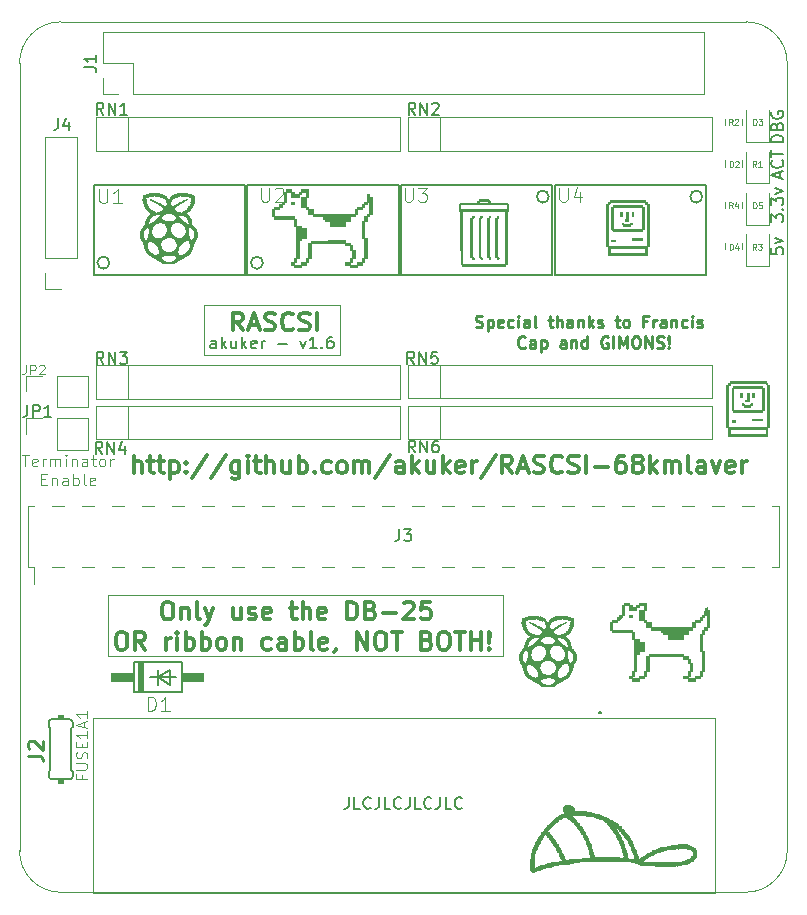
<source format=gbr>
%TF.GenerationSoftware,KiCad,Pcbnew,(5.1.6)-1*%
%TF.CreationDate,2020-07-08T12:05:03-05:00*%
%TF.ProjectId,rascsi_din,72617363-7369-45f6-9469-6e2e6b696361,rev?*%
%TF.SameCoordinates,Original*%
%TF.FileFunction,Legend,Top*%
%TF.FilePolarity,Positive*%
%FSLAX46Y46*%
G04 Gerber Fmt 4.6, Leading zero omitted, Abs format (unit mm)*
G04 Created by KiCad (PCBNEW (5.1.6)-1) date 2020-07-08 12:05:03*
%MOMM*%
%LPD*%
G01*
G04 APERTURE LIST*
%ADD10C,0.100000*%
%ADD11C,0.120000*%
%TA.AperFunction,Profile*%
%ADD12C,0.050000*%
%TD*%
%ADD13C,0.150000*%
%ADD14C,0.300000*%
%ADD15C,0.250000*%
%ADD16C,0.010000*%
%ADD17C,0.200000*%
%ADD18C,0.203200*%
%ADD19C,0.152400*%
%ADD20C,0.254000*%
%ADD21C,0.096520*%
%ADD22C,0.094107*%
%ADD23C,0.120650*%
G04 APERTURE END LIST*
D10*
X174719047Y-79152380D02*
X175290476Y-79152380D01*
X175004761Y-80152380D02*
X175004761Y-79152380D01*
X176004761Y-80104761D02*
X175909523Y-80152380D01*
X175719047Y-80152380D01*
X175623809Y-80104761D01*
X175576190Y-80009523D01*
X175576190Y-79628571D01*
X175623809Y-79533333D01*
X175719047Y-79485714D01*
X175909523Y-79485714D01*
X176004761Y-79533333D01*
X176052380Y-79628571D01*
X176052380Y-79723809D01*
X175576190Y-79819047D01*
X176480952Y-80152380D02*
X176480952Y-79485714D01*
X176480952Y-79676190D02*
X176528571Y-79580952D01*
X176576190Y-79533333D01*
X176671428Y-79485714D01*
X176766666Y-79485714D01*
X177100000Y-80152380D02*
X177100000Y-79485714D01*
X177100000Y-79580952D02*
X177147619Y-79533333D01*
X177242857Y-79485714D01*
X177385714Y-79485714D01*
X177480952Y-79533333D01*
X177528571Y-79628571D01*
X177528571Y-80152380D01*
X177528571Y-79628571D02*
X177576190Y-79533333D01*
X177671428Y-79485714D01*
X177814285Y-79485714D01*
X177909523Y-79533333D01*
X177957142Y-79628571D01*
X177957142Y-80152380D01*
X178433333Y-80152380D02*
X178433333Y-79485714D01*
X178433333Y-79152380D02*
X178385714Y-79200000D01*
X178433333Y-79247619D01*
X178480952Y-79200000D01*
X178433333Y-79152380D01*
X178433333Y-79247619D01*
X178909523Y-79485714D02*
X178909523Y-80152380D01*
X178909523Y-79580952D02*
X178957142Y-79533333D01*
X179052380Y-79485714D01*
X179195238Y-79485714D01*
X179290476Y-79533333D01*
X179338095Y-79628571D01*
X179338095Y-80152380D01*
X180242857Y-80152380D02*
X180242857Y-79628571D01*
X180195238Y-79533333D01*
X180100000Y-79485714D01*
X179909523Y-79485714D01*
X179814285Y-79533333D01*
X180242857Y-80104761D02*
X180147619Y-80152380D01*
X179909523Y-80152380D01*
X179814285Y-80104761D01*
X179766666Y-80009523D01*
X179766666Y-79914285D01*
X179814285Y-79819047D01*
X179909523Y-79771428D01*
X180147619Y-79771428D01*
X180242857Y-79723809D01*
X180576190Y-79485714D02*
X180957142Y-79485714D01*
X180719047Y-79152380D02*
X180719047Y-80009523D01*
X180766666Y-80104761D01*
X180861904Y-80152380D01*
X180957142Y-80152380D01*
X181433333Y-80152380D02*
X181338095Y-80104761D01*
X181290476Y-80057142D01*
X181242857Y-79961904D01*
X181242857Y-79676190D01*
X181290476Y-79580952D01*
X181338095Y-79533333D01*
X181433333Y-79485714D01*
X181576190Y-79485714D01*
X181671428Y-79533333D01*
X181719047Y-79580952D01*
X181766666Y-79676190D01*
X181766666Y-79961904D01*
X181719047Y-80057142D01*
X181671428Y-80104761D01*
X181576190Y-80152380D01*
X181433333Y-80152380D01*
X182195238Y-80152380D02*
X182195238Y-79485714D01*
X182195238Y-79676190D02*
X182242857Y-79580952D01*
X182290476Y-79533333D01*
X182385714Y-79485714D01*
X182480952Y-79485714D01*
X176338095Y-81228571D02*
X176671428Y-81228571D01*
X176814285Y-81752380D02*
X176338095Y-81752380D01*
X176338095Y-80752380D01*
X176814285Y-80752380D01*
X177242857Y-81085714D02*
X177242857Y-81752380D01*
X177242857Y-81180952D02*
X177290476Y-81133333D01*
X177385714Y-81085714D01*
X177528571Y-81085714D01*
X177623809Y-81133333D01*
X177671428Y-81228571D01*
X177671428Y-81752380D01*
X178576190Y-81752380D02*
X178576190Y-81228571D01*
X178528571Y-81133333D01*
X178433333Y-81085714D01*
X178242857Y-81085714D01*
X178147619Y-81133333D01*
X178576190Y-81704761D02*
X178480952Y-81752380D01*
X178242857Y-81752380D01*
X178147619Y-81704761D01*
X178100000Y-81609523D01*
X178100000Y-81514285D01*
X178147619Y-81419047D01*
X178242857Y-81371428D01*
X178480952Y-81371428D01*
X178576190Y-81323809D01*
X179052380Y-81752380D02*
X179052380Y-80752380D01*
X179052380Y-81133333D02*
X179147619Y-81085714D01*
X179338095Y-81085714D01*
X179433333Y-81133333D01*
X179480952Y-81180952D01*
X179528571Y-81276190D01*
X179528571Y-81561904D01*
X179480952Y-81657142D01*
X179433333Y-81704761D01*
X179338095Y-81752380D01*
X179147619Y-81752380D01*
X179052380Y-81704761D01*
X180100000Y-81752380D02*
X180004761Y-81704761D01*
X179957142Y-81609523D01*
X179957142Y-80752380D01*
X180861904Y-81704761D02*
X180766666Y-81752380D01*
X180576190Y-81752380D01*
X180480952Y-81704761D01*
X180433333Y-81609523D01*
X180433333Y-81228571D01*
X180480952Y-81133333D01*
X180576190Y-81085714D01*
X180766666Y-81085714D01*
X180861904Y-81133333D01*
X180909523Y-81228571D01*
X180909523Y-81323809D01*
X180433333Y-81419047D01*
D11*
X182000000Y-96200000D02*
X182000000Y-91000000D01*
X215400000Y-96200000D02*
X182000000Y-96200000D01*
X215400000Y-91000000D02*
X215400000Y-96200000D01*
X182000000Y-91000000D02*
X215400000Y-91000000D01*
D12*
X178000000Y-116200000D02*
X236000000Y-116200000D01*
X178000000Y-116200000D02*
G75*
G02*
X174500000Y-112700000I0J3500000D01*
G01*
X239500000Y-112700000D02*
G75*
G02*
X236000000Y-116200000I-3500000J0D01*
G01*
X174500000Y-46000000D02*
X174500000Y-112700000D01*
X239500000Y-46000000D02*
X239500000Y-112700000D01*
X178000000Y-42500000D02*
X236000000Y-42500000D01*
X174500000Y-46000000D02*
G75*
G02*
X178000000Y-42500000I3500000J0D01*
G01*
X236000000Y-42500000D02*
G75*
G02*
X239500000Y-46000000I0J-3500000D01*
G01*
D11*
X201630000Y-66450000D02*
X190130000Y-66450000D01*
X201630000Y-70700000D02*
X201630000Y-66450000D01*
X190130000Y-70700000D02*
X201630000Y-70700000D01*
X190130000Y-66450000D02*
X190130000Y-70700000D01*
D13*
X202380952Y-108152380D02*
X202380952Y-108866666D01*
X202333333Y-109009523D01*
X202238095Y-109104761D01*
X202095238Y-109152380D01*
X202000000Y-109152380D01*
X203333333Y-109152380D02*
X202857142Y-109152380D01*
X202857142Y-108152380D01*
X204238095Y-109057142D02*
X204190476Y-109104761D01*
X204047619Y-109152380D01*
X203952380Y-109152380D01*
X203809523Y-109104761D01*
X203714285Y-109009523D01*
X203666666Y-108914285D01*
X203619047Y-108723809D01*
X203619047Y-108580952D01*
X203666666Y-108390476D01*
X203714285Y-108295238D01*
X203809523Y-108200000D01*
X203952380Y-108152380D01*
X204047619Y-108152380D01*
X204190476Y-108200000D01*
X204238095Y-108247619D01*
X204952380Y-108152380D02*
X204952380Y-108866666D01*
X204904761Y-109009523D01*
X204809523Y-109104761D01*
X204666666Y-109152380D01*
X204571428Y-109152380D01*
X205904761Y-109152380D02*
X205428571Y-109152380D01*
X205428571Y-108152380D01*
X206809523Y-109057142D02*
X206761904Y-109104761D01*
X206619047Y-109152380D01*
X206523809Y-109152380D01*
X206380952Y-109104761D01*
X206285714Y-109009523D01*
X206238095Y-108914285D01*
X206190476Y-108723809D01*
X206190476Y-108580952D01*
X206238095Y-108390476D01*
X206285714Y-108295238D01*
X206380952Y-108200000D01*
X206523809Y-108152380D01*
X206619047Y-108152380D01*
X206761904Y-108200000D01*
X206809523Y-108247619D01*
X207523809Y-108152380D02*
X207523809Y-108866666D01*
X207476190Y-109009523D01*
X207380952Y-109104761D01*
X207238095Y-109152380D01*
X207142857Y-109152380D01*
X208476190Y-109152380D02*
X208000000Y-109152380D01*
X208000000Y-108152380D01*
X209380952Y-109057142D02*
X209333333Y-109104761D01*
X209190476Y-109152380D01*
X209095238Y-109152380D01*
X208952380Y-109104761D01*
X208857142Y-109009523D01*
X208809523Y-108914285D01*
X208761904Y-108723809D01*
X208761904Y-108580952D01*
X208809523Y-108390476D01*
X208857142Y-108295238D01*
X208952380Y-108200000D01*
X209095238Y-108152380D01*
X209190476Y-108152380D01*
X209333333Y-108200000D01*
X209380952Y-108247619D01*
X210095238Y-108152380D02*
X210095238Y-108866666D01*
X210047619Y-109009523D01*
X209952380Y-109104761D01*
X209809523Y-109152380D01*
X209714285Y-109152380D01*
X211047619Y-109152380D02*
X210571428Y-109152380D01*
X210571428Y-108152380D01*
X211952380Y-109057142D02*
X211904761Y-109104761D01*
X211761904Y-109152380D01*
X211666666Y-109152380D01*
X211523809Y-109104761D01*
X211428571Y-109009523D01*
X211380952Y-108914285D01*
X211333333Y-108723809D01*
X211333333Y-108580952D01*
X211380952Y-108390476D01*
X211428571Y-108295238D01*
X211523809Y-108200000D01*
X211666666Y-108152380D01*
X211761904Y-108152380D01*
X211904761Y-108200000D01*
X211952380Y-108247619D01*
X239152380Y-52661904D02*
X238152380Y-52661904D01*
X238152380Y-52423809D01*
X238200000Y-52280952D01*
X238295238Y-52185714D01*
X238390476Y-52138095D01*
X238580952Y-52090476D01*
X238723809Y-52090476D01*
X238914285Y-52138095D01*
X239009523Y-52185714D01*
X239104761Y-52280952D01*
X239152380Y-52423809D01*
X239152380Y-52661904D01*
X238628571Y-51328571D02*
X238676190Y-51185714D01*
X238723809Y-51138095D01*
X238819047Y-51090476D01*
X238961904Y-51090476D01*
X239057142Y-51138095D01*
X239104761Y-51185714D01*
X239152380Y-51280952D01*
X239152380Y-51661904D01*
X238152380Y-51661904D01*
X238152380Y-51328571D01*
X238200000Y-51233333D01*
X238247619Y-51185714D01*
X238342857Y-51138095D01*
X238438095Y-51138095D01*
X238533333Y-51185714D01*
X238580952Y-51233333D01*
X238628571Y-51328571D01*
X238628571Y-51661904D01*
X238200000Y-50138095D02*
X238152380Y-50233333D01*
X238152380Y-50376190D01*
X238200000Y-50519047D01*
X238295238Y-50614285D01*
X238390476Y-50661904D01*
X238580952Y-50709523D01*
X238723809Y-50709523D01*
X238914285Y-50661904D01*
X239009523Y-50614285D01*
X239104761Y-50519047D01*
X239152380Y-50376190D01*
X239152380Y-50280952D01*
X239104761Y-50138095D01*
X239057142Y-50090476D01*
X238723809Y-50090476D01*
X238723809Y-50280952D01*
X238152380Y-61642857D02*
X238152380Y-62119047D01*
X238628571Y-62166666D01*
X238580952Y-62119047D01*
X238533333Y-62023809D01*
X238533333Y-61785714D01*
X238580952Y-61690476D01*
X238628571Y-61642857D01*
X238723809Y-61595238D01*
X238961904Y-61595238D01*
X239057142Y-61642857D01*
X239104761Y-61690476D01*
X239152380Y-61785714D01*
X239152380Y-62023809D01*
X239104761Y-62119047D01*
X239057142Y-62166666D01*
X238485714Y-61261904D02*
X239152380Y-61023809D01*
X238485714Y-60785714D01*
X238866666Y-55719047D02*
X238866666Y-55242857D01*
X239152380Y-55814285D02*
X238152380Y-55480952D01*
X239152380Y-55147619D01*
X239057142Y-54242857D02*
X239104761Y-54290476D01*
X239152380Y-54433333D01*
X239152380Y-54528571D01*
X239104761Y-54671428D01*
X239009523Y-54766666D01*
X238914285Y-54814285D01*
X238723809Y-54861904D01*
X238580952Y-54861904D01*
X238390476Y-54814285D01*
X238295238Y-54766666D01*
X238200000Y-54671428D01*
X238152380Y-54528571D01*
X238152380Y-54433333D01*
X238200000Y-54290476D01*
X238247619Y-54242857D01*
X238152380Y-53957142D02*
X238152380Y-53385714D01*
X239152380Y-53671428D02*
X238152380Y-53671428D01*
X238152380Y-59428571D02*
X238152380Y-58809523D01*
X238533333Y-59142857D01*
X238533333Y-59000000D01*
X238580952Y-58904761D01*
X238628571Y-58857142D01*
X238723809Y-58809523D01*
X238961904Y-58809523D01*
X239057142Y-58857142D01*
X239104761Y-58904761D01*
X239152380Y-59000000D01*
X239152380Y-59285714D01*
X239104761Y-59380952D01*
X239057142Y-59428571D01*
X239057142Y-58380952D02*
X239104761Y-58333333D01*
X239152380Y-58380952D01*
X239104761Y-58428571D01*
X239057142Y-58380952D01*
X239152380Y-58380952D01*
X238152380Y-58000000D02*
X238152380Y-57380952D01*
X238533333Y-57714285D01*
X238533333Y-57571428D01*
X238580952Y-57476190D01*
X238628571Y-57428571D01*
X238723809Y-57380952D01*
X238961904Y-57380952D01*
X239057142Y-57428571D01*
X239104761Y-57476190D01*
X239152380Y-57571428D01*
X239152380Y-57857142D01*
X239104761Y-57952380D01*
X239057142Y-58000000D01*
X238485714Y-57047619D02*
X239152380Y-56809523D01*
X238485714Y-56571428D01*
X191141904Y-70152380D02*
X191141904Y-69628571D01*
X191094285Y-69533333D01*
X190999047Y-69485714D01*
X190808571Y-69485714D01*
X190713333Y-69533333D01*
X191141904Y-70104761D02*
X191046666Y-70152380D01*
X190808571Y-70152380D01*
X190713333Y-70104761D01*
X190665714Y-70009523D01*
X190665714Y-69914285D01*
X190713333Y-69819047D01*
X190808571Y-69771428D01*
X191046666Y-69771428D01*
X191141904Y-69723809D01*
X191618095Y-70152380D02*
X191618095Y-69152380D01*
X191713333Y-69771428D02*
X191999047Y-70152380D01*
X191999047Y-69485714D02*
X191618095Y-69866666D01*
X192856190Y-69485714D02*
X192856190Y-70152380D01*
X192427619Y-69485714D02*
X192427619Y-70009523D01*
X192475238Y-70104761D01*
X192570476Y-70152380D01*
X192713333Y-70152380D01*
X192808571Y-70104761D01*
X192856190Y-70057142D01*
X193332380Y-70152380D02*
X193332380Y-69152380D01*
X193427619Y-69771428D02*
X193713333Y-70152380D01*
X193713333Y-69485714D02*
X193332380Y-69866666D01*
X194522857Y-70104761D02*
X194427619Y-70152380D01*
X194237142Y-70152380D01*
X194141904Y-70104761D01*
X194094285Y-70009523D01*
X194094285Y-69628571D01*
X194141904Y-69533333D01*
X194237142Y-69485714D01*
X194427619Y-69485714D01*
X194522857Y-69533333D01*
X194570476Y-69628571D01*
X194570476Y-69723809D01*
X194094285Y-69819047D01*
X194999047Y-70152380D02*
X194999047Y-69485714D01*
X194999047Y-69676190D02*
X195046666Y-69580952D01*
X195094285Y-69533333D01*
X195189523Y-69485714D01*
X195284761Y-69485714D01*
X196380000Y-69771428D02*
X197141904Y-69771428D01*
X198284761Y-69485714D02*
X198522857Y-70152380D01*
X198760952Y-69485714D01*
X199665714Y-70152380D02*
X199094285Y-70152380D01*
X199380000Y-70152380D02*
X199380000Y-69152380D01*
X199284761Y-69295238D01*
X199189523Y-69390476D01*
X199094285Y-69438095D01*
X200094285Y-70057142D02*
X200141904Y-70104761D01*
X200094285Y-70152380D01*
X200046666Y-70104761D01*
X200094285Y-70057142D01*
X200094285Y-70152380D01*
X200999047Y-69152380D02*
X200808571Y-69152380D01*
X200713333Y-69200000D01*
X200665714Y-69247619D01*
X200570476Y-69390476D01*
X200522857Y-69580952D01*
X200522857Y-69961904D01*
X200570476Y-70057142D01*
X200618095Y-70104761D01*
X200713333Y-70152380D01*
X200903809Y-70152380D01*
X200999047Y-70104761D01*
X201046666Y-70057142D01*
X201094285Y-69961904D01*
X201094285Y-69723809D01*
X201046666Y-69628571D01*
X200999047Y-69580952D01*
X200903809Y-69533333D01*
X200713333Y-69533333D01*
X200618095Y-69580952D01*
X200570476Y-69628571D01*
X200522857Y-69723809D01*
D14*
X193415714Y-68628571D02*
X192915714Y-67914285D01*
X192558571Y-68628571D02*
X192558571Y-67128571D01*
X193130000Y-67128571D01*
X193272857Y-67200000D01*
X193344285Y-67271428D01*
X193415714Y-67414285D01*
X193415714Y-67628571D01*
X193344285Y-67771428D01*
X193272857Y-67842857D01*
X193130000Y-67914285D01*
X192558571Y-67914285D01*
X193987142Y-68200000D02*
X194701428Y-68200000D01*
X193844285Y-68628571D02*
X194344285Y-67128571D01*
X194844285Y-68628571D01*
X195272857Y-68557142D02*
X195487142Y-68628571D01*
X195844285Y-68628571D01*
X195987142Y-68557142D01*
X196058571Y-68485714D01*
X196130000Y-68342857D01*
X196130000Y-68200000D01*
X196058571Y-68057142D01*
X195987142Y-67985714D01*
X195844285Y-67914285D01*
X195558571Y-67842857D01*
X195415714Y-67771428D01*
X195344285Y-67700000D01*
X195272857Y-67557142D01*
X195272857Y-67414285D01*
X195344285Y-67271428D01*
X195415714Y-67200000D01*
X195558571Y-67128571D01*
X195915714Y-67128571D01*
X196130000Y-67200000D01*
X197630000Y-68485714D02*
X197558571Y-68557142D01*
X197344285Y-68628571D01*
X197201428Y-68628571D01*
X196987142Y-68557142D01*
X196844285Y-68414285D01*
X196772857Y-68271428D01*
X196701428Y-67985714D01*
X196701428Y-67771428D01*
X196772857Y-67485714D01*
X196844285Y-67342857D01*
X196987142Y-67200000D01*
X197201428Y-67128571D01*
X197344285Y-67128571D01*
X197558571Y-67200000D01*
X197630000Y-67271428D01*
X198201428Y-68557142D02*
X198415714Y-68628571D01*
X198772857Y-68628571D01*
X198915714Y-68557142D01*
X198987142Y-68485714D01*
X199058571Y-68342857D01*
X199058571Y-68200000D01*
X198987142Y-68057142D01*
X198915714Y-67985714D01*
X198772857Y-67914285D01*
X198487142Y-67842857D01*
X198344285Y-67771428D01*
X198272857Y-67700000D01*
X198201428Y-67557142D01*
X198201428Y-67414285D01*
X198272857Y-67271428D01*
X198344285Y-67200000D01*
X198487142Y-67128571D01*
X198844285Y-67128571D01*
X199058571Y-67200000D01*
X199701428Y-68628571D02*
X199701428Y-67128571D01*
X184192857Y-80728571D02*
X184192857Y-79228571D01*
X184835714Y-80728571D02*
X184835714Y-79942857D01*
X184764285Y-79800000D01*
X184621428Y-79728571D01*
X184407142Y-79728571D01*
X184264285Y-79800000D01*
X184192857Y-79871428D01*
X185335714Y-79728571D02*
X185907142Y-79728571D01*
X185550000Y-79228571D02*
X185550000Y-80514285D01*
X185621428Y-80657142D01*
X185764285Y-80728571D01*
X185907142Y-80728571D01*
X186192857Y-79728571D02*
X186764285Y-79728571D01*
X186407142Y-79228571D02*
X186407142Y-80514285D01*
X186478571Y-80657142D01*
X186621428Y-80728571D01*
X186764285Y-80728571D01*
X187264285Y-79728571D02*
X187264285Y-81228571D01*
X187264285Y-79800000D02*
X187407142Y-79728571D01*
X187692857Y-79728571D01*
X187835714Y-79800000D01*
X187907142Y-79871428D01*
X187978571Y-80014285D01*
X187978571Y-80442857D01*
X187907142Y-80585714D01*
X187835714Y-80657142D01*
X187692857Y-80728571D01*
X187407142Y-80728571D01*
X187264285Y-80657142D01*
X188621428Y-80585714D02*
X188692857Y-80657142D01*
X188621428Y-80728571D01*
X188550000Y-80657142D01*
X188621428Y-80585714D01*
X188621428Y-80728571D01*
X188621428Y-79800000D02*
X188692857Y-79871428D01*
X188621428Y-79942857D01*
X188550000Y-79871428D01*
X188621428Y-79800000D01*
X188621428Y-79942857D01*
X190407142Y-79157142D02*
X189121428Y-81085714D01*
X191978571Y-79157142D02*
X190692857Y-81085714D01*
X193121428Y-79728571D02*
X193121428Y-80942857D01*
X193050000Y-81085714D01*
X192978571Y-81157142D01*
X192835714Y-81228571D01*
X192621428Y-81228571D01*
X192478571Y-81157142D01*
X193121428Y-80657142D02*
X192978571Y-80728571D01*
X192692857Y-80728571D01*
X192550000Y-80657142D01*
X192478571Y-80585714D01*
X192407142Y-80442857D01*
X192407142Y-80014285D01*
X192478571Y-79871428D01*
X192550000Y-79800000D01*
X192692857Y-79728571D01*
X192978571Y-79728571D01*
X193121428Y-79800000D01*
X193835714Y-80728571D02*
X193835714Y-79728571D01*
X193835714Y-79228571D02*
X193764285Y-79300000D01*
X193835714Y-79371428D01*
X193907142Y-79300000D01*
X193835714Y-79228571D01*
X193835714Y-79371428D01*
X194335714Y-79728571D02*
X194907142Y-79728571D01*
X194550000Y-79228571D02*
X194550000Y-80514285D01*
X194621428Y-80657142D01*
X194764285Y-80728571D01*
X194907142Y-80728571D01*
X195407142Y-80728571D02*
X195407142Y-79228571D01*
X196050000Y-80728571D02*
X196050000Y-79942857D01*
X195978571Y-79800000D01*
X195835714Y-79728571D01*
X195621428Y-79728571D01*
X195478571Y-79800000D01*
X195407142Y-79871428D01*
X197407142Y-79728571D02*
X197407142Y-80728571D01*
X196764285Y-79728571D02*
X196764285Y-80514285D01*
X196835714Y-80657142D01*
X196978571Y-80728571D01*
X197192857Y-80728571D01*
X197335714Y-80657142D01*
X197407142Y-80585714D01*
X198121428Y-80728571D02*
X198121428Y-79228571D01*
X198121428Y-79800000D02*
X198264285Y-79728571D01*
X198550000Y-79728571D01*
X198692857Y-79800000D01*
X198764285Y-79871428D01*
X198835714Y-80014285D01*
X198835714Y-80442857D01*
X198764285Y-80585714D01*
X198692857Y-80657142D01*
X198550000Y-80728571D01*
X198264285Y-80728571D01*
X198121428Y-80657142D01*
X199478571Y-80585714D02*
X199550000Y-80657142D01*
X199478571Y-80728571D01*
X199407142Y-80657142D01*
X199478571Y-80585714D01*
X199478571Y-80728571D01*
X200835714Y-80657142D02*
X200692857Y-80728571D01*
X200407142Y-80728571D01*
X200264285Y-80657142D01*
X200192857Y-80585714D01*
X200121428Y-80442857D01*
X200121428Y-80014285D01*
X200192857Y-79871428D01*
X200264285Y-79800000D01*
X200407142Y-79728571D01*
X200692857Y-79728571D01*
X200835714Y-79800000D01*
X201692857Y-80728571D02*
X201550000Y-80657142D01*
X201478571Y-80585714D01*
X201407142Y-80442857D01*
X201407142Y-80014285D01*
X201478571Y-79871428D01*
X201550000Y-79800000D01*
X201692857Y-79728571D01*
X201907142Y-79728571D01*
X202050000Y-79800000D01*
X202121428Y-79871428D01*
X202192857Y-80014285D01*
X202192857Y-80442857D01*
X202121428Y-80585714D01*
X202050000Y-80657142D01*
X201907142Y-80728571D01*
X201692857Y-80728571D01*
X202835714Y-80728571D02*
X202835714Y-79728571D01*
X202835714Y-79871428D02*
X202907142Y-79800000D01*
X203050000Y-79728571D01*
X203264285Y-79728571D01*
X203407142Y-79800000D01*
X203478571Y-79942857D01*
X203478571Y-80728571D01*
X203478571Y-79942857D02*
X203550000Y-79800000D01*
X203692857Y-79728571D01*
X203907142Y-79728571D01*
X204050000Y-79800000D01*
X204121428Y-79942857D01*
X204121428Y-80728571D01*
X205907142Y-79157142D02*
X204621428Y-81085714D01*
X207050000Y-80728571D02*
X207050000Y-79942857D01*
X206978571Y-79800000D01*
X206835714Y-79728571D01*
X206550000Y-79728571D01*
X206407142Y-79800000D01*
X207050000Y-80657142D02*
X206907142Y-80728571D01*
X206550000Y-80728571D01*
X206407142Y-80657142D01*
X206335714Y-80514285D01*
X206335714Y-80371428D01*
X206407142Y-80228571D01*
X206550000Y-80157142D01*
X206907142Y-80157142D01*
X207050000Y-80085714D01*
X207764285Y-80728571D02*
X207764285Y-79228571D01*
X207907142Y-80157142D02*
X208335714Y-80728571D01*
X208335714Y-79728571D02*
X207764285Y-80300000D01*
X209621428Y-79728571D02*
X209621428Y-80728571D01*
X208978571Y-79728571D02*
X208978571Y-80514285D01*
X209050000Y-80657142D01*
X209192857Y-80728571D01*
X209407142Y-80728571D01*
X209550000Y-80657142D01*
X209621428Y-80585714D01*
X210335714Y-80728571D02*
X210335714Y-79228571D01*
X210478571Y-80157142D02*
X210907142Y-80728571D01*
X210907142Y-79728571D02*
X210335714Y-80300000D01*
X212121428Y-80657142D02*
X211978571Y-80728571D01*
X211692857Y-80728571D01*
X211550000Y-80657142D01*
X211478571Y-80514285D01*
X211478571Y-79942857D01*
X211550000Y-79800000D01*
X211692857Y-79728571D01*
X211978571Y-79728571D01*
X212121428Y-79800000D01*
X212192857Y-79942857D01*
X212192857Y-80085714D01*
X211478571Y-80228571D01*
X212835714Y-80728571D02*
X212835714Y-79728571D01*
X212835714Y-80014285D02*
X212907142Y-79871428D01*
X212978571Y-79800000D01*
X213121428Y-79728571D01*
X213264285Y-79728571D01*
X214835714Y-79157142D02*
X213550000Y-81085714D01*
X216192857Y-80728571D02*
X215692857Y-80014285D01*
X215335714Y-80728571D02*
X215335714Y-79228571D01*
X215907142Y-79228571D01*
X216050000Y-79300000D01*
X216121428Y-79371428D01*
X216192857Y-79514285D01*
X216192857Y-79728571D01*
X216121428Y-79871428D01*
X216050000Y-79942857D01*
X215907142Y-80014285D01*
X215335714Y-80014285D01*
X216764285Y-80300000D02*
X217478571Y-80300000D01*
X216621428Y-80728571D02*
X217121428Y-79228571D01*
X217621428Y-80728571D01*
X218050000Y-80657142D02*
X218264285Y-80728571D01*
X218621428Y-80728571D01*
X218764285Y-80657142D01*
X218835714Y-80585714D01*
X218907142Y-80442857D01*
X218907142Y-80300000D01*
X218835714Y-80157142D01*
X218764285Y-80085714D01*
X218621428Y-80014285D01*
X218335714Y-79942857D01*
X218192857Y-79871428D01*
X218121428Y-79800000D01*
X218050000Y-79657142D01*
X218050000Y-79514285D01*
X218121428Y-79371428D01*
X218192857Y-79300000D01*
X218335714Y-79228571D01*
X218692857Y-79228571D01*
X218907142Y-79300000D01*
X220407142Y-80585714D02*
X220335714Y-80657142D01*
X220121428Y-80728571D01*
X219978571Y-80728571D01*
X219764285Y-80657142D01*
X219621428Y-80514285D01*
X219550000Y-80371428D01*
X219478571Y-80085714D01*
X219478571Y-79871428D01*
X219550000Y-79585714D01*
X219621428Y-79442857D01*
X219764285Y-79300000D01*
X219978571Y-79228571D01*
X220121428Y-79228571D01*
X220335714Y-79300000D01*
X220407142Y-79371428D01*
X220978571Y-80657142D02*
X221192857Y-80728571D01*
X221550000Y-80728571D01*
X221692857Y-80657142D01*
X221764285Y-80585714D01*
X221835714Y-80442857D01*
X221835714Y-80300000D01*
X221764285Y-80157142D01*
X221692857Y-80085714D01*
X221550000Y-80014285D01*
X221264285Y-79942857D01*
X221121428Y-79871428D01*
X221050000Y-79800000D01*
X220978571Y-79657142D01*
X220978571Y-79514285D01*
X221050000Y-79371428D01*
X221121428Y-79300000D01*
X221264285Y-79228571D01*
X221621428Y-79228571D01*
X221835714Y-79300000D01*
X222478571Y-80728571D02*
X222478571Y-79228571D01*
X223192857Y-80157142D02*
X224335714Y-80157142D01*
X225692857Y-79228571D02*
X225407142Y-79228571D01*
X225264285Y-79300000D01*
X225192857Y-79371428D01*
X225050000Y-79585714D01*
X224978571Y-79871428D01*
X224978571Y-80442857D01*
X225050000Y-80585714D01*
X225121428Y-80657142D01*
X225264285Y-80728571D01*
X225550000Y-80728571D01*
X225692857Y-80657142D01*
X225764285Y-80585714D01*
X225835714Y-80442857D01*
X225835714Y-80085714D01*
X225764285Y-79942857D01*
X225692857Y-79871428D01*
X225550000Y-79800000D01*
X225264285Y-79800000D01*
X225121428Y-79871428D01*
X225050000Y-79942857D01*
X224978571Y-80085714D01*
X226692857Y-79871428D02*
X226550000Y-79800000D01*
X226478571Y-79728571D01*
X226407142Y-79585714D01*
X226407142Y-79514285D01*
X226478571Y-79371428D01*
X226550000Y-79300000D01*
X226692857Y-79228571D01*
X226978571Y-79228571D01*
X227121428Y-79300000D01*
X227192857Y-79371428D01*
X227264285Y-79514285D01*
X227264285Y-79585714D01*
X227192857Y-79728571D01*
X227121428Y-79800000D01*
X226978571Y-79871428D01*
X226692857Y-79871428D01*
X226550000Y-79942857D01*
X226478571Y-80014285D01*
X226407142Y-80157142D01*
X226407142Y-80442857D01*
X226478571Y-80585714D01*
X226550000Y-80657142D01*
X226692857Y-80728571D01*
X226978571Y-80728571D01*
X227121428Y-80657142D01*
X227192857Y-80585714D01*
X227264285Y-80442857D01*
X227264285Y-80157142D01*
X227192857Y-80014285D01*
X227121428Y-79942857D01*
X226978571Y-79871428D01*
X227907142Y-80728571D02*
X227907142Y-79228571D01*
X228050000Y-80157142D02*
X228478571Y-80728571D01*
X228478571Y-79728571D02*
X227907142Y-80300000D01*
X229121428Y-80728571D02*
X229121428Y-79728571D01*
X229121428Y-79871428D02*
X229192857Y-79800000D01*
X229335714Y-79728571D01*
X229550000Y-79728571D01*
X229692857Y-79800000D01*
X229764285Y-79942857D01*
X229764285Y-80728571D01*
X229764285Y-79942857D02*
X229835714Y-79800000D01*
X229978571Y-79728571D01*
X230192857Y-79728571D01*
X230335714Y-79800000D01*
X230407142Y-79942857D01*
X230407142Y-80728571D01*
X231335714Y-80728571D02*
X231192857Y-80657142D01*
X231121428Y-80514285D01*
X231121428Y-79228571D01*
X232550000Y-80728571D02*
X232550000Y-79942857D01*
X232478571Y-79800000D01*
X232335714Y-79728571D01*
X232050000Y-79728571D01*
X231907142Y-79800000D01*
X232550000Y-80657142D02*
X232407142Y-80728571D01*
X232050000Y-80728571D01*
X231907142Y-80657142D01*
X231835714Y-80514285D01*
X231835714Y-80371428D01*
X231907142Y-80228571D01*
X232050000Y-80157142D01*
X232407142Y-80157142D01*
X232550000Y-80085714D01*
X233121428Y-79728571D02*
X233478571Y-80728571D01*
X233835714Y-79728571D01*
X234978571Y-80657142D02*
X234835714Y-80728571D01*
X234550000Y-80728571D01*
X234407142Y-80657142D01*
X234335714Y-80514285D01*
X234335714Y-79942857D01*
X234407142Y-79800000D01*
X234550000Y-79728571D01*
X234835714Y-79728571D01*
X234978571Y-79800000D01*
X235050000Y-79942857D01*
X235050000Y-80085714D01*
X234335714Y-80228571D01*
X235692857Y-80728571D02*
X235692857Y-79728571D01*
X235692857Y-80014285D02*
X235764285Y-79871428D01*
X235835714Y-79800000D01*
X235978571Y-79728571D01*
X236121428Y-79728571D01*
X186892857Y-91603571D02*
X187178571Y-91603571D01*
X187321428Y-91675000D01*
X187464285Y-91817857D01*
X187535714Y-92103571D01*
X187535714Y-92603571D01*
X187464285Y-92889285D01*
X187321428Y-93032142D01*
X187178571Y-93103571D01*
X186892857Y-93103571D01*
X186750000Y-93032142D01*
X186607142Y-92889285D01*
X186535714Y-92603571D01*
X186535714Y-92103571D01*
X186607142Y-91817857D01*
X186750000Y-91675000D01*
X186892857Y-91603571D01*
X188178571Y-92103571D02*
X188178571Y-93103571D01*
X188178571Y-92246428D02*
X188250000Y-92175000D01*
X188392857Y-92103571D01*
X188607142Y-92103571D01*
X188750000Y-92175000D01*
X188821428Y-92317857D01*
X188821428Y-93103571D01*
X189750000Y-93103571D02*
X189607142Y-93032142D01*
X189535714Y-92889285D01*
X189535714Y-91603571D01*
X190178571Y-92103571D02*
X190535714Y-93103571D01*
X190892857Y-92103571D02*
X190535714Y-93103571D01*
X190392857Y-93460714D01*
X190321428Y-93532142D01*
X190178571Y-93603571D01*
X193250000Y-92103571D02*
X193250000Y-93103571D01*
X192607142Y-92103571D02*
X192607142Y-92889285D01*
X192678571Y-93032142D01*
X192821428Y-93103571D01*
X193035714Y-93103571D01*
X193178571Y-93032142D01*
X193250000Y-92960714D01*
X193892857Y-93032142D02*
X194035714Y-93103571D01*
X194321428Y-93103571D01*
X194464285Y-93032142D01*
X194535714Y-92889285D01*
X194535714Y-92817857D01*
X194464285Y-92675000D01*
X194321428Y-92603571D01*
X194107142Y-92603571D01*
X193964285Y-92532142D01*
X193892857Y-92389285D01*
X193892857Y-92317857D01*
X193964285Y-92175000D01*
X194107142Y-92103571D01*
X194321428Y-92103571D01*
X194464285Y-92175000D01*
X195750000Y-93032142D02*
X195607142Y-93103571D01*
X195321428Y-93103571D01*
X195178571Y-93032142D01*
X195107142Y-92889285D01*
X195107142Y-92317857D01*
X195178571Y-92175000D01*
X195321428Y-92103571D01*
X195607142Y-92103571D01*
X195750000Y-92175000D01*
X195821428Y-92317857D01*
X195821428Y-92460714D01*
X195107142Y-92603571D01*
X197392857Y-92103571D02*
X197964285Y-92103571D01*
X197607142Y-91603571D02*
X197607142Y-92889285D01*
X197678571Y-93032142D01*
X197821428Y-93103571D01*
X197964285Y-93103571D01*
X198464285Y-93103571D02*
X198464285Y-91603571D01*
X199107142Y-93103571D02*
X199107142Y-92317857D01*
X199035714Y-92175000D01*
X198892857Y-92103571D01*
X198678571Y-92103571D01*
X198535714Y-92175000D01*
X198464285Y-92246428D01*
X200392857Y-93032142D02*
X200250000Y-93103571D01*
X199964285Y-93103571D01*
X199821428Y-93032142D01*
X199750000Y-92889285D01*
X199750000Y-92317857D01*
X199821428Y-92175000D01*
X199964285Y-92103571D01*
X200250000Y-92103571D01*
X200392857Y-92175000D01*
X200464285Y-92317857D01*
X200464285Y-92460714D01*
X199750000Y-92603571D01*
X202250000Y-93103571D02*
X202250000Y-91603571D01*
X202607142Y-91603571D01*
X202821428Y-91675000D01*
X202964285Y-91817857D01*
X203035714Y-91960714D01*
X203107142Y-92246428D01*
X203107142Y-92460714D01*
X203035714Y-92746428D01*
X202964285Y-92889285D01*
X202821428Y-93032142D01*
X202607142Y-93103571D01*
X202250000Y-93103571D01*
X204250000Y-92317857D02*
X204464285Y-92389285D01*
X204535714Y-92460714D01*
X204607142Y-92603571D01*
X204607142Y-92817857D01*
X204535714Y-92960714D01*
X204464285Y-93032142D01*
X204321428Y-93103571D01*
X203750000Y-93103571D01*
X203750000Y-91603571D01*
X204250000Y-91603571D01*
X204392857Y-91675000D01*
X204464285Y-91746428D01*
X204535714Y-91889285D01*
X204535714Y-92032142D01*
X204464285Y-92175000D01*
X204392857Y-92246428D01*
X204250000Y-92317857D01*
X203750000Y-92317857D01*
X205250000Y-92532142D02*
X206392857Y-92532142D01*
X207035714Y-91746428D02*
X207107142Y-91675000D01*
X207250000Y-91603571D01*
X207607142Y-91603571D01*
X207750000Y-91675000D01*
X207821428Y-91746428D01*
X207892857Y-91889285D01*
X207892857Y-92032142D01*
X207821428Y-92246428D01*
X206964285Y-93103571D01*
X207892857Y-93103571D01*
X209250000Y-91603571D02*
X208535714Y-91603571D01*
X208464285Y-92317857D01*
X208535714Y-92246428D01*
X208678571Y-92175000D01*
X209035714Y-92175000D01*
X209178571Y-92246428D01*
X209250000Y-92317857D01*
X209321428Y-92460714D01*
X209321428Y-92817857D01*
X209250000Y-92960714D01*
X209178571Y-93032142D01*
X209035714Y-93103571D01*
X208678571Y-93103571D01*
X208535714Y-93032142D01*
X208464285Y-92960714D01*
X183000000Y-94153571D02*
X183285714Y-94153571D01*
X183428571Y-94225000D01*
X183571428Y-94367857D01*
X183642857Y-94653571D01*
X183642857Y-95153571D01*
X183571428Y-95439285D01*
X183428571Y-95582142D01*
X183285714Y-95653571D01*
X183000000Y-95653571D01*
X182857142Y-95582142D01*
X182714285Y-95439285D01*
X182642857Y-95153571D01*
X182642857Y-94653571D01*
X182714285Y-94367857D01*
X182857142Y-94225000D01*
X183000000Y-94153571D01*
X185142857Y-95653571D02*
X184642857Y-94939285D01*
X184285714Y-95653571D02*
X184285714Y-94153571D01*
X184857142Y-94153571D01*
X185000000Y-94225000D01*
X185071428Y-94296428D01*
X185142857Y-94439285D01*
X185142857Y-94653571D01*
X185071428Y-94796428D01*
X185000000Y-94867857D01*
X184857142Y-94939285D01*
X184285714Y-94939285D01*
X186928571Y-95653571D02*
X186928571Y-94653571D01*
X186928571Y-94939285D02*
X187000000Y-94796428D01*
X187071428Y-94725000D01*
X187214285Y-94653571D01*
X187357142Y-94653571D01*
X187857142Y-95653571D02*
X187857142Y-94653571D01*
X187857142Y-94153571D02*
X187785714Y-94225000D01*
X187857142Y-94296428D01*
X187928571Y-94225000D01*
X187857142Y-94153571D01*
X187857142Y-94296428D01*
X188571428Y-95653571D02*
X188571428Y-94153571D01*
X188571428Y-94725000D02*
X188714285Y-94653571D01*
X189000000Y-94653571D01*
X189142857Y-94725000D01*
X189214285Y-94796428D01*
X189285714Y-94939285D01*
X189285714Y-95367857D01*
X189214285Y-95510714D01*
X189142857Y-95582142D01*
X189000000Y-95653571D01*
X188714285Y-95653571D01*
X188571428Y-95582142D01*
X189928571Y-95653571D02*
X189928571Y-94153571D01*
X189928571Y-94725000D02*
X190071428Y-94653571D01*
X190357142Y-94653571D01*
X190500000Y-94725000D01*
X190571428Y-94796428D01*
X190642857Y-94939285D01*
X190642857Y-95367857D01*
X190571428Y-95510714D01*
X190500000Y-95582142D01*
X190357142Y-95653571D01*
X190071428Y-95653571D01*
X189928571Y-95582142D01*
X191500000Y-95653571D02*
X191357142Y-95582142D01*
X191285714Y-95510714D01*
X191214285Y-95367857D01*
X191214285Y-94939285D01*
X191285714Y-94796428D01*
X191357142Y-94725000D01*
X191500000Y-94653571D01*
X191714285Y-94653571D01*
X191857142Y-94725000D01*
X191928571Y-94796428D01*
X192000000Y-94939285D01*
X192000000Y-95367857D01*
X191928571Y-95510714D01*
X191857142Y-95582142D01*
X191714285Y-95653571D01*
X191500000Y-95653571D01*
X192642857Y-94653571D02*
X192642857Y-95653571D01*
X192642857Y-94796428D02*
X192714285Y-94725000D01*
X192857142Y-94653571D01*
X193071428Y-94653571D01*
X193214285Y-94725000D01*
X193285714Y-94867857D01*
X193285714Y-95653571D01*
X195785714Y-95582142D02*
X195642857Y-95653571D01*
X195357142Y-95653571D01*
X195214285Y-95582142D01*
X195142857Y-95510714D01*
X195071428Y-95367857D01*
X195071428Y-94939285D01*
X195142857Y-94796428D01*
X195214285Y-94725000D01*
X195357142Y-94653571D01*
X195642857Y-94653571D01*
X195785714Y-94725000D01*
X197071428Y-95653571D02*
X197071428Y-94867857D01*
X197000000Y-94725000D01*
X196857142Y-94653571D01*
X196571428Y-94653571D01*
X196428571Y-94725000D01*
X197071428Y-95582142D02*
X196928571Y-95653571D01*
X196571428Y-95653571D01*
X196428571Y-95582142D01*
X196357142Y-95439285D01*
X196357142Y-95296428D01*
X196428571Y-95153571D01*
X196571428Y-95082142D01*
X196928571Y-95082142D01*
X197071428Y-95010714D01*
X197785714Y-95653571D02*
X197785714Y-94153571D01*
X197785714Y-94725000D02*
X197928571Y-94653571D01*
X198214285Y-94653571D01*
X198357142Y-94725000D01*
X198428571Y-94796428D01*
X198500000Y-94939285D01*
X198500000Y-95367857D01*
X198428571Y-95510714D01*
X198357142Y-95582142D01*
X198214285Y-95653571D01*
X197928571Y-95653571D01*
X197785714Y-95582142D01*
X199357142Y-95653571D02*
X199214285Y-95582142D01*
X199142857Y-95439285D01*
X199142857Y-94153571D01*
X200500000Y-95582142D02*
X200357142Y-95653571D01*
X200071428Y-95653571D01*
X199928571Y-95582142D01*
X199857142Y-95439285D01*
X199857142Y-94867857D01*
X199928571Y-94725000D01*
X200071428Y-94653571D01*
X200357142Y-94653571D01*
X200500000Y-94725000D01*
X200571428Y-94867857D01*
X200571428Y-95010714D01*
X199857142Y-95153571D01*
X201285714Y-95582142D02*
X201285714Y-95653571D01*
X201214285Y-95796428D01*
X201142857Y-95867857D01*
X203071428Y-95653571D02*
X203071428Y-94153571D01*
X203928571Y-95653571D01*
X203928571Y-94153571D01*
X204928571Y-94153571D02*
X205214285Y-94153571D01*
X205357142Y-94225000D01*
X205500000Y-94367857D01*
X205571428Y-94653571D01*
X205571428Y-95153571D01*
X205500000Y-95439285D01*
X205357142Y-95582142D01*
X205214285Y-95653571D01*
X204928571Y-95653571D01*
X204785714Y-95582142D01*
X204642857Y-95439285D01*
X204571428Y-95153571D01*
X204571428Y-94653571D01*
X204642857Y-94367857D01*
X204785714Y-94225000D01*
X204928571Y-94153571D01*
X206000000Y-94153571D02*
X206857142Y-94153571D01*
X206428571Y-95653571D02*
X206428571Y-94153571D01*
X209000000Y-94867857D02*
X209214285Y-94939285D01*
X209285714Y-95010714D01*
X209357142Y-95153571D01*
X209357142Y-95367857D01*
X209285714Y-95510714D01*
X209214285Y-95582142D01*
X209071428Y-95653571D01*
X208500000Y-95653571D01*
X208500000Y-94153571D01*
X209000000Y-94153571D01*
X209142857Y-94225000D01*
X209214285Y-94296428D01*
X209285714Y-94439285D01*
X209285714Y-94582142D01*
X209214285Y-94725000D01*
X209142857Y-94796428D01*
X209000000Y-94867857D01*
X208500000Y-94867857D01*
X210285714Y-94153571D02*
X210571428Y-94153571D01*
X210714285Y-94225000D01*
X210857142Y-94367857D01*
X210928571Y-94653571D01*
X210928571Y-95153571D01*
X210857142Y-95439285D01*
X210714285Y-95582142D01*
X210571428Y-95653571D01*
X210285714Y-95653571D01*
X210142857Y-95582142D01*
X210000000Y-95439285D01*
X209928571Y-95153571D01*
X209928571Y-94653571D01*
X210000000Y-94367857D01*
X210142857Y-94225000D01*
X210285714Y-94153571D01*
X211357142Y-94153571D02*
X212214285Y-94153571D01*
X211785714Y-95653571D02*
X211785714Y-94153571D01*
X212714285Y-95653571D02*
X212714285Y-94153571D01*
X212714285Y-94867857D02*
X213571428Y-94867857D01*
X213571428Y-95653571D02*
X213571428Y-94153571D01*
X214285714Y-95510714D02*
X214357142Y-95582142D01*
X214285714Y-95653571D01*
X214214285Y-95582142D01*
X214285714Y-95510714D01*
X214285714Y-95653571D01*
X214285714Y-95082142D02*
X214214285Y-94225000D01*
X214285714Y-94153571D01*
X214357142Y-94225000D01*
X214285714Y-95082142D01*
X214285714Y-94153571D01*
D15*
X213123809Y-68329761D02*
X213266666Y-68377380D01*
X213504761Y-68377380D01*
X213600000Y-68329761D01*
X213647619Y-68282142D01*
X213695238Y-68186904D01*
X213695238Y-68091666D01*
X213647619Y-67996428D01*
X213600000Y-67948809D01*
X213504761Y-67901190D01*
X213314285Y-67853571D01*
X213219047Y-67805952D01*
X213171428Y-67758333D01*
X213123809Y-67663095D01*
X213123809Y-67567857D01*
X213171428Y-67472619D01*
X213219047Y-67425000D01*
X213314285Y-67377380D01*
X213552380Y-67377380D01*
X213695238Y-67425000D01*
X214123809Y-67710714D02*
X214123809Y-68710714D01*
X214123809Y-67758333D02*
X214219047Y-67710714D01*
X214409523Y-67710714D01*
X214504761Y-67758333D01*
X214552380Y-67805952D01*
X214600000Y-67901190D01*
X214600000Y-68186904D01*
X214552380Y-68282142D01*
X214504761Y-68329761D01*
X214409523Y-68377380D01*
X214219047Y-68377380D01*
X214123809Y-68329761D01*
X215409523Y-68329761D02*
X215314285Y-68377380D01*
X215123809Y-68377380D01*
X215028571Y-68329761D01*
X214980952Y-68234523D01*
X214980952Y-67853571D01*
X215028571Y-67758333D01*
X215123809Y-67710714D01*
X215314285Y-67710714D01*
X215409523Y-67758333D01*
X215457142Y-67853571D01*
X215457142Y-67948809D01*
X214980952Y-68044047D01*
X216314285Y-68329761D02*
X216219047Y-68377380D01*
X216028571Y-68377380D01*
X215933333Y-68329761D01*
X215885714Y-68282142D01*
X215838095Y-68186904D01*
X215838095Y-67901190D01*
X215885714Y-67805952D01*
X215933333Y-67758333D01*
X216028571Y-67710714D01*
X216219047Y-67710714D01*
X216314285Y-67758333D01*
X216742857Y-68377380D02*
X216742857Y-67710714D01*
X216742857Y-67377380D02*
X216695238Y-67425000D01*
X216742857Y-67472619D01*
X216790476Y-67425000D01*
X216742857Y-67377380D01*
X216742857Y-67472619D01*
X217647619Y-68377380D02*
X217647619Y-67853571D01*
X217600000Y-67758333D01*
X217504761Y-67710714D01*
X217314285Y-67710714D01*
X217219047Y-67758333D01*
X217647619Y-68329761D02*
X217552380Y-68377380D01*
X217314285Y-68377380D01*
X217219047Y-68329761D01*
X217171428Y-68234523D01*
X217171428Y-68139285D01*
X217219047Y-68044047D01*
X217314285Y-67996428D01*
X217552380Y-67996428D01*
X217647619Y-67948809D01*
X218266666Y-68377380D02*
X218171428Y-68329761D01*
X218123809Y-68234523D01*
X218123809Y-67377380D01*
X219266666Y-67710714D02*
X219647619Y-67710714D01*
X219409523Y-67377380D02*
X219409523Y-68234523D01*
X219457142Y-68329761D01*
X219552380Y-68377380D01*
X219647619Y-68377380D01*
X219980952Y-68377380D02*
X219980952Y-67377380D01*
X220409523Y-68377380D02*
X220409523Y-67853571D01*
X220361904Y-67758333D01*
X220266666Y-67710714D01*
X220123809Y-67710714D01*
X220028571Y-67758333D01*
X219980952Y-67805952D01*
X221314285Y-68377380D02*
X221314285Y-67853571D01*
X221266666Y-67758333D01*
X221171428Y-67710714D01*
X220980952Y-67710714D01*
X220885714Y-67758333D01*
X221314285Y-68329761D02*
X221219047Y-68377380D01*
X220980952Y-68377380D01*
X220885714Y-68329761D01*
X220838095Y-68234523D01*
X220838095Y-68139285D01*
X220885714Y-68044047D01*
X220980952Y-67996428D01*
X221219047Y-67996428D01*
X221314285Y-67948809D01*
X221790476Y-67710714D02*
X221790476Y-68377380D01*
X221790476Y-67805952D02*
X221838095Y-67758333D01*
X221933333Y-67710714D01*
X222076190Y-67710714D01*
X222171428Y-67758333D01*
X222219047Y-67853571D01*
X222219047Y-68377380D01*
X222695238Y-68377380D02*
X222695238Y-67377380D01*
X222790476Y-67996428D02*
X223076190Y-68377380D01*
X223076190Y-67710714D02*
X222695238Y-68091666D01*
X223457142Y-68329761D02*
X223552380Y-68377380D01*
X223742857Y-68377380D01*
X223838095Y-68329761D01*
X223885714Y-68234523D01*
X223885714Y-68186904D01*
X223838095Y-68091666D01*
X223742857Y-68044047D01*
X223600000Y-68044047D01*
X223504761Y-67996428D01*
X223457142Y-67901190D01*
X223457142Y-67853571D01*
X223504761Y-67758333D01*
X223600000Y-67710714D01*
X223742857Y-67710714D01*
X223838095Y-67758333D01*
X224933333Y-67710714D02*
X225314285Y-67710714D01*
X225076190Y-67377380D02*
X225076190Y-68234523D01*
X225123809Y-68329761D01*
X225219047Y-68377380D01*
X225314285Y-68377380D01*
X225790476Y-68377380D02*
X225695238Y-68329761D01*
X225647619Y-68282142D01*
X225600000Y-68186904D01*
X225600000Y-67901190D01*
X225647619Y-67805952D01*
X225695238Y-67758333D01*
X225790476Y-67710714D01*
X225933333Y-67710714D01*
X226028571Y-67758333D01*
X226076190Y-67805952D01*
X226123809Y-67901190D01*
X226123809Y-68186904D01*
X226076190Y-68282142D01*
X226028571Y-68329761D01*
X225933333Y-68377380D01*
X225790476Y-68377380D01*
X227647619Y-67853571D02*
X227314285Y-67853571D01*
X227314285Y-68377380D02*
X227314285Y-67377380D01*
X227790476Y-67377380D01*
X228171428Y-68377380D02*
X228171428Y-67710714D01*
X228171428Y-67901190D02*
X228219047Y-67805952D01*
X228266666Y-67758333D01*
X228361904Y-67710714D01*
X228457142Y-67710714D01*
X229219047Y-68377380D02*
X229219047Y-67853571D01*
X229171428Y-67758333D01*
X229076190Y-67710714D01*
X228885714Y-67710714D01*
X228790476Y-67758333D01*
X229219047Y-68329761D02*
X229123809Y-68377380D01*
X228885714Y-68377380D01*
X228790476Y-68329761D01*
X228742857Y-68234523D01*
X228742857Y-68139285D01*
X228790476Y-68044047D01*
X228885714Y-67996428D01*
X229123809Y-67996428D01*
X229219047Y-67948809D01*
X229695238Y-67710714D02*
X229695238Y-68377380D01*
X229695238Y-67805952D02*
X229742857Y-67758333D01*
X229838095Y-67710714D01*
X229980952Y-67710714D01*
X230076190Y-67758333D01*
X230123809Y-67853571D01*
X230123809Y-68377380D01*
X231028571Y-68329761D02*
X230933333Y-68377380D01*
X230742857Y-68377380D01*
X230647619Y-68329761D01*
X230600000Y-68282142D01*
X230552380Y-68186904D01*
X230552380Y-67901190D01*
X230600000Y-67805952D01*
X230647619Y-67758333D01*
X230742857Y-67710714D01*
X230933333Y-67710714D01*
X231028571Y-67758333D01*
X231457142Y-68377380D02*
X231457142Y-67710714D01*
X231457142Y-67377380D02*
X231409523Y-67425000D01*
X231457142Y-67472619D01*
X231504761Y-67425000D01*
X231457142Y-67377380D01*
X231457142Y-67472619D01*
X231885714Y-68329761D02*
X231980952Y-68377380D01*
X232171428Y-68377380D01*
X232266666Y-68329761D01*
X232314285Y-68234523D01*
X232314285Y-68186904D01*
X232266666Y-68091666D01*
X232171428Y-68044047D01*
X232028571Y-68044047D01*
X231933333Y-67996428D01*
X231885714Y-67901190D01*
X231885714Y-67853571D01*
X231933333Y-67758333D01*
X232028571Y-67710714D01*
X232171428Y-67710714D01*
X232266666Y-67758333D01*
X217314285Y-70032142D02*
X217266666Y-70079761D01*
X217123809Y-70127380D01*
X217028571Y-70127380D01*
X216885714Y-70079761D01*
X216790476Y-69984523D01*
X216742857Y-69889285D01*
X216695238Y-69698809D01*
X216695238Y-69555952D01*
X216742857Y-69365476D01*
X216790476Y-69270238D01*
X216885714Y-69175000D01*
X217028571Y-69127380D01*
X217123809Y-69127380D01*
X217266666Y-69175000D01*
X217314285Y-69222619D01*
X218171428Y-70127380D02*
X218171428Y-69603571D01*
X218123809Y-69508333D01*
X218028571Y-69460714D01*
X217838095Y-69460714D01*
X217742857Y-69508333D01*
X218171428Y-70079761D02*
X218076190Y-70127380D01*
X217838095Y-70127380D01*
X217742857Y-70079761D01*
X217695238Y-69984523D01*
X217695238Y-69889285D01*
X217742857Y-69794047D01*
X217838095Y-69746428D01*
X218076190Y-69746428D01*
X218171428Y-69698809D01*
X218647619Y-69460714D02*
X218647619Y-70460714D01*
X218647619Y-69508333D02*
X218742857Y-69460714D01*
X218933333Y-69460714D01*
X219028571Y-69508333D01*
X219076190Y-69555952D01*
X219123809Y-69651190D01*
X219123809Y-69936904D01*
X219076190Y-70032142D01*
X219028571Y-70079761D01*
X218933333Y-70127380D01*
X218742857Y-70127380D01*
X218647619Y-70079761D01*
X220742857Y-70127380D02*
X220742857Y-69603571D01*
X220695238Y-69508333D01*
X220600000Y-69460714D01*
X220409523Y-69460714D01*
X220314285Y-69508333D01*
X220742857Y-70079761D02*
X220647619Y-70127380D01*
X220409523Y-70127380D01*
X220314285Y-70079761D01*
X220266666Y-69984523D01*
X220266666Y-69889285D01*
X220314285Y-69794047D01*
X220409523Y-69746428D01*
X220647619Y-69746428D01*
X220742857Y-69698809D01*
X221219047Y-69460714D02*
X221219047Y-70127380D01*
X221219047Y-69555952D02*
X221266666Y-69508333D01*
X221361904Y-69460714D01*
X221504761Y-69460714D01*
X221600000Y-69508333D01*
X221647619Y-69603571D01*
X221647619Y-70127380D01*
X222552380Y-70127380D02*
X222552380Y-69127380D01*
X222552380Y-70079761D02*
X222457142Y-70127380D01*
X222266666Y-70127380D01*
X222171428Y-70079761D01*
X222123809Y-70032142D01*
X222076190Y-69936904D01*
X222076190Y-69651190D01*
X222123809Y-69555952D01*
X222171428Y-69508333D01*
X222266666Y-69460714D01*
X222457142Y-69460714D01*
X222552380Y-69508333D01*
X224314285Y-69175000D02*
X224219047Y-69127380D01*
X224076190Y-69127380D01*
X223933333Y-69175000D01*
X223838095Y-69270238D01*
X223790476Y-69365476D01*
X223742857Y-69555952D01*
X223742857Y-69698809D01*
X223790476Y-69889285D01*
X223838095Y-69984523D01*
X223933333Y-70079761D01*
X224076190Y-70127380D01*
X224171428Y-70127380D01*
X224314285Y-70079761D01*
X224361904Y-70032142D01*
X224361904Y-69698809D01*
X224171428Y-69698809D01*
X224790476Y-70127380D02*
X224790476Y-69127380D01*
X225266666Y-70127380D02*
X225266666Y-69127380D01*
X225600000Y-69841666D01*
X225933333Y-69127380D01*
X225933333Y-70127380D01*
X226600000Y-69127380D02*
X226790476Y-69127380D01*
X226885714Y-69175000D01*
X226980952Y-69270238D01*
X227028571Y-69460714D01*
X227028571Y-69794047D01*
X226980952Y-69984523D01*
X226885714Y-70079761D01*
X226790476Y-70127380D01*
X226600000Y-70127380D01*
X226504761Y-70079761D01*
X226409523Y-69984523D01*
X226361904Y-69794047D01*
X226361904Y-69460714D01*
X226409523Y-69270238D01*
X226504761Y-69175000D01*
X226600000Y-69127380D01*
X227457142Y-70127380D02*
X227457142Y-69127380D01*
X228028571Y-70127380D01*
X228028571Y-69127380D01*
X228457142Y-70079761D02*
X228600000Y-70127380D01*
X228838095Y-70127380D01*
X228933333Y-70079761D01*
X228980952Y-70032142D01*
X229028571Y-69936904D01*
X229028571Y-69841666D01*
X228980952Y-69746428D01*
X228933333Y-69698809D01*
X228838095Y-69651190D01*
X228647619Y-69603571D01*
X228552380Y-69555952D01*
X228504761Y-69508333D01*
X228457142Y-69413095D01*
X228457142Y-69317857D01*
X228504761Y-69222619D01*
X228552380Y-69175000D01*
X228647619Y-69127380D01*
X228885714Y-69127380D01*
X229028571Y-69175000D01*
X229457142Y-70032142D02*
X229504761Y-70079761D01*
X229457142Y-70127380D01*
X229409523Y-70079761D01*
X229457142Y-70032142D01*
X229457142Y-70127380D01*
X229457142Y-69746428D02*
X229409523Y-69175000D01*
X229457142Y-69127380D01*
X229504761Y-69175000D01*
X229457142Y-69746428D01*
X229457142Y-69127380D01*
D16*
%TO.C,L7*%
G36*
X186025857Y-56969226D02*
G01*
X186044047Y-56970167D01*
X186055809Y-56971847D01*
X186062152Y-56974361D01*
X186062499Y-56974638D01*
X186070786Y-56979759D01*
X186084632Y-56986427D01*
X186101733Y-56993732D01*
X186119782Y-57000764D01*
X186136474Y-57006614D01*
X186149502Y-57010371D01*
X186155331Y-57011269D01*
X186164637Y-57010457D01*
X186179456Y-57008295D01*
X186197023Y-57005201D01*
X186202233Y-57004190D01*
X186228414Y-57000250D01*
X186251948Y-56999901D01*
X186274964Y-57003542D01*
X186299591Y-57011572D01*
X186327958Y-57024393D01*
X186338685Y-57029838D01*
X186383821Y-57053219D01*
X186434222Y-57050685D01*
X186464857Y-57049936D01*
X186490771Y-57051507D01*
X186513579Y-57056063D01*
X186534897Y-57064273D01*
X186556342Y-57076802D01*
X186579529Y-57094318D01*
X186606074Y-57117488D01*
X186614193Y-57124954D01*
X186629732Y-57138743D01*
X186644100Y-57150392D01*
X186655622Y-57158611D01*
X186662284Y-57162037D01*
X186671988Y-57163107D01*
X186686939Y-57163273D01*
X186703965Y-57162503D01*
X186704574Y-57162457D01*
X186735783Y-57160097D01*
X186772643Y-57186223D01*
X186827212Y-57229622D01*
X186879362Y-57280551D01*
X186928450Y-57338265D01*
X186973833Y-57402016D01*
X187010057Y-57462266D01*
X187021933Y-57484801D01*
X187035078Y-57511552D01*
X187048549Y-57540426D01*
X187061407Y-57569330D01*
X187072711Y-57596171D01*
X187081520Y-57618856D01*
X187085131Y-57629333D01*
X187089644Y-57642525D01*
X187093533Y-57652297D01*
X187095400Y-57655751D01*
X187097826Y-57653156D01*
X187102624Y-57643920D01*
X187109197Y-57629330D01*
X187116948Y-57610675D01*
X187120888Y-57600718D01*
X187158655Y-57513887D01*
X187201880Y-57433191D01*
X187250421Y-57358885D01*
X187271465Y-57330788D01*
X187291884Y-57306516D01*
X187316900Y-57279799D01*
X187344616Y-57252435D01*
X187373137Y-57226225D01*
X187400566Y-57202967D01*
X187425007Y-57184460D01*
X187427534Y-57182721D01*
X187463721Y-57158141D01*
X187540683Y-57163603D01*
X187584946Y-57121507D01*
X187609675Y-57098974D01*
X187630643Y-57082147D01*
X187649204Y-57069986D01*
X187657763Y-57065447D01*
X187668973Y-57060085D01*
X187678289Y-57056300D01*
X187687545Y-57053805D01*
X187698576Y-57052316D01*
X187713215Y-57051547D01*
X187733298Y-57051213D01*
X187750090Y-57051095D01*
X187813863Y-57050708D01*
X187857099Y-57029146D01*
X187884646Y-57016057D01*
X187907422Y-57007154D01*
X187927769Y-57002030D01*
X187948029Y-57000278D01*
X187970544Y-57001492D01*
X187996115Y-57005016D01*
X188015803Y-57008068D01*
X188031158Y-57009729D01*
X188044142Y-57009638D01*
X188056722Y-57007431D01*
X188070860Y-57002746D01*
X188088522Y-56995219D01*
X188111671Y-56984488D01*
X188114535Y-56983145D01*
X188127289Y-56977321D01*
X188137700Y-56973355D01*
X188147907Y-56970889D01*
X188160053Y-56969567D01*
X188176279Y-56969034D01*
X188198726Y-56968933D01*
X188200010Y-56968933D01*
X188220786Y-56969222D01*
X188238379Y-56970011D01*
X188251124Y-56971187D01*
X188257358Y-56972634D01*
X188257656Y-56972907D01*
X188262431Y-56977006D01*
X188272290Y-56983559D01*
X188282247Y-56989496D01*
X188304383Y-57002112D01*
X188348833Y-56991967D01*
X188383391Y-56984701D01*
X188411667Y-56980262D01*
X188435304Y-56978504D01*
X188455948Y-56979277D01*
X188469035Y-56981158D01*
X188497459Y-56988913D01*
X188527191Y-57001160D01*
X188553897Y-57016079D01*
X188556732Y-57017990D01*
X188563402Y-57022222D01*
X188570160Y-57025178D01*
X188578695Y-57027117D01*
X188590693Y-57028299D01*
X188607844Y-57028986D01*
X188630815Y-57029423D01*
X188654994Y-57029921D01*
X188672637Y-57030747D01*
X188685677Y-57032182D01*
X188696045Y-57034505D01*
X188705671Y-57037996D01*
X188713140Y-57041349D01*
X188730171Y-57051003D01*
X188747481Y-57063371D01*
X188755383Y-57070190D01*
X188774103Y-57087998D01*
X188799593Y-57083563D01*
X188815374Y-57081673D01*
X188832988Y-57081488D01*
X188854821Y-57083061D01*
X188873766Y-57085222D01*
X188914517Y-57091750D01*
X188948760Y-57100681D01*
X188978294Y-57112783D01*
X189004919Y-57128827D01*
X189030433Y-57149581D01*
X189035628Y-57154429D01*
X189048013Y-57165956D01*
X189056608Y-57172642D01*
X189063673Y-57175569D01*
X189071471Y-57175817D01*
X189078602Y-57174972D01*
X189095622Y-57174452D01*
X189117843Y-57176279D01*
X189142483Y-57179982D01*
X189166759Y-57185089D01*
X189187886Y-57191131D01*
X189198358Y-57195219D01*
X189228028Y-57213221D01*
X189252086Y-57237052D01*
X189269791Y-57265679D01*
X189280397Y-57298068D01*
X189282527Y-57312250D01*
X189282883Y-57342296D01*
X189278711Y-57373694D01*
X189270628Y-57402575D01*
X189266552Y-57412316D01*
X189257805Y-57430924D01*
X189278288Y-57473631D01*
X189290812Y-57502233D01*
X189298315Y-57526419D01*
X189301074Y-57548375D01*
X189299365Y-57570291D01*
X189293526Y-57594151D01*
X189286525Y-57612541D01*
X189276547Y-57633255D01*
X189265728Y-57651867D01*
X189265519Y-57652186D01*
X189256608Y-57666322D01*
X189249892Y-57678114D01*
X189246500Y-57685539D01*
X189246299Y-57686594D01*
X189247844Y-57693559D01*
X189251695Y-57704557D01*
X189253166Y-57708191D01*
X189256981Y-57720459D01*
X189258353Y-57734786D01*
X189257544Y-57754138D01*
X189257377Y-57756174D01*
X189254116Y-57778648D01*
X189247770Y-57800363D01*
X189237593Y-57822963D01*
X189222842Y-57848091D01*
X189202770Y-57877393D01*
X189201905Y-57878593D01*
X189173245Y-57918302D01*
X189178465Y-57940059D01*
X189181034Y-57953494D01*
X189181289Y-57965524D01*
X189179083Y-57979737D01*
X189176380Y-57991366D01*
X189167960Y-58020158D01*
X189157489Y-58044527D01*
X189143650Y-58066529D01*
X189125126Y-58088221D01*
X189100599Y-58111660D01*
X189097691Y-58114245D01*
X189087759Y-58123375D01*
X189081799Y-58130812D01*
X189078557Y-58139347D01*
X189076783Y-58151769D01*
X189075849Y-58162928D01*
X189073617Y-58181230D01*
X189070158Y-58198648D01*
X189066306Y-58211179D01*
X189050443Y-58240533D01*
X189027851Y-58270743D01*
X188999919Y-58300259D01*
X188968038Y-58327532D01*
X188950758Y-58340041D01*
X188933846Y-58352110D01*
X188922489Y-58362198D01*
X188914917Y-58372565D01*
X188909358Y-58385472D01*
X188905599Y-58397629D01*
X188899700Y-58414984D01*
X188892395Y-58432155D01*
X188887877Y-58440838D01*
X188870470Y-58464063D01*
X188846484Y-58486795D01*
X188817766Y-58507730D01*
X188786165Y-58525568D01*
X188753529Y-58539006D01*
X188744649Y-58541748D01*
X188727588Y-58547017D01*
X188716944Y-58551845D01*
X188710869Y-58557618D01*
X188707515Y-58565727D01*
X188706407Y-58570484D01*
X188696866Y-58596322D01*
X188679698Y-58621018D01*
X188655730Y-58643883D01*
X188625789Y-58664230D01*
X188590702Y-58681369D01*
X188560350Y-58692051D01*
X188544917Y-58696887D01*
X188532708Y-58701156D01*
X188525961Y-58704064D01*
X188525466Y-58704411D01*
X188527743Y-58707584D01*
X188536055Y-58714634D01*
X188549370Y-58724776D01*
X188566654Y-58737222D01*
X188586849Y-58751168D01*
X188627640Y-58779103D01*
X188662277Y-58803532D01*
X188691868Y-58825306D01*
X188717521Y-58845272D01*
X188740343Y-58864280D01*
X188761442Y-58883180D01*
X188771743Y-58892904D01*
X188830178Y-58953836D01*
X188881156Y-59017559D01*
X188925035Y-59084734D01*
X188962178Y-59156021D01*
X188992945Y-59232079D01*
X189017696Y-59313570D01*
X189029829Y-59365438D01*
X189036201Y-59398015D01*
X189041448Y-59430267D01*
X189045771Y-59463979D01*
X189049372Y-59500934D01*
X189052454Y-59542918D01*
X189055021Y-59587822D01*
X189058316Y-59651895D01*
X189077591Y-59685189D01*
X189087252Y-59701101D01*
X189096106Y-59713113D01*
X189106258Y-59723425D01*
X189119812Y-59734238D01*
X189134541Y-59744743D01*
X189160341Y-59764221D01*
X189189278Y-59788553D01*
X189219350Y-59815863D01*
X189248558Y-59844275D01*
X189274900Y-59871912D01*
X189295213Y-59895447D01*
X189333653Y-59946844D01*
X189369714Y-60002371D01*
X189402734Y-60060618D01*
X189432047Y-60120179D01*
X189456992Y-60179646D01*
X189476905Y-60237611D01*
X189491122Y-60292667D01*
X189496452Y-60322409D01*
X189499231Y-60339083D01*
X189502102Y-60352580D01*
X189504565Y-60360654D01*
X189505196Y-60361738D01*
X189506151Y-60366893D01*
X189506953Y-60379224D01*
X189507602Y-60397519D01*
X189508100Y-60420563D01*
X189508447Y-60447144D01*
X189508644Y-60476048D01*
X189508692Y-60506062D01*
X189508591Y-60535971D01*
X189508342Y-60564564D01*
X189507946Y-60590626D01*
X189507404Y-60612944D01*
X189506717Y-60630305D01*
X189505884Y-60641494D01*
X189505021Y-60645281D01*
X189502278Y-60650517D01*
X189499555Y-60661189D01*
X189498456Y-60667756D01*
X189495405Y-60683811D01*
X189490142Y-60705684D01*
X189483290Y-60731213D01*
X189475469Y-60758236D01*
X189467301Y-60784591D01*
X189459407Y-60808118D01*
X189453696Y-60823475D01*
X189422350Y-60893107D01*
X189383926Y-60962684D01*
X189339601Y-61030272D01*
X189290553Y-61093934D01*
X189285906Y-61099454D01*
X189274630Y-61113924D01*
X189266683Y-61126483D01*
X189263278Y-61135177D01*
X189263233Y-61135893D01*
X189262125Y-61143197D01*
X189259055Y-61157194D01*
X189254405Y-61176444D01*
X189248557Y-61199504D01*
X189241893Y-61224934D01*
X189234794Y-61251291D01*
X189227642Y-61277133D01*
X189220819Y-61301019D01*
X189214707Y-61321507D01*
X189210910Y-61333500D01*
X189206265Y-61347193D01*
X189199326Y-61367086D01*
X189190714Y-61391428D01*
X189181047Y-61418469D01*
X189170946Y-61446460D01*
X189168593Y-61452941D01*
X189154445Y-61493081D01*
X189143481Y-61527093D01*
X189135252Y-61556497D01*
X189129308Y-61582814D01*
X189127868Y-61590525D01*
X189108033Y-61678269D01*
X189080092Y-61763796D01*
X189044192Y-61846794D01*
X189000478Y-61926948D01*
X188949094Y-62003943D01*
X188917759Y-62044655D01*
X188898047Y-62067709D01*
X188873567Y-62094266D01*
X188846140Y-62122511D01*
X188817586Y-62150630D01*
X188789728Y-62176809D01*
X188764386Y-62199234D01*
X188753752Y-62208050D01*
X188714397Y-62237844D01*
X188671359Y-62267056D01*
X188626629Y-62294509D01*
X188582201Y-62319026D01*
X188540068Y-62339430D01*
X188511009Y-62351387D01*
X188493462Y-62358800D01*
X188476729Y-62367311D01*
X188464443Y-62375071D01*
X188434333Y-62397335D01*
X188398556Y-62422564D01*
X188358849Y-62449622D01*
X188316951Y-62477370D01*
X188274599Y-62504670D01*
X188233532Y-62530383D01*
X188195486Y-62553373D01*
X188167325Y-62569639D01*
X188138755Y-62585119D01*
X188105678Y-62602096D01*
X188069915Y-62619715D01*
X188033284Y-62637120D01*
X187997603Y-62653455D01*
X187964694Y-62667864D01*
X187936373Y-62679491D01*
X187923469Y-62684370D01*
X187903409Y-62691747D01*
X187888271Y-62697928D01*
X187876009Y-62704183D01*
X187864574Y-62711781D01*
X187851919Y-62721991D01*
X187835996Y-62736083D01*
X187827194Y-62744051D01*
X187772074Y-62792149D01*
X187719444Y-62834019D01*
X187667714Y-62870849D01*
X187615291Y-62903830D01*
X187606392Y-62909026D01*
X187563685Y-62933700D01*
X187097951Y-62933690D01*
X186632216Y-62933680D01*
X186595073Y-62912846D01*
X186548847Y-62885523D01*
X186505090Y-62856581D01*
X186461943Y-62824649D01*
X186417541Y-62788355D01*
X186374687Y-62750572D01*
X186356792Y-62734888D01*
X186339503Y-62720727D01*
X186324494Y-62709393D01*
X186313437Y-62702191D01*
X186311107Y-62701015D01*
X186299842Y-62696162D01*
X186283229Y-62689179D01*
X186263765Y-62681111D01*
X186249099Y-62675097D01*
X186156809Y-62634912D01*
X186067022Y-62590526D01*
X185978254Y-62541105D01*
X185889017Y-62485814D01*
X185864665Y-62469259D01*
X186436202Y-62469259D01*
X186441448Y-62489747D01*
X186448298Y-62504456D01*
X186469202Y-62537549D01*
X186497382Y-62571902D01*
X186531882Y-62606788D01*
X186571747Y-62641478D01*
X186616022Y-62675245D01*
X186663752Y-62707361D01*
X186713983Y-62737099D01*
X186765760Y-62763731D01*
X186818127Y-62786528D01*
X186818739Y-62786769D01*
X186871688Y-62805989D01*
X186921531Y-62820436D01*
X186970784Y-62830581D01*
X187021965Y-62836898D01*
X187077592Y-62839861D01*
X187103147Y-62840220D01*
X187133958Y-62840207D01*
X187158467Y-62839763D01*
X187178837Y-62838726D01*
X187197227Y-62836929D01*
X187215800Y-62834210D01*
X187236716Y-62830404D01*
X187239495Y-62829865D01*
X187317329Y-62810647D01*
X187394044Y-62783821D01*
X187468541Y-62749988D01*
X187539717Y-62709748D01*
X187606473Y-62663702D01*
X187667707Y-62612450D01*
X187704343Y-62576296D01*
X187733005Y-62543908D01*
X187754996Y-62514092D01*
X187771171Y-62485547D01*
X187781772Y-62458927D01*
X187786688Y-62442388D01*
X187788775Y-62430796D01*
X187788319Y-62421225D01*
X187786285Y-62412950D01*
X187774492Y-62387877D01*
X187754503Y-62363567D01*
X187726564Y-62340168D01*
X187690925Y-62317824D01*
X187647831Y-62296682D01*
X187597532Y-62276888D01*
X187540273Y-62258586D01*
X187510146Y-62250311D01*
X187463598Y-62238818D01*
X187419623Y-62229514D01*
X187376668Y-62222242D01*
X187333178Y-62216846D01*
X187287598Y-62213168D01*
X187238374Y-62211054D01*
X187183950Y-62210346D01*
X187122772Y-62210887D01*
X187119050Y-62210953D01*
X187080078Y-62211750D01*
X187047894Y-62212679D01*
X187020819Y-62213854D01*
X186997176Y-62215393D01*
X186975285Y-62217410D01*
X186953467Y-62220021D01*
X186930045Y-62223342D01*
X186922304Y-62224518D01*
X186898270Y-62228264D01*
X186877244Y-62231645D01*
X186860612Y-62234432D01*
X186849760Y-62236390D01*
X186846104Y-62237240D01*
X186841433Y-62238607D01*
X186829934Y-62241517D01*
X186813029Y-62245623D01*
X186792144Y-62250578D01*
X186776150Y-62254311D01*
X186715551Y-62269983D01*
X186659471Y-62287733D01*
X186608454Y-62307276D01*
X186563047Y-62328326D01*
X186523793Y-62350597D01*
X186491238Y-62373803D01*
X186465926Y-62397659D01*
X186448403Y-62421878D01*
X186445368Y-62427816D01*
X186437543Y-62449504D01*
X186436202Y-62469259D01*
X185864665Y-62469259D01*
X185797827Y-62423822D01*
X185785591Y-62415113D01*
X185760688Y-62397318D01*
X185741413Y-62383679D01*
X185726508Y-62373428D01*
X185714713Y-62365799D01*
X185704769Y-62360024D01*
X185695416Y-62355336D01*
X185685394Y-62350967D01*
X185673445Y-62346151D01*
X185670400Y-62344943D01*
X185603898Y-62314521D01*
X185537484Y-62276260D01*
X185471942Y-62230758D01*
X185408055Y-62178615D01*
X185346609Y-62120429D01*
X185288386Y-62056799D01*
X185279974Y-62046816D01*
X185232913Y-61985202D01*
X185190160Y-61918855D01*
X185152348Y-61849139D01*
X185120107Y-61777417D01*
X185094071Y-61705054D01*
X185074871Y-61633413D01*
X185065924Y-61585004D01*
X185060626Y-61556727D01*
X185052710Y-61527134D01*
X185041463Y-61493683D01*
X185036562Y-61480474D01*
X185020266Y-61436323D01*
X185006766Y-61398037D01*
X185275934Y-61398037D01*
X185276004Y-61422900D01*
X185276942Y-61444591D01*
X185278890Y-61465750D01*
X185281990Y-61489014D01*
X185283774Y-61500716D01*
X185294013Y-61554310D01*
X185307994Y-61609542D01*
X185325152Y-61664990D01*
X185344923Y-61719229D01*
X185366746Y-61770837D01*
X185390056Y-61818391D01*
X185414290Y-61860467D01*
X185438884Y-61895643D01*
X185441281Y-61898650D01*
X185460397Y-61921194D01*
X185483300Y-61946391D01*
X185508541Y-61972800D01*
X185534670Y-61998978D01*
X185560237Y-62023485D01*
X185583793Y-62044878D01*
X185603887Y-62061716D01*
X185609866Y-62066290D01*
X185678719Y-62112771D01*
X185749040Y-62151531D01*
X185820360Y-62182350D01*
X185892206Y-62205007D01*
X185919245Y-62211366D01*
X185937441Y-62215163D01*
X185952232Y-62217884D01*
X185965607Y-62219673D01*
X185979553Y-62220676D01*
X185996058Y-62221037D01*
X186017110Y-62220900D01*
X186043783Y-62220427D01*
X186072917Y-62219614D01*
X186095579Y-62218325D01*
X186113759Y-62216352D01*
X186129445Y-62213484D01*
X186143236Y-62209917D01*
X186177637Y-62197762D01*
X186207230Y-62182861D01*
X186230562Y-62166010D01*
X186239360Y-62157180D01*
X186256936Y-62132174D01*
X186272387Y-62100493D01*
X186284988Y-62063811D01*
X186291689Y-62036233D01*
X186295604Y-62015485D01*
X186297999Y-61997717D01*
X186299053Y-61980027D01*
X186298947Y-61959515D01*
X186297962Y-61935304D01*
X186296617Y-61913360D01*
X186294940Y-61893685D01*
X186293130Y-61878240D01*
X186291387Y-61868988D01*
X186291134Y-61868231D01*
X186288650Y-61859327D01*
X186285478Y-61844662D01*
X186282169Y-61826856D01*
X186280952Y-61819583D01*
X186274142Y-61785015D01*
X186264398Y-61748305D01*
X186251236Y-61707841D01*
X186234170Y-61662011D01*
X186231504Y-61655233D01*
X186200393Y-61584343D01*
X186165082Y-61519095D01*
X186124492Y-61457848D01*
X186077546Y-61398961D01*
X186046207Y-61365250D01*
X186418470Y-61365250D01*
X186418807Y-61394440D01*
X186420035Y-61419233D01*
X186422503Y-61442165D01*
X186426560Y-61465775D01*
X186432553Y-61492599D01*
X186439968Y-61521883D01*
X186461314Y-61587060D01*
X186490185Y-61649067D01*
X186526095Y-61707474D01*
X186568557Y-61761847D01*
X186617084Y-61811756D01*
X186671190Y-61856768D01*
X186730388Y-61896451D01*
X186794192Y-61930375D01*
X186862115Y-61958107D01*
X186933670Y-61979215D01*
X186962545Y-61985576D01*
X186989996Y-61990248D01*
X187021313Y-61994267D01*
X187053978Y-61997419D01*
X187085473Y-61999495D01*
X187113278Y-62000281D01*
X187131750Y-61999803D01*
X187146384Y-61998825D01*
X187165668Y-61997507D01*
X187168102Y-61997338D01*
X187866486Y-61997338D01*
X187866910Y-62014880D01*
X187867996Y-62029212D01*
X187869854Y-62042083D01*
X187872599Y-62055244D01*
X187874754Y-62064156D01*
X187887211Y-62105658D01*
X187901891Y-62139071D01*
X187918836Y-62164485D01*
X187924907Y-62171107D01*
X187946623Y-62188568D01*
X187974671Y-62204656D01*
X188006930Y-62218456D01*
X188041277Y-62229052D01*
X188073666Y-62235285D01*
X188096505Y-62237335D01*
X188124705Y-62238481D01*
X188155362Y-62238732D01*
X188185574Y-62238095D01*
X188212440Y-62236578D01*
X188228622Y-62234870D01*
X188246578Y-62231705D01*
X188269318Y-62226736D01*
X188293557Y-62220721D01*
X188310547Y-62216033D01*
X188372878Y-62195811D01*
X188429898Y-62172612D01*
X188483029Y-62145566D01*
X188533696Y-62113804D01*
X188583320Y-62076457D01*
X188633326Y-62032654D01*
X188671476Y-61995509D01*
X188717944Y-61946781D01*
X188757756Y-61901003D01*
X188791646Y-61856985D01*
X188820343Y-61813536D01*
X188844577Y-61769466D01*
X188865081Y-61723585D01*
X188882585Y-61674702D01*
X188895432Y-61630717D01*
X188907512Y-61574584D01*
X188915470Y-61513395D01*
X188919184Y-61449554D01*
X188918533Y-61385468D01*
X188913393Y-61323542D01*
X188911645Y-61310422D01*
X188901114Y-61247662D01*
X188888462Y-61192365D01*
X188873436Y-61143732D01*
X188855778Y-61100968D01*
X188835233Y-61063275D01*
X188829659Y-61054615D01*
X188808564Y-61028067D01*
X188783858Y-61007156D01*
X188754413Y-60991233D01*
X188719103Y-60979651D01*
X188688294Y-60973456D01*
X188662636Y-60972128D01*
X188631670Y-60975013D01*
X188597158Y-60981666D01*
X188560864Y-60991643D01*
X188524551Y-61004500D01*
X188489982Y-61019793D01*
X188476389Y-61026845D01*
X188415358Y-61063750D01*
X188352575Y-61108868D01*
X188288105Y-61162141D01*
X188222014Y-61223514D01*
X188154371Y-61292929D01*
X188125005Y-61325033D01*
X188076213Y-61384787D01*
X188030753Y-61451386D01*
X187989206Y-61523669D01*
X187952152Y-61600474D01*
X187920170Y-61680640D01*
X187893840Y-61763005D01*
X187880654Y-61814468D01*
X187876271Y-61834483D01*
X187873028Y-61852562D01*
X187870709Y-61870811D01*
X187869097Y-61891332D01*
X187867977Y-61916231D01*
X187867176Y-61945623D01*
X187866612Y-61974836D01*
X187866486Y-61997338D01*
X187168102Y-61997338D01*
X187185808Y-61996109D01*
X187188900Y-61995892D01*
X187248999Y-61988187D01*
X187311378Y-61973699D01*
X187374240Y-61953066D01*
X187435790Y-61926928D01*
X187494232Y-61895922D01*
X187525830Y-61876072D01*
X187585767Y-61831175D01*
X187638957Y-61781215D01*
X187685316Y-61726302D01*
X187724763Y-61666543D01*
X187757213Y-61602048D01*
X187779055Y-61544132D01*
X187791798Y-61500628D01*
X187800300Y-61460523D01*
X187805018Y-61420561D01*
X187806412Y-61377484D01*
X187805983Y-61353011D01*
X187799973Y-61281237D01*
X187786427Y-61213093D01*
X187765227Y-61148312D01*
X187736255Y-61086624D01*
X187699392Y-61027760D01*
X187654521Y-60971451D01*
X187624920Y-60939996D01*
X187569057Y-60889809D01*
X187508315Y-60846242D01*
X187443320Y-60809480D01*
X187374694Y-60779708D01*
X187303064Y-60757111D01*
X187229052Y-60741875D01*
X187153284Y-60734184D01*
X187076383Y-60734224D01*
X186998974Y-60742180D01*
X186973000Y-60746655D01*
X186899017Y-60764499D01*
X186828877Y-60788953D01*
X186762957Y-60819596D01*
X186701631Y-60856009D01*
X186645276Y-60897773D01*
X186594269Y-60944468D01*
X186548985Y-60995675D01*
X186509801Y-61050973D01*
X186477092Y-61109943D01*
X186451236Y-61172166D01*
X186432607Y-61237222D01*
X186421583Y-61304691D01*
X186418470Y-61365250D01*
X186046207Y-61365250D01*
X186027735Y-61345381D01*
X185969458Y-61289888D01*
X185910571Y-61240179D01*
X185851510Y-61196452D01*
X185792714Y-61158909D01*
X185734620Y-61127750D01*
X185677664Y-61103174D01*
X185622286Y-61085382D01*
X185568921Y-61074574D01*
X185518008Y-61070950D01*
X185469983Y-61074710D01*
X185446665Y-61079555D01*
X185412161Y-61090044D01*
X185384453Y-61102711D01*
X185361915Y-61118858D01*
X185342921Y-61139782D01*
X185325846Y-61166783D01*
X185317664Y-61182673D01*
X185304469Y-61211227D01*
X185294466Y-61237011D01*
X185287186Y-61262133D01*
X185282161Y-61288702D01*
X185278921Y-61318829D01*
X185276997Y-61354621D01*
X185276589Y-61367366D01*
X185275934Y-61398037D01*
X185006766Y-61398037D01*
X185004164Y-61390658D01*
X184988732Y-61344960D01*
X184974444Y-61300712D01*
X184961775Y-61259395D01*
X184951199Y-61222492D01*
X184943193Y-61191485D01*
X184941288Y-61183216D01*
X184934787Y-61156063D01*
X184928633Y-61134521D01*
X184923139Y-61119598D01*
X184919647Y-61113366D01*
X184902081Y-61090976D01*
X184882785Y-61065542D01*
X184863146Y-61038965D01*
X184844545Y-61013142D01*
X184828369Y-60989972D01*
X184816001Y-60971354D01*
X184815225Y-60970130D01*
X184788202Y-60923751D01*
X184763088Y-60873745D01*
X184740615Y-60821977D01*
X184721514Y-60770308D01*
X184706520Y-60720603D01*
X184696364Y-60674725D01*
X184694536Y-60663166D01*
X184691339Y-60645408D01*
X184687744Y-60633123D01*
X184684186Y-60627796D01*
X184684166Y-60627789D01*
X184682545Y-60623113D01*
X184681166Y-60611286D01*
X184680036Y-60593605D01*
X184679156Y-60571367D01*
X184678533Y-60545868D01*
X184678169Y-60518406D01*
X184678070Y-60490277D01*
X184678228Y-60464853D01*
X184920266Y-60464853D01*
X184920705Y-60493061D01*
X184920994Y-60505883D01*
X184921858Y-60536906D01*
X184922937Y-60561548D01*
X184924452Y-60581892D01*
X184926623Y-60600023D01*
X184929670Y-60618025D01*
X184933815Y-60637983D01*
X184935993Y-60647699D01*
X184955086Y-60720227D01*
X184977928Y-60785710D01*
X185004868Y-60844854D01*
X185036253Y-60898370D01*
X185072432Y-60946965D01*
X185096534Y-60974000D01*
X185119899Y-60997127D01*
X185139235Y-61013102D01*
X185154768Y-61022094D01*
X185164550Y-61024370D01*
X185171819Y-61023446D01*
X185183603Y-61021007D01*
X185188856Y-61019739D01*
X185209901Y-61010435D01*
X185231494Y-60993312D01*
X185253233Y-60968966D01*
X185274721Y-60937990D01*
X185295555Y-60900980D01*
X185315337Y-60858532D01*
X185333667Y-60811238D01*
X185338443Y-60797331D01*
X185361773Y-60722137D01*
X185382307Y-60644171D01*
X185400373Y-60561975D01*
X185416296Y-60474092D01*
X185427819Y-60397933D01*
X185433910Y-60344004D01*
X185437920Y-60285928D01*
X185438726Y-60260349D01*
X185654695Y-60260349D01*
X185654755Y-60290228D01*
X185655192Y-60313738D01*
X185656182Y-60332974D01*
X185657902Y-60350031D01*
X185660529Y-60367004D01*
X185664239Y-60385988D01*
X185665961Y-60394129D01*
X185683135Y-60460753D01*
X185704925Y-60520955D01*
X185731850Y-60575719D01*
X185764425Y-60626033D01*
X185803166Y-60672879D01*
X185822541Y-60692887D01*
X185863569Y-60730096D01*
X185905756Y-60761437D01*
X185950577Y-60787692D01*
X185999503Y-60809639D01*
X186054007Y-60828060D01*
X186100933Y-60840387D01*
X186118694Y-60844383D01*
X186133858Y-60847146D01*
X186148587Y-60848840D01*
X186165044Y-60849629D01*
X186185391Y-60849677D01*
X186211790Y-60849148D01*
X186215233Y-60849059D01*
X186249947Y-60847726D01*
X186279087Y-60845525D01*
X186305528Y-60842160D01*
X186332144Y-60837332D01*
X186336177Y-60836495D01*
X186414193Y-60815839D01*
X186488829Y-60787457D01*
X186559905Y-60751459D01*
X186627244Y-60707956D01*
X186690667Y-60657058D01*
X186749995Y-60598877D01*
X186786706Y-60556683D01*
X186829824Y-60498512D01*
X186867923Y-60436002D01*
X186900643Y-60370234D01*
X186927625Y-60302289D01*
X186948509Y-60233246D01*
X186962935Y-60164188D01*
X186970543Y-60096193D01*
X186970834Y-60051606D01*
X187253189Y-60051606D01*
X187260712Y-60126517D01*
X187276381Y-60201893D01*
X187300160Y-60277424D01*
X187332012Y-60352799D01*
X187343869Y-60376766D01*
X187386186Y-60450444D01*
X187434623Y-60518329D01*
X187489033Y-60580274D01*
X187549267Y-60636131D01*
X187615178Y-60685753D01*
X187686615Y-60728993D01*
X187711716Y-60742005D01*
X187777452Y-60770742D01*
X187845109Y-60792695D01*
X187913571Y-60807667D01*
X187981722Y-60815462D01*
X188048443Y-60815881D01*
X188100631Y-60810685D01*
X188132331Y-60804441D01*
X188167858Y-60795022D01*
X188204368Y-60783361D01*
X188239021Y-60770387D01*
X188268972Y-60757032D01*
X188276866Y-60752956D01*
X188330605Y-60719513D01*
X188381055Y-60679218D01*
X188427043Y-60633277D01*
X188467399Y-60582896D01*
X188500950Y-60529280D01*
X188508718Y-60514349D01*
X188516877Y-60495699D01*
X188526106Y-60470936D01*
X188535743Y-60442233D01*
X188545127Y-60411765D01*
X188553598Y-60381707D01*
X188560493Y-60354232D01*
X188565151Y-60331516D01*
X188566012Y-60325966D01*
X188568271Y-60302973D01*
X188569718Y-60274031D01*
X188570359Y-60241617D01*
X188570199Y-60208210D01*
X188569242Y-60176288D01*
X188567492Y-60148327D01*
X188566450Y-60138741D01*
X188758250Y-60138741D01*
X188758331Y-60176519D01*
X188762936Y-60296651D01*
X188774078Y-60412510D01*
X188791980Y-60525461D01*
X188816862Y-60636869D01*
X188848946Y-60748100D01*
X188853023Y-60760685D01*
X188866060Y-60797573D01*
X188880887Y-60834586D01*
X188896705Y-60870012D01*
X188912711Y-60902134D01*
X188928104Y-60929238D01*
X188940204Y-60947180D01*
X188960248Y-60970099D01*
X188981423Y-60987851D01*
X189002540Y-60999716D01*
X189022410Y-61004974D01*
X189034633Y-61004401D01*
X189045971Y-61001080D01*
X189058738Y-60996043D01*
X189059124Y-60995867D01*
X189072121Y-60987232D01*
X189088198Y-60972355D01*
X189106424Y-60952454D01*
X189125870Y-60928746D01*
X189145608Y-60902448D01*
X189164708Y-60874777D01*
X189182241Y-60846949D01*
X189197278Y-60820183D01*
X189204677Y-60805222D01*
X189235411Y-60729373D01*
X189257816Y-60652039D01*
X189271884Y-60573249D01*
X189276016Y-60530040D01*
X189277406Y-60450072D01*
X189270821Y-60372188D01*
X189256403Y-60296773D01*
X189234292Y-60224212D01*
X189204630Y-60154888D01*
X189167556Y-60089187D01*
X189123212Y-60027492D01*
X189071739Y-59970188D01*
X189070303Y-59968756D01*
X189043052Y-59943165D01*
X189013889Y-59918423D01*
X188984219Y-59895539D01*
X188955448Y-59875526D01*
X188928982Y-59859394D01*
X188906227Y-59848154D01*
X188898708Y-59845331D01*
X188886685Y-59841615D01*
X188878167Y-59840607D01*
X188869685Y-59842638D01*
X188857772Y-59848038D01*
X188854720Y-59849529D01*
X188836936Y-59859830D01*
X188822309Y-59872372D01*
X188809998Y-59888447D01*
X188799158Y-59909346D01*
X188788946Y-59936361D01*
X188780823Y-59962684D01*
X188772517Y-59994592D01*
X188766294Y-60026373D01*
X188761966Y-60059806D01*
X188759347Y-60096669D01*
X188758250Y-60138741D01*
X188566450Y-60138741D01*
X188565633Y-60131233D01*
X188552329Y-60062225D01*
X188531868Y-59991824D01*
X188504929Y-59921853D01*
X188472186Y-59854136D01*
X188446003Y-59808774D01*
X188403704Y-59747638D01*
X188354462Y-59688913D01*
X188299762Y-59634213D01*
X188241092Y-59585147D01*
X188236858Y-59581953D01*
X188203958Y-59559091D01*
X188166927Y-59536394D01*
X188127659Y-59514818D01*
X188088046Y-59495317D01*
X188049982Y-59478844D01*
X188015360Y-59466354D01*
X187997466Y-59461278D01*
X187965474Y-59453365D01*
X187940142Y-59447213D01*
X187919897Y-59442603D01*
X187903166Y-59439319D01*
X187888377Y-59437143D01*
X187873957Y-59435856D01*
X187858333Y-59435240D01*
X187839933Y-59435079D01*
X187817184Y-59435155D01*
X187809083Y-59435192D01*
X187780690Y-59435371D01*
X187758761Y-59435784D01*
X187741297Y-59436658D01*
X187726294Y-59438219D01*
X187711751Y-59440692D01*
X187695667Y-59444306D01*
X187676041Y-59449285D01*
X187669612Y-59450962D01*
X187607211Y-59470600D01*
X187550613Y-59495632D01*
X187498577Y-59526753D01*
X187449865Y-59564657D01*
X187424351Y-59588342D01*
X187383631Y-59632341D01*
X187349391Y-59678400D01*
X187320726Y-59728049D01*
X187296733Y-59782818D01*
X187279867Y-59832768D01*
X187262730Y-59904421D01*
X187253850Y-59977470D01*
X187253189Y-60051606D01*
X186970834Y-60051606D01*
X186970973Y-60030343D01*
X186969374Y-60008139D01*
X186962818Y-59952388D01*
X186953954Y-59902864D01*
X186942259Y-59857514D01*
X186927208Y-59814287D01*
X186909417Y-59773516D01*
X186877992Y-59717150D01*
X186839622Y-59664780D01*
X186795144Y-59617149D01*
X186745396Y-59575000D01*
X186691213Y-59539074D01*
X186633434Y-59510115D01*
X186596697Y-59496160D01*
X186582482Y-59492070D01*
X186563296Y-59487496D01*
X186540635Y-59482694D01*
X186515995Y-59477923D01*
X186490869Y-59473440D01*
X186466754Y-59469502D01*
X186445144Y-59466367D01*
X186427535Y-59464291D01*
X186415422Y-59463532D01*
X186410544Y-59464126D01*
X186405400Y-59465204D01*
X186393580Y-59466790D01*
X186376840Y-59468671D01*
X186356939Y-59470633D01*
X186356920Y-59470635D01*
X186281072Y-59481851D01*
X186207232Y-59501214D01*
X186135696Y-59528579D01*
X186066759Y-59563800D01*
X186000717Y-59606734D01*
X185937868Y-59657235D01*
X185897194Y-59695733D01*
X185839790Y-59759302D01*
X185789967Y-59826596D01*
X185747624Y-59897802D01*
X185712660Y-59973106D01*
X185684973Y-60052695D01*
X185668488Y-60117295D01*
X185663595Y-60140380D01*
X185660027Y-60159379D01*
X185657575Y-60176486D01*
X185656025Y-60193892D01*
X185655167Y-60213791D01*
X185654789Y-60238375D01*
X185654695Y-60260349D01*
X185438726Y-60260349D01*
X185439799Y-60226342D01*
X185439496Y-60167881D01*
X185436958Y-60113181D01*
X185434020Y-60080292D01*
X185426752Y-60027897D01*
X185417278Y-59983192D01*
X185405425Y-59945648D01*
X185391022Y-59914736D01*
X185373896Y-59889927D01*
X185370877Y-59886472D01*
X185352383Y-59870418D01*
X185332432Y-59862001D01*
X185310446Y-59861203D01*
X185285850Y-59868008D01*
X185258067Y-59882401D01*
X185256657Y-59883275D01*
X185199505Y-59922780D01*
X185146210Y-59967358D01*
X185097783Y-60015942D01*
X185055232Y-60067465D01*
X185019570Y-60120860D01*
X185002997Y-60151157D01*
X184968944Y-60227611D01*
X184943288Y-60304931D01*
X184928140Y-60371060D01*
X184924878Y-60390026D01*
X184922563Y-60406936D01*
X184921092Y-60423743D01*
X184920361Y-60442397D01*
X184920266Y-60464853D01*
X184678228Y-60464853D01*
X184678241Y-60462779D01*
X184678684Y-60437207D01*
X184679404Y-60414860D01*
X184680407Y-60397034D01*
X184681695Y-60385025D01*
X184683274Y-60380131D01*
X184683341Y-60380102D01*
X184685842Y-60375592D01*
X184689463Y-60364274D01*
X184693790Y-60347669D01*
X184698405Y-60327293D01*
X184700254Y-60318354D01*
X184715775Y-60252591D01*
X184735463Y-60190308D01*
X184760386Y-60128398D01*
X184779950Y-60086783D01*
X184821482Y-60010490D01*
X184867710Y-59939919D01*
X184918219Y-59875574D01*
X184972596Y-59817962D01*
X185030428Y-59767588D01*
X185057416Y-59747454D01*
X185076199Y-59733825D01*
X185089601Y-59723035D01*
X185099355Y-59713335D01*
X185107196Y-59702975D01*
X185114859Y-59690206D01*
X185115733Y-59688637D01*
X185123663Y-59673633D01*
X185129899Y-59660514D01*
X185133251Y-59651811D01*
X185133429Y-59651055D01*
X185136081Y-59634529D01*
X185138985Y-59611423D01*
X185141951Y-59583613D01*
X185144607Y-59554901D01*
X185398200Y-59554901D01*
X185398295Y-59579615D01*
X185398703Y-59597374D01*
X185399600Y-59609689D01*
X185401166Y-59618069D01*
X185403579Y-59624026D01*
X185406973Y-59629012D01*
X185417626Y-59637334D01*
X185432598Y-59640107D01*
X185452603Y-59637340D01*
X185476488Y-59629747D01*
X185501476Y-59619555D01*
X185527608Y-59607242D01*
X185555660Y-59592336D01*
X185586407Y-59574368D01*
X185620625Y-59552867D01*
X185659089Y-59527364D01*
X185702575Y-59497387D01*
X185749047Y-59464479D01*
X185797448Y-59428746D01*
X185849305Y-59388444D01*
X185903477Y-59344579D01*
X185958826Y-59298156D01*
X186014213Y-59250181D01*
X186068497Y-59201660D01*
X186120541Y-59153599D01*
X186169205Y-59107003D01*
X186213349Y-59062879D01*
X186228756Y-59046606D01*
X186483260Y-59046606D01*
X186484674Y-59079835D01*
X186493726Y-59114235D01*
X186510188Y-59149163D01*
X186533826Y-59183973D01*
X186561525Y-59215153D01*
X186604739Y-59252961D01*
X186655122Y-59286911D01*
X186712214Y-59316830D01*
X186775561Y-59342542D01*
X186844704Y-59363871D01*
X186919188Y-59380643D01*
X186998555Y-59392683D01*
X187034383Y-59396389D01*
X187057891Y-59398369D01*
X187078501Y-59399736D01*
X187097873Y-59400478D01*
X187117669Y-59400580D01*
X187139550Y-59400030D01*
X187165178Y-59398814D01*
X187196215Y-59396919D01*
X187227000Y-59394840D01*
X187294666Y-59387952D01*
X187361785Y-59376887D01*
X187426519Y-59362073D01*
X187487031Y-59343938D01*
X187541484Y-59322909D01*
X187547488Y-59320228D01*
X187588458Y-59298954D01*
X187626440Y-59274003D01*
X187660383Y-59246341D01*
X187689236Y-59216936D01*
X187711949Y-59186756D01*
X187727471Y-59156768D01*
X187728828Y-59153152D01*
X187738903Y-59113990D01*
X187740852Y-59075086D01*
X187734621Y-59036288D01*
X187720156Y-58997446D01*
X187697402Y-58958410D01*
X187666306Y-58919029D01*
X187632380Y-58884327D01*
X187596937Y-58854082D01*
X187842675Y-58854082D01*
X187845039Y-58865363D01*
X187845174Y-58865866D01*
X187853701Y-58887538D01*
X187868665Y-58913795D01*
X187889675Y-58944209D01*
X187916343Y-58978355D01*
X187948280Y-59015805D01*
X187985097Y-59056132D01*
X188026405Y-59098911D01*
X188071816Y-59143715D01*
X188120940Y-59190116D01*
X188173388Y-59237689D01*
X188226066Y-59283690D01*
X188296009Y-59342678D01*
X188363110Y-59397296D01*
X188427043Y-59447315D01*
X188487479Y-59492506D01*
X188544090Y-59532640D01*
X188596549Y-59567488D01*
X188644528Y-59596821D01*
X188687699Y-59620411D01*
X188725733Y-59638029D01*
X188743352Y-59644747D01*
X188767723Y-59652423D01*
X188786122Y-59656126D01*
X188800011Y-59655944D01*
X188810848Y-59651960D01*
X188815089Y-59648975D01*
X188818892Y-59645577D01*
X188821564Y-59641644D01*
X188823283Y-59635767D01*
X188824227Y-59626535D01*
X188824576Y-59612540D01*
X188824507Y-59592372D01*
X188824331Y-59575950D01*
X188823027Y-59531197D01*
X188819960Y-59490460D01*
X188814748Y-59451491D01*
X188807008Y-59412042D01*
X188796357Y-59369868D01*
X188782413Y-59322721D01*
X188779734Y-59314200D01*
X188753120Y-59243577D01*
X188719268Y-59177166D01*
X188678034Y-59114736D01*
X188629273Y-59056059D01*
X188594376Y-59020681D01*
X188545677Y-58979295D01*
X188490446Y-58941141D01*
X188430261Y-58907020D01*
X188366698Y-58877735D01*
X188301338Y-58854086D01*
X188235756Y-58836876D01*
X188230507Y-58835794D01*
X188169688Y-58825977D01*
X188104153Y-58819817D01*
X188036880Y-58817435D01*
X187970845Y-58818949D01*
X187919149Y-58823248D01*
X187890850Y-58826743D01*
X187870041Y-58830164D01*
X187855772Y-58834060D01*
X187847089Y-58838979D01*
X187843041Y-58845470D01*
X187842675Y-58854082D01*
X187596937Y-58854082D01*
X187585771Y-58844554D01*
X187534662Y-58808913D01*
X187478244Y-58776973D01*
X187415710Y-58748302D01*
X187346249Y-58722469D01*
X187304139Y-58709115D01*
X187271960Y-58699924D01*
X187243475Y-58693001D01*
X187216447Y-58688040D01*
X187188637Y-58684733D01*
X187157809Y-58682775D01*
X187121726Y-58681857D01*
X187104233Y-58681708D01*
X187074783Y-58681686D01*
X187051537Y-58682081D01*
X187032232Y-58683089D01*
X187014607Y-58684901D01*
X186996403Y-58687712D01*
X186975357Y-58691715D01*
X186966650Y-58693485D01*
X186903596Y-58708342D01*
X186846434Y-58726132D01*
X186792821Y-58747820D01*
X186740413Y-58774370D01*
X186686868Y-58806745D01*
X186679231Y-58811742D01*
X186630164Y-58846671D01*
X186587275Y-58882496D01*
X186551023Y-58918724D01*
X186521868Y-58954861D01*
X186500270Y-58990413D01*
X186489718Y-59015191D01*
X186483260Y-59046606D01*
X186228756Y-59046606D01*
X186251834Y-59022231D01*
X186259266Y-59014036D01*
X186286984Y-58982720D01*
X186309525Y-58956060D01*
X186327804Y-58932832D01*
X186342736Y-58911813D01*
X186355236Y-58891777D01*
X186366218Y-58871501D01*
X186367133Y-58869682D01*
X186375119Y-58852919D01*
X186379757Y-58839876D01*
X186380338Y-58829949D01*
X186376150Y-58822534D01*
X186366483Y-58817025D01*
X186350626Y-58812818D01*
X186327869Y-58809308D01*
X186297501Y-58805891D01*
X186291433Y-58805265D01*
X186208916Y-58800287D01*
X186127134Y-58802137D01*
X186046949Y-58810629D01*
X185969220Y-58825581D01*
X185894808Y-58846806D01*
X185824573Y-58874120D01*
X185759377Y-58907339D01*
X185729194Y-58925936D01*
X185666128Y-58971705D01*
X185610027Y-59021859D01*
X185560659Y-59076729D01*
X185517787Y-59136649D01*
X185481177Y-59201948D01*
X185450596Y-59272959D01*
X185425807Y-59350013D01*
X185423796Y-59357466D01*
X185410562Y-59415034D01*
X185402321Y-59470638D01*
X185398563Y-59528200D01*
X185398200Y-59554901D01*
X185144607Y-59554901D01*
X185144786Y-59552974D01*
X185147299Y-59521380D01*
X185148584Y-59502583D01*
X185150887Y-59469077D01*
X185153271Y-59441640D01*
X185156073Y-59417878D01*
X185159630Y-59395397D01*
X185164280Y-59371802D01*
X185170359Y-59344701D01*
X185171553Y-59339600D01*
X185194501Y-59256525D01*
X185223170Y-59178899D01*
X185257901Y-59106240D01*
X185299033Y-59038066D01*
X185346908Y-58973895D01*
X185401866Y-58913244D01*
X185464247Y-58855632D01*
X185534392Y-58800576D01*
X185569649Y-58775778D01*
X185590098Y-58762065D01*
X185610998Y-58748391D01*
X185629851Y-58736372D01*
X185643733Y-58727872D01*
X185657204Y-58719874D01*
X185667605Y-58713591D01*
X185672978Y-58710208D01*
X185673244Y-58710012D01*
X185672547Y-58707003D01*
X185664622Y-58702472D01*
X185649123Y-58696258D01*
X185628916Y-58689259D01*
X185588972Y-58674160D01*
X185556459Y-58657896D01*
X185538198Y-58645791D01*
X185526888Y-58634906D01*
X185514521Y-58619510D01*
X185502902Y-58602264D01*
X185493833Y-58585828D01*
X185489267Y-58573599D01*
X185486125Y-58564370D01*
X185480324Y-58556982D01*
X185470391Y-58550389D01*
X185454848Y-58543544D01*
X185438416Y-58537544D01*
X185394808Y-58519158D01*
X185358543Y-58496893D01*
X185329280Y-58470430D01*
X185306681Y-58439452D01*
X185290407Y-58403640D01*
X185288084Y-58396529D01*
X185283059Y-58381591D01*
X185278250Y-58369506D01*
X185274805Y-58363060D01*
X185269396Y-58358223D01*
X185258851Y-58350019D01*
X185245022Y-58339863D01*
X185237851Y-58334775D01*
X185209797Y-58312867D01*
X185183487Y-58288150D01*
X185160610Y-58262438D01*
X185142852Y-58237544D01*
X185136236Y-58225597D01*
X185124870Y-58195418D01*
X185118511Y-58165236D01*
X185113929Y-58131755D01*
X185081139Y-58099619D01*
X185059826Y-58077040D01*
X185044172Y-58056249D01*
X185034088Y-58038457D01*
X185027809Y-58025057D01*
X185023587Y-58013659D01*
X185020916Y-58001815D01*
X185019293Y-57987075D01*
X185018212Y-57966991D01*
X185017942Y-57960197D01*
X185016057Y-57910964D01*
X184989421Y-57873868D01*
X184976846Y-57855565D01*
X184964905Y-57836810D01*
X184955341Y-57820404D01*
X184951619Y-57813171D01*
X184941135Y-57781963D01*
X184937456Y-57748598D01*
X184940816Y-57715904D01*
X184942854Y-57707924D01*
X184950030Y-57683241D01*
X184934705Y-57659462D01*
X184913727Y-57622629D01*
X184900357Y-57588489D01*
X184895977Y-57564111D01*
X185080694Y-57564111D01*
X185083476Y-57571730D01*
X185091002Y-57583848D01*
X185102061Y-57598943D01*
X185115441Y-57615495D01*
X185129930Y-57631985D01*
X185144317Y-57646893D01*
X185153405Y-57655334D01*
X185184940Y-57683371D01*
X185209728Y-57706470D01*
X185227845Y-57724707D01*
X185239365Y-57738159D01*
X185244363Y-57746905D01*
X185244416Y-57749599D01*
X185236430Y-57759011D01*
X185220904Y-57765121D01*
X185197745Y-57767952D01*
X185166858Y-57767524D01*
X185166241Y-57767487D01*
X185122666Y-57764858D01*
X185136390Y-57784937D01*
X185145942Y-57797414D01*
X185159907Y-57813217D01*
X185178716Y-57832786D01*
X185202804Y-57856561D01*
X185232602Y-57884982D01*
X185260777Y-57911297D01*
X185276620Y-57926223D01*
X185289956Y-57939234D01*
X185299670Y-57949208D01*
X185304648Y-57955022D01*
X185305066Y-57955893D01*
X185301106Y-57961220D01*
X185290315Y-57966108D01*
X185274329Y-57970129D01*
X185254786Y-57972855D01*
X185236481Y-57973835D01*
X185199645Y-57974350D01*
X185213197Y-57988516D01*
X185229603Y-58004332D01*
X185251661Y-58023618D01*
X185277936Y-58045212D01*
X185306992Y-58067951D01*
X185337395Y-58090676D01*
X185355700Y-58103830D01*
X185376378Y-58118501D01*
X185390982Y-58129147D01*
X185400360Y-58136618D01*
X185405361Y-58141765D01*
X185406830Y-58145440D01*
X185405617Y-58148494D01*
X185403013Y-58151334D01*
X185396576Y-58155696D01*
X185386187Y-58159044D01*
X185370215Y-58161784D01*
X185353099Y-58163732D01*
X185335043Y-58165800D01*
X185320202Y-58167989D01*
X185310570Y-58169980D01*
X185308087Y-58170974D01*
X185309408Y-58174968D01*
X185317350Y-58182381D01*
X185331057Y-58192667D01*
X185349670Y-58205277D01*
X185372331Y-58219665D01*
X185398183Y-58235283D01*
X185426367Y-58251584D01*
X185456026Y-58268022D01*
X185481354Y-58281484D01*
X185573095Y-58329243D01*
X185561778Y-58338978D01*
X185550157Y-58346215D01*
X185533674Y-58353290D01*
X185515864Y-58358929D01*
X185500258Y-58361857D01*
X185497973Y-58361997D01*
X185486412Y-58363855D01*
X185480749Y-58365623D01*
X185478987Y-58369035D01*
X185484581Y-58374583D01*
X185496782Y-58381951D01*
X185514844Y-58390819D01*
X185538020Y-58400870D01*
X185565561Y-58411785D01*
X185596721Y-58423247D01*
X185630752Y-58434936D01*
X185666906Y-58446536D01*
X185680775Y-58450773D01*
X185701869Y-58457284D01*
X185719743Y-58463100D01*
X185732987Y-58467740D01*
X185740188Y-58470718D01*
X185741084Y-58471414D01*
X185739069Y-58476317D01*
X185734121Y-58485248D01*
X185732911Y-58487260D01*
X185721604Y-58499267D01*
X185702750Y-58511114D01*
X185698067Y-58513446D01*
X185671381Y-58526254D01*
X185684015Y-58531183D01*
X185722209Y-58543492D01*
X185766447Y-58553259D01*
X185814581Y-58560067D01*
X185847121Y-58562720D01*
X185870427Y-58564491D01*
X185894964Y-58567069D01*
X185918979Y-58570192D01*
X185940718Y-58573597D01*
X185958426Y-58577023D01*
X185970349Y-58580205D01*
X185973656Y-58581662D01*
X185977172Y-58585551D01*
X185976433Y-58592167D01*
X185974035Y-58598520D01*
X185968677Y-58607144D01*
X185959599Y-58617993D01*
X185948772Y-58629117D01*
X185938165Y-58638565D01*
X185929748Y-58644385D01*
X185926770Y-58645333D01*
X185923205Y-58648539D01*
X185923133Y-58649334D01*
X185926974Y-58652012D01*
X185936940Y-58654183D01*
X185950689Y-58655593D01*
X185965883Y-58655987D01*
X185978166Y-58655335D01*
X185987642Y-58654552D01*
X186003622Y-58653420D01*
X186024154Y-58652068D01*
X186047288Y-58650629D01*
X186056483Y-58650078D01*
X186085531Y-58648173D01*
X186110601Y-58646005D01*
X186133965Y-58643249D01*
X186157897Y-58639584D01*
X186184671Y-58634685D01*
X186216561Y-58628229D01*
X186230049Y-58625394D01*
X186302254Y-58607071D01*
X186368725Y-58583952D01*
X186429169Y-58556229D01*
X186483293Y-58524092D01*
X186530807Y-58487731D01*
X186571417Y-58447337D01*
X186604830Y-58403100D01*
X186624729Y-58368050D01*
X186637292Y-58341283D01*
X186647216Y-58317354D01*
X186654115Y-58297382D01*
X186657605Y-58282488D01*
X186657299Y-58273792D01*
X186657216Y-58273616D01*
X186652102Y-58266837D01*
X186641528Y-58255399D01*
X186626437Y-58240180D01*
X186607773Y-58222059D01*
X186586481Y-58201915D01*
X186563504Y-58180627D01*
X186539787Y-58159072D01*
X186516273Y-58138131D01*
X186493906Y-58118682D01*
X186473631Y-58101602D01*
X186464007Y-58093773D01*
X186404930Y-58047958D01*
X186339487Y-57999928D01*
X186269140Y-57950688D01*
X186195352Y-57901247D01*
X186119585Y-57852611D01*
X186062833Y-57817566D01*
X186032724Y-57799568D01*
X185997034Y-57778689D01*
X185957044Y-57755644D01*
X185914031Y-57731147D01*
X185869275Y-57705913D01*
X185824055Y-57680655D01*
X185779650Y-57656087D01*
X185737338Y-57632924D01*
X185698399Y-57611880D01*
X185664112Y-57593670D01*
X185635756Y-57579006D01*
X185634208Y-57578223D01*
X185603871Y-57562703D01*
X185580799Y-57550426D01*
X185564557Y-57541110D01*
X185554713Y-57534473D01*
X185550832Y-57530234D01*
X185552480Y-57528111D01*
X185556426Y-57527733D01*
X185561734Y-57529130D01*
X185573850Y-57533053D01*
X185591640Y-57539093D01*
X185613968Y-57546846D01*
X185639701Y-57555904D01*
X185667702Y-57565863D01*
X185696838Y-57576315D01*
X185725973Y-57586854D01*
X185753973Y-57597075D01*
X185779702Y-57606572D01*
X185802026Y-57614937D01*
X185819810Y-57621765D01*
X185825920Y-57624184D01*
X185845902Y-57632420D01*
X185872080Y-57643531D01*
X185902957Y-57656854D01*
X185937036Y-57671726D01*
X185972821Y-57687488D01*
X186008814Y-57703475D01*
X186043520Y-57719027D01*
X186075440Y-57733482D01*
X186103079Y-57746177D01*
X186124216Y-57756104D01*
X186242938Y-57816239D01*
X186362619Y-57883488D01*
X186481703Y-57956882D01*
X186598632Y-58035450D01*
X186711851Y-58118222D01*
X186739323Y-58139404D01*
X186751742Y-58148835D01*
X186761509Y-58154664D01*
X186770380Y-58156703D01*
X186780112Y-58154764D01*
X186792461Y-58148657D01*
X186809182Y-58138193D01*
X186820649Y-58130665D01*
X186863562Y-58098113D01*
X186898916Y-58061861D01*
X186926891Y-58021645D01*
X186947665Y-57977202D01*
X186961417Y-57928267D01*
X186962722Y-57921433D01*
X186965870Y-57899445D01*
X187248225Y-57899445D01*
X187248464Y-57914838D01*
X187249414Y-57926884D01*
X187251234Y-57937288D01*
X187254085Y-57947756D01*
X187258128Y-57959994D01*
X187259880Y-57965086D01*
X187273810Y-58000376D01*
X187289985Y-58030281D01*
X187310318Y-58057877D01*
X187332833Y-58082354D01*
X187350246Y-58098590D01*
X187369690Y-58114560D01*
X187389636Y-58129224D01*
X187408555Y-58141543D01*
X187424916Y-58150476D01*
X187437189Y-58154984D01*
X187440201Y-58155325D01*
X187446732Y-58152749D01*
X187459242Y-58145305D01*
X187477103Y-58133416D01*
X187499686Y-58117506D01*
X187526360Y-58097999D01*
X187536363Y-58090538D01*
X187625712Y-58025604D01*
X187713027Y-57966442D01*
X187800668Y-57911587D01*
X187890995Y-57859574D01*
X187986368Y-57808938D01*
X188005933Y-57799010D01*
X188087793Y-57758327D01*
X188164238Y-57721591D01*
X188236929Y-57688095D01*
X188307526Y-57657135D01*
X188377688Y-57628004D01*
X188449076Y-57599997D01*
X188523349Y-57572409D01*
X188602167Y-57544534D01*
X188615269Y-57540015D01*
X188633086Y-57533876D01*
X188644350Y-57530152D01*
X188650549Y-57528611D01*
X188653172Y-57529021D01*
X188653708Y-57531150D01*
X188653633Y-57534036D01*
X188649985Y-57538815D01*
X188639992Y-57545981D01*
X188625082Y-57554562D01*
X188618708Y-57557849D01*
X188587183Y-57573956D01*
X188549607Y-57593659D01*
X188507228Y-57616269D01*
X188461298Y-57641095D01*
X188413067Y-57667448D01*
X188363783Y-57694637D01*
X188314698Y-57721974D01*
X188267061Y-57748767D01*
X188222122Y-57774328D01*
X188181132Y-57797967D01*
X188145340Y-57818993D01*
X188143516Y-57820078D01*
X188081124Y-57858364D01*
X188016544Y-57900091D01*
X187951217Y-57944226D01*
X187886587Y-57989736D01*
X187824094Y-58035590D01*
X187765181Y-58080754D01*
X187711291Y-58124194D01*
X187671507Y-58158116D01*
X187653991Y-58173795D01*
X187635027Y-58191245D01*
X187615721Y-58209395D01*
X187597180Y-58227175D01*
X187580509Y-58243512D01*
X187566813Y-58257336D01*
X187557200Y-58267576D01*
X187552817Y-58273078D01*
X187552249Y-58281521D01*
X187555676Y-58296492D01*
X187559832Y-58308950D01*
X187584279Y-58364728D01*
X187615322Y-58415438D01*
X187653048Y-58461157D01*
X187697540Y-58501962D01*
X187748881Y-58537929D01*
X187807157Y-58569136D01*
X187872450Y-58595658D01*
X187874864Y-58596503D01*
X187917186Y-58610394D01*
X187957436Y-58621675D01*
X187997497Y-58630685D01*
X188039250Y-58637764D01*
X188084577Y-58643253D01*
X188135360Y-58647492D01*
X188168283Y-58649523D01*
X188191291Y-58650955D01*
X188211251Y-58652497D01*
X188226665Y-58654008D01*
X188236032Y-58655350D01*
X188238133Y-58656023D01*
X188243455Y-58656991D01*
X188253928Y-58656689D01*
X188266391Y-58655452D01*
X188277682Y-58653612D01*
X188284640Y-58651502D01*
X188285249Y-58651061D01*
X188283984Y-58647316D01*
X188278976Y-58642787D01*
X188262079Y-58628954D01*
X188248746Y-58614780D01*
X188239765Y-58601494D01*
X188235923Y-58590325D01*
X188238004Y-58582503D01*
X188239579Y-58581191D01*
X188247538Y-58577288D01*
X188259015Y-58573879D01*
X188275040Y-58570794D01*
X188296640Y-58567865D01*
X188324844Y-58564920D01*
X188353066Y-58562420D01*
X188402906Y-58557477D01*
X188445827Y-58551613D01*
X188481397Y-58544903D01*
X188509187Y-58537423D01*
X188520685Y-58533142D01*
X188537216Y-58526122D01*
X188513296Y-58513906D01*
X188495617Y-58503179D01*
X188481839Y-58491503D01*
X188473457Y-58480323D01*
X188471599Y-58473568D01*
X188475504Y-58469748D01*
X188486327Y-58464643D01*
X188502731Y-58458850D01*
X188508641Y-58457037D01*
X188543498Y-58446293D01*
X188578186Y-58434891D01*
X188611766Y-58423204D01*
X188643301Y-58411601D01*
X188671853Y-58400455D01*
X188696485Y-58390137D01*
X188716260Y-58381018D01*
X188730239Y-58373470D01*
X188737485Y-58367864D01*
X188738299Y-58366065D01*
X188734464Y-58363968D01*
X188724531Y-58361980D01*
X188713958Y-58360822D01*
X188696590Y-58358192D01*
X188679113Y-58353432D01*
X188663488Y-58347347D01*
X188651676Y-58340742D01*
X188645637Y-58334424D01*
X188645245Y-58332603D01*
X188648985Y-58327954D01*
X188660199Y-58320205D01*
X188678980Y-58309300D01*
X188705423Y-58295181D01*
X188720137Y-58287616D01*
X188758243Y-58267531D01*
X188794851Y-58246943D01*
X188828622Y-58226677D01*
X188858218Y-58207554D01*
X188882298Y-58190398D01*
X188894933Y-58180194D01*
X188909750Y-58167310D01*
X188883500Y-58167138D01*
X188858045Y-58165683D01*
X188834978Y-58161956D01*
X188816391Y-58156407D01*
X188805416Y-58150385D01*
X188800967Y-58146413D01*
X188800014Y-58143070D01*
X188803552Y-58138965D01*
X188812575Y-58132705D01*
X188822546Y-58126384D01*
X188839647Y-58115010D01*
X188859926Y-58100552D01*
X188882305Y-58083879D01*
X188905707Y-58065860D01*
X188929055Y-58047364D01*
X188951272Y-58029259D01*
X188971281Y-58012414D01*
X188988005Y-57997698D01*
X189000368Y-57985980D01*
X189007292Y-57978128D01*
X189008144Y-57976664D01*
X189004734Y-57975564D01*
X188994754Y-57974648D01*
X188980102Y-57974066D01*
X188974277Y-57973970D01*
X188952831Y-57972696D01*
X188934108Y-57969649D01*
X188919551Y-57965261D01*
X188910603Y-57959965D01*
X188908667Y-57954301D01*
X188912188Y-57949949D01*
X188921025Y-57940813D01*
X188934235Y-57927816D01*
X188950876Y-57911880D01*
X188970008Y-57893925D01*
X188976867Y-57887566D01*
X188998601Y-57866963D01*
X189019884Y-57845847D01*
X189039837Y-57825182D01*
X189057585Y-57805933D01*
X189072250Y-57789064D01*
X189082953Y-57775541D01*
X189088819Y-57766328D01*
X189089666Y-57763521D01*
X189086034Y-57763055D01*
X189076996Y-57764443D01*
X189073791Y-57765144D01*
X189046011Y-57769051D01*
X189017985Y-57768498D01*
X188992177Y-57763773D01*
X188971048Y-57755161D01*
X188967197Y-57752723D01*
X188964989Y-57747376D01*
X188969039Y-57738461D01*
X188979551Y-57725747D01*
X188996724Y-57709001D01*
X189020759Y-57687992D01*
X189029940Y-57680324D01*
X189048133Y-57664832D01*
X189065316Y-57649420D01*
X189079705Y-57635741D01*
X189089513Y-57625447D01*
X189090443Y-57624341D01*
X189099612Y-57612484D01*
X189109561Y-57598586D01*
X189119007Y-57584582D01*
X189126665Y-57572410D01*
X189131251Y-57564005D01*
X189132000Y-57561673D01*
X189128032Y-57560866D01*
X189117175Y-57560430D01*
X189101000Y-57560389D01*
X189081078Y-57560765D01*
X189077025Y-57560884D01*
X189054307Y-57561481D01*
X189038648Y-57561520D01*
X189028651Y-57560867D01*
X189022919Y-57559389D01*
X189020056Y-57556953D01*
X189019282Y-57555384D01*
X189018576Y-57544458D01*
X189021917Y-57527682D01*
X189028768Y-57506325D01*
X189038592Y-57481655D01*
X189050851Y-57454940D01*
X189065009Y-57427450D01*
X189080530Y-57400453D01*
X189093360Y-57380368D01*
X189119518Y-57341466D01*
X189006167Y-57341048D01*
X188963452Y-57340767D01*
X188928529Y-57340241D01*
X188900728Y-57339422D01*
X188879375Y-57338263D01*
X188863801Y-57336716D01*
X188853332Y-57334735D01*
X188847298Y-57332272D01*
X188845143Y-57329732D01*
X188847210Y-57324690D01*
X188854178Y-57315177D01*
X188864899Y-57302647D01*
X188875725Y-57291096D01*
X188908085Y-57257844D01*
X188879648Y-57252478D01*
X188844620Y-57248549D01*
X188805026Y-57249248D01*
X188760187Y-57254641D01*
X188709425Y-57264793D01*
X188682259Y-57271505D01*
X188658110Y-57277574D01*
X188636518Y-57282581D01*
X188618922Y-57286225D01*
X188606760Y-57288207D01*
X188601644Y-57288320D01*
X188594152Y-57281486D01*
X188588970Y-57269475D01*
X188587194Y-57255490D01*
X188587999Y-57248412D01*
X188592682Y-57238202D01*
X188602186Y-57224849D01*
X188613669Y-57211905D01*
X188623382Y-57201353D01*
X188629123Y-57193870D01*
X188629983Y-57190696D01*
X188629163Y-57190766D01*
X188621894Y-57192376D01*
X188608587Y-57194835D01*
X188591579Y-57197721D01*
X188583184Y-57199072D01*
X188565787Y-57202433D01*
X188542668Y-57207779D01*
X188516170Y-57214521D01*
X188488638Y-57222071D01*
X188471490Y-57227077D01*
X188443910Y-57235039D01*
X188420698Y-57241121D01*
X188402898Y-57245076D01*
X188391554Y-57246662D01*
X188388667Y-57246498D01*
X188380522Y-57241337D01*
X188376188Y-57229909D01*
X188376160Y-57229763D01*
X188376259Y-57214354D01*
X188382734Y-57198386D01*
X188396137Y-57180786D01*
X188407002Y-57169694D01*
X188416652Y-57159747D01*
X188422751Y-57152075D01*
X188423992Y-57148514D01*
X188418049Y-57147762D01*
X188405691Y-57149707D01*
X188388356Y-57153885D01*
X188367482Y-57159831D01*
X188344510Y-57167082D01*
X188320876Y-57175172D01*
X188298021Y-57183640D01*
X188277383Y-57192019D01*
X188260400Y-57199846D01*
X188253583Y-57203491D01*
X188241004Y-57210713D01*
X188224749Y-57220050D01*
X188209472Y-57228830D01*
X188195536Y-57236157D01*
X188183988Y-57240993D01*
X188177094Y-57242406D01*
X188176688Y-57242302D01*
X188169420Y-57236157D01*
X188162072Y-57224977D01*
X188156388Y-57211996D01*
X188154115Y-57200498D01*
X188156846Y-57185949D01*
X188163935Y-57169428D01*
X188173677Y-57154868D01*
X188174094Y-57154386D01*
X188179345Y-57146879D01*
X188178408Y-57143729D01*
X188172074Y-57144500D01*
X188161136Y-57148757D01*
X188146386Y-57156066D01*
X188128616Y-57165992D01*
X188108618Y-57178100D01*
X188087185Y-57191955D01*
X188065108Y-57207122D01*
X188043179Y-57223166D01*
X188029482Y-57233778D01*
X188011692Y-57247606D01*
X187996071Y-57259183D01*
X187983868Y-57267628D01*
X187976331Y-57272059D01*
X187974675Y-57272486D01*
X187970110Y-57268451D01*
X187962746Y-57259499D01*
X187956418Y-57250768D01*
X187948393Y-57237953D01*
X187944174Y-57226818D01*
X187942597Y-57213418D01*
X187942433Y-57203421D01*
X187941906Y-57189540D01*
X187940528Y-57179781D01*
X187938736Y-57176366D01*
X187932692Y-57179105D01*
X187921694Y-57186652D01*
X187906944Y-57198003D01*
X187889643Y-57212152D01*
X187870994Y-57228095D01*
X187852197Y-57244828D01*
X187834455Y-57261344D01*
X187819681Y-57275910D01*
X187803510Y-57292357D01*
X187792045Y-57303527D01*
X187784115Y-57310234D01*
X187778546Y-57313293D01*
X187774166Y-57313520D01*
X187769802Y-57311729D01*
X187768881Y-57311229D01*
X187760644Y-57304020D01*
X187751940Y-57292445D01*
X187748451Y-57286393D01*
X187742526Y-57272848D01*
X187740258Y-57260217D01*
X187740881Y-57244056D01*
X187740977Y-57243041D01*
X187741827Y-57230001D01*
X187741612Y-57221167D01*
X187740696Y-57218700D01*
X187735125Y-57221676D01*
X187724927Y-57229935D01*
X187711144Y-57242467D01*
X187694817Y-57258267D01*
X187676989Y-57276326D01*
X187658700Y-57295638D01*
X187641440Y-57314689D01*
X187616947Y-57342308D01*
X187597356Y-57364144D01*
X187582045Y-57380829D01*
X187570391Y-57392996D01*
X187561773Y-57401279D01*
X187555570Y-57406311D01*
X187551159Y-57408726D01*
X187548640Y-57409200D01*
X187542913Y-57405449D01*
X187536112Y-57395579D01*
X187529294Y-57381665D01*
X187523521Y-57365781D01*
X187520610Y-57354313D01*
X187517231Y-57342499D01*
X187512494Y-57337219D01*
X187505473Y-57338571D01*
X187495245Y-57346655D01*
X187483910Y-57358276D01*
X187453511Y-57393549D01*
X187421357Y-57435355D01*
X187388470Y-57482229D01*
X187355875Y-57532705D01*
X187324594Y-57585318D01*
X187321244Y-57591233D01*
X187311311Y-57610769D01*
X187299976Y-57636173D01*
X187288149Y-57665170D01*
X187276738Y-57695482D01*
X187266655Y-57724833D01*
X187262278Y-57738824D01*
X187258149Y-57753538D01*
X187255090Y-57767358D01*
X187252887Y-57782146D01*
X187251325Y-57799766D01*
X187250188Y-57822079D01*
X187249261Y-57850949D01*
X187249238Y-57851797D01*
X187248537Y-57879000D01*
X187248225Y-57899445D01*
X186965870Y-57899445D01*
X186966915Y-57892149D01*
X186968232Y-57864379D01*
X186966615Y-57835274D01*
X186962005Y-57801983D01*
X186960026Y-57790731D01*
X186944043Y-57724650D01*
X186920123Y-57657219D01*
X186888574Y-57589016D01*
X186849701Y-57520617D01*
X186803814Y-57452602D01*
X186751217Y-57385547D01*
X186733628Y-57365079D01*
X186700481Y-57327308D01*
X186689299Y-57362086D01*
X186681461Y-57384227D01*
X186674414Y-57398772D01*
X186667595Y-57406483D01*
X186660439Y-57408122D01*
X186656239Y-57406752D01*
X186650988Y-57402465D01*
X186641188Y-57392855D01*
X186627856Y-57378981D01*
X186612007Y-57361901D01*
X186594658Y-57342675D01*
X186593617Y-57341505D01*
X186570050Y-57315388D01*
X186547181Y-57290780D01*
X186525872Y-57268552D01*
X186506983Y-57249577D01*
X186491376Y-57234727D01*
X186479912Y-57224873D01*
X186475280Y-57221664D01*
X186472106Y-57221249D01*
X186470252Y-57225350D01*
X186469401Y-57235371D01*
X186469233Y-57248681D01*
X186467113Y-57274297D01*
X186460384Y-57293786D01*
X186448486Y-57308456D01*
X186441518Y-57313690D01*
X186434508Y-57317672D01*
X186429495Y-57317232D01*
X186423570Y-57311438D01*
X186419738Y-57306720D01*
X186404541Y-57289375D01*
X186384637Y-57268997D01*
X186362147Y-57247557D01*
X186339193Y-57227026D01*
X186317896Y-57209377D01*
X186303381Y-57198591D01*
X186289093Y-57188902D01*
X186277635Y-57181352D01*
X186270640Y-57177006D01*
X186269304Y-57176366D01*
X186268678Y-57180195D01*
X186268781Y-57190126D01*
X186269397Y-57201087D01*
X186268962Y-57223137D01*
X186263234Y-57240809D01*
X186251054Y-57257114D01*
X186245869Y-57262285D01*
X186233416Y-57274120D01*
X186211134Y-57255935D01*
X186176658Y-57228397D01*
X186146905Y-57206005D01*
X186120640Y-57187887D01*
X186096632Y-57173172D01*
X186084436Y-57166475D01*
X186063530Y-57155742D01*
X186049242Y-57149309D01*
X186040901Y-57147173D01*
X186037834Y-57149328D01*
X186039370Y-57155768D01*
X186044658Y-57166168D01*
X186053138Y-57187327D01*
X186055162Y-57207747D01*
X186050613Y-57225463D01*
X186048496Y-57229145D01*
X186040973Y-57236862D01*
X186033452Y-57239866D01*
X186026791Y-57237967D01*
X186014407Y-57232784D01*
X185998012Y-57225087D01*
X185979317Y-57215644D01*
X185977458Y-57214672D01*
X185955821Y-57203678D01*
X185933572Y-57192995D01*
X185913500Y-57183929D01*
X185899850Y-57178325D01*
X185883973Y-57172754D01*
X185864729Y-57166603D01*
X185844103Y-57160434D01*
X185824082Y-57154809D01*
X185806652Y-57150292D01*
X185793800Y-57147444D01*
X185788388Y-57146744D01*
X185788523Y-57149585D01*
X185793532Y-57157220D01*
X185802461Y-57168302D01*
X185808632Y-57175308D01*
X185820510Y-57189181D01*
X185830142Y-57201836D01*
X185836032Y-57211246D01*
X185837023Y-57213720D01*
X185837066Y-57225939D01*
X185832560Y-57237981D01*
X185825044Y-57246105D01*
X185823369Y-57246909D01*
X185816730Y-57246781D01*
X185804052Y-57244416D01*
X185787331Y-57240240D01*
X185773442Y-57236210D01*
X185752072Y-57229971D01*
X185727276Y-57223250D01*
X185700621Y-57216417D01*
X185673676Y-57209840D01*
X185648006Y-57203890D01*
X185625179Y-57198935D01*
X185606762Y-57195345D01*
X185594323Y-57193490D01*
X185591406Y-57193316D01*
X185583131Y-57193613D01*
X185582521Y-57195706D01*
X185588018Y-57200708D01*
X185595541Y-57208780D01*
X185604594Y-57220816D01*
X185613684Y-57234496D01*
X185621318Y-57247499D01*
X185626001Y-57257505D01*
X185626778Y-57260936D01*
X185624263Y-57268397D01*
X185618138Y-57278122D01*
X185617190Y-57279338D01*
X185607623Y-57291294D01*
X185556886Y-57278531D01*
X185512604Y-57267787D01*
X185475171Y-57259619D01*
X185443439Y-57253827D01*
X185416256Y-57250212D01*
X185392475Y-57248577D01*
X185382718Y-57248434D01*
X185358667Y-57249178D01*
X185337686Y-57251119D01*
X185321428Y-57254023D01*
X185311549Y-57257656D01*
X185310251Y-57258670D01*
X185311941Y-57262549D01*
X185318567Y-57270955D01*
X185328988Y-57282523D01*
X185338103Y-57291948D01*
X185354982Y-57310034D01*
X185365003Y-57323461D01*
X185368256Y-57332409D01*
X185364831Y-57337058D01*
X185361158Y-57337794D01*
X185355199Y-57338016D01*
X185341876Y-57338377D01*
X185322291Y-57338852D01*
X185297544Y-57339414D01*
X185268738Y-57340038D01*
X185236973Y-57340700D01*
X185223686Y-57340969D01*
X185093622Y-57343583D01*
X185119523Y-57383799D01*
X185136091Y-57410965D01*
X185151545Y-57439009D01*
X185165366Y-57466722D01*
X185177040Y-57492898D01*
X185186048Y-57516326D01*
X185191873Y-57535800D01*
X185194000Y-57550110D01*
X185193185Y-57555988D01*
X185190860Y-57558590D01*
X185185387Y-57560272D01*
X185175456Y-57561144D01*
X185159755Y-57561319D01*
X185136972Y-57560909D01*
X185135731Y-57560878D01*
X185110276Y-57560532D01*
X185092880Y-57561012D01*
X185083174Y-57562338D01*
X185080694Y-57564111D01*
X184895977Y-57564111D01*
X184894543Y-57556134D01*
X184896229Y-57524656D01*
X184905362Y-57493148D01*
X184921887Y-57460701D01*
X184922778Y-57459247D01*
X184937592Y-57435211D01*
X184925880Y-57406330D01*
X184920291Y-57391357D01*
X184916759Y-57377926D01*
X184914811Y-57363154D01*
X184913971Y-57344159D01*
X184913825Y-57332999D01*
X184913873Y-57312188D01*
X184914672Y-57297339D01*
X184916639Y-57285955D01*
X184920191Y-57275537D01*
X184925211Y-57264667D01*
X184942536Y-57238133D01*
X184966241Y-57214680D01*
X184994311Y-57196291D01*
X184995046Y-57195916D01*
X185013200Y-57188759D01*
X185036492Y-57182444D01*
X185062002Y-57177491D01*
X185086811Y-57174424D01*
X185108000Y-57173762D01*
X185115578Y-57174389D01*
X185126647Y-57175612D01*
X185134435Y-57174774D01*
X185141605Y-57170719D01*
X185150818Y-57162293D01*
X185156432Y-57156676D01*
X185188054Y-57129995D01*
X185223826Y-57109734D01*
X185264547Y-57095537D01*
X185311013Y-57087048D01*
X185312754Y-57086849D01*
X185335941Y-57084342D01*
X185352872Y-57082826D01*
X185365692Y-57082257D01*
X185376548Y-57082588D01*
X185387586Y-57083774D01*
X185396372Y-57085058D01*
X185408238Y-57086563D01*
X185416568Y-57085894D01*
X185424339Y-57082010D01*
X185434527Y-57073872D01*
X185438705Y-57070268D01*
X185454394Y-57058275D01*
X185472271Y-57046892D01*
X185482866Y-57041288D01*
X185493173Y-57036830D01*
X185503081Y-57033697D01*
X185514513Y-57031598D01*
X185529394Y-57030248D01*
X185549647Y-57029356D01*
X185565416Y-57028915D01*
X185589212Y-57028227D01*
X185606183Y-57027368D01*
X185617970Y-57026071D01*
X185626216Y-57024067D01*
X185632560Y-57021087D01*
X185638503Y-57016972D01*
X185664970Y-57000996D01*
X185696642Y-56988511D01*
X185727410Y-56981197D01*
X185760101Y-56978825D01*
X185796502Y-56981322D01*
X185833626Y-56988378D01*
X185854037Y-56994345D01*
X185868199Y-56998762D01*
X185879707Y-57001780D01*
X185885033Y-57002655D01*
X185891533Y-57000527D01*
X185902767Y-56994857D01*
X185916435Y-56986819D01*
X185918011Y-56985826D01*
X185944640Y-56968933D01*
X186000228Y-56968933D01*
X186025857Y-56969226D01*
G37*
X186025857Y-56969226D02*
X186044047Y-56970167D01*
X186055809Y-56971847D01*
X186062152Y-56974361D01*
X186062499Y-56974638D01*
X186070786Y-56979759D01*
X186084632Y-56986427D01*
X186101733Y-56993732D01*
X186119782Y-57000764D01*
X186136474Y-57006614D01*
X186149502Y-57010371D01*
X186155331Y-57011269D01*
X186164637Y-57010457D01*
X186179456Y-57008295D01*
X186197023Y-57005201D01*
X186202233Y-57004190D01*
X186228414Y-57000250D01*
X186251948Y-56999901D01*
X186274964Y-57003542D01*
X186299591Y-57011572D01*
X186327958Y-57024393D01*
X186338685Y-57029838D01*
X186383821Y-57053219D01*
X186434222Y-57050685D01*
X186464857Y-57049936D01*
X186490771Y-57051507D01*
X186513579Y-57056063D01*
X186534897Y-57064273D01*
X186556342Y-57076802D01*
X186579529Y-57094318D01*
X186606074Y-57117488D01*
X186614193Y-57124954D01*
X186629732Y-57138743D01*
X186644100Y-57150392D01*
X186655622Y-57158611D01*
X186662284Y-57162037D01*
X186671988Y-57163107D01*
X186686939Y-57163273D01*
X186703965Y-57162503D01*
X186704574Y-57162457D01*
X186735783Y-57160097D01*
X186772643Y-57186223D01*
X186827212Y-57229622D01*
X186879362Y-57280551D01*
X186928450Y-57338265D01*
X186973833Y-57402016D01*
X187010057Y-57462266D01*
X187021933Y-57484801D01*
X187035078Y-57511552D01*
X187048549Y-57540426D01*
X187061407Y-57569330D01*
X187072711Y-57596171D01*
X187081520Y-57618856D01*
X187085131Y-57629333D01*
X187089644Y-57642525D01*
X187093533Y-57652297D01*
X187095400Y-57655751D01*
X187097826Y-57653156D01*
X187102624Y-57643920D01*
X187109197Y-57629330D01*
X187116948Y-57610675D01*
X187120888Y-57600718D01*
X187158655Y-57513887D01*
X187201880Y-57433191D01*
X187250421Y-57358885D01*
X187271465Y-57330788D01*
X187291884Y-57306516D01*
X187316900Y-57279799D01*
X187344616Y-57252435D01*
X187373137Y-57226225D01*
X187400566Y-57202967D01*
X187425007Y-57184460D01*
X187427534Y-57182721D01*
X187463721Y-57158141D01*
X187540683Y-57163603D01*
X187584946Y-57121507D01*
X187609675Y-57098974D01*
X187630643Y-57082147D01*
X187649204Y-57069986D01*
X187657763Y-57065447D01*
X187668973Y-57060085D01*
X187678289Y-57056300D01*
X187687545Y-57053805D01*
X187698576Y-57052316D01*
X187713215Y-57051547D01*
X187733298Y-57051213D01*
X187750090Y-57051095D01*
X187813863Y-57050708D01*
X187857099Y-57029146D01*
X187884646Y-57016057D01*
X187907422Y-57007154D01*
X187927769Y-57002030D01*
X187948029Y-57000278D01*
X187970544Y-57001492D01*
X187996115Y-57005016D01*
X188015803Y-57008068D01*
X188031158Y-57009729D01*
X188044142Y-57009638D01*
X188056722Y-57007431D01*
X188070860Y-57002746D01*
X188088522Y-56995219D01*
X188111671Y-56984488D01*
X188114535Y-56983145D01*
X188127289Y-56977321D01*
X188137700Y-56973355D01*
X188147907Y-56970889D01*
X188160053Y-56969567D01*
X188176279Y-56969034D01*
X188198726Y-56968933D01*
X188200010Y-56968933D01*
X188220786Y-56969222D01*
X188238379Y-56970011D01*
X188251124Y-56971187D01*
X188257358Y-56972634D01*
X188257656Y-56972907D01*
X188262431Y-56977006D01*
X188272290Y-56983559D01*
X188282247Y-56989496D01*
X188304383Y-57002112D01*
X188348833Y-56991967D01*
X188383391Y-56984701D01*
X188411667Y-56980262D01*
X188435304Y-56978504D01*
X188455948Y-56979277D01*
X188469035Y-56981158D01*
X188497459Y-56988913D01*
X188527191Y-57001160D01*
X188553897Y-57016079D01*
X188556732Y-57017990D01*
X188563402Y-57022222D01*
X188570160Y-57025178D01*
X188578695Y-57027117D01*
X188590693Y-57028299D01*
X188607844Y-57028986D01*
X188630815Y-57029423D01*
X188654994Y-57029921D01*
X188672637Y-57030747D01*
X188685677Y-57032182D01*
X188696045Y-57034505D01*
X188705671Y-57037996D01*
X188713140Y-57041349D01*
X188730171Y-57051003D01*
X188747481Y-57063371D01*
X188755383Y-57070190D01*
X188774103Y-57087998D01*
X188799593Y-57083563D01*
X188815374Y-57081673D01*
X188832988Y-57081488D01*
X188854821Y-57083061D01*
X188873766Y-57085222D01*
X188914517Y-57091750D01*
X188948760Y-57100681D01*
X188978294Y-57112783D01*
X189004919Y-57128827D01*
X189030433Y-57149581D01*
X189035628Y-57154429D01*
X189048013Y-57165956D01*
X189056608Y-57172642D01*
X189063673Y-57175569D01*
X189071471Y-57175817D01*
X189078602Y-57174972D01*
X189095622Y-57174452D01*
X189117843Y-57176279D01*
X189142483Y-57179982D01*
X189166759Y-57185089D01*
X189187886Y-57191131D01*
X189198358Y-57195219D01*
X189228028Y-57213221D01*
X189252086Y-57237052D01*
X189269791Y-57265679D01*
X189280397Y-57298068D01*
X189282527Y-57312250D01*
X189282883Y-57342296D01*
X189278711Y-57373694D01*
X189270628Y-57402575D01*
X189266552Y-57412316D01*
X189257805Y-57430924D01*
X189278288Y-57473631D01*
X189290812Y-57502233D01*
X189298315Y-57526419D01*
X189301074Y-57548375D01*
X189299365Y-57570291D01*
X189293526Y-57594151D01*
X189286525Y-57612541D01*
X189276547Y-57633255D01*
X189265728Y-57651867D01*
X189265519Y-57652186D01*
X189256608Y-57666322D01*
X189249892Y-57678114D01*
X189246500Y-57685539D01*
X189246299Y-57686594D01*
X189247844Y-57693559D01*
X189251695Y-57704557D01*
X189253166Y-57708191D01*
X189256981Y-57720459D01*
X189258353Y-57734786D01*
X189257544Y-57754138D01*
X189257377Y-57756174D01*
X189254116Y-57778648D01*
X189247770Y-57800363D01*
X189237593Y-57822963D01*
X189222842Y-57848091D01*
X189202770Y-57877393D01*
X189201905Y-57878593D01*
X189173245Y-57918302D01*
X189178465Y-57940059D01*
X189181034Y-57953494D01*
X189181289Y-57965524D01*
X189179083Y-57979737D01*
X189176380Y-57991366D01*
X189167960Y-58020158D01*
X189157489Y-58044527D01*
X189143650Y-58066529D01*
X189125126Y-58088221D01*
X189100599Y-58111660D01*
X189097691Y-58114245D01*
X189087759Y-58123375D01*
X189081799Y-58130812D01*
X189078557Y-58139347D01*
X189076783Y-58151769D01*
X189075849Y-58162928D01*
X189073617Y-58181230D01*
X189070158Y-58198648D01*
X189066306Y-58211179D01*
X189050443Y-58240533D01*
X189027851Y-58270743D01*
X188999919Y-58300259D01*
X188968038Y-58327532D01*
X188950758Y-58340041D01*
X188933846Y-58352110D01*
X188922489Y-58362198D01*
X188914917Y-58372565D01*
X188909358Y-58385472D01*
X188905599Y-58397629D01*
X188899700Y-58414984D01*
X188892395Y-58432155D01*
X188887877Y-58440838D01*
X188870470Y-58464063D01*
X188846484Y-58486795D01*
X188817766Y-58507730D01*
X188786165Y-58525568D01*
X188753529Y-58539006D01*
X188744649Y-58541748D01*
X188727588Y-58547017D01*
X188716944Y-58551845D01*
X188710869Y-58557618D01*
X188707515Y-58565727D01*
X188706407Y-58570484D01*
X188696866Y-58596322D01*
X188679698Y-58621018D01*
X188655730Y-58643883D01*
X188625789Y-58664230D01*
X188590702Y-58681369D01*
X188560350Y-58692051D01*
X188544917Y-58696887D01*
X188532708Y-58701156D01*
X188525961Y-58704064D01*
X188525466Y-58704411D01*
X188527743Y-58707584D01*
X188536055Y-58714634D01*
X188549370Y-58724776D01*
X188566654Y-58737222D01*
X188586849Y-58751168D01*
X188627640Y-58779103D01*
X188662277Y-58803532D01*
X188691868Y-58825306D01*
X188717521Y-58845272D01*
X188740343Y-58864280D01*
X188761442Y-58883180D01*
X188771743Y-58892904D01*
X188830178Y-58953836D01*
X188881156Y-59017559D01*
X188925035Y-59084734D01*
X188962178Y-59156021D01*
X188992945Y-59232079D01*
X189017696Y-59313570D01*
X189029829Y-59365438D01*
X189036201Y-59398015D01*
X189041448Y-59430267D01*
X189045771Y-59463979D01*
X189049372Y-59500934D01*
X189052454Y-59542918D01*
X189055021Y-59587822D01*
X189058316Y-59651895D01*
X189077591Y-59685189D01*
X189087252Y-59701101D01*
X189096106Y-59713113D01*
X189106258Y-59723425D01*
X189119812Y-59734238D01*
X189134541Y-59744743D01*
X189160341Y-59764221D01*
X189189278Y-59788553D01*
X189219350Y-59815863D01*
X189248558Y-59844275D01*
X189274900Y-59871912D01*
X189295213Y-59895447D01*
X189333653Y-59946844D01*
X189369714Y-60002371D01*
X189402734Y-60060618D01*
X189432047Y-60120179D01*
X189456992Y-60179646D01*
X189476905Y-60237611D01*
X189491122Y-60292667D01*
X189496452Y-60322409D01*
X189499231Y-60339083D01*
X189502102Y-60352580D01*
X189504565Y-60360654D01*
X189505196Y-60361738D01*
X189506151Y-60366893D01*
X189506953Y-60379224D01*
X189507602Y-60397519D01*
X189508100Y-60420563D01*
X189508447Y-60447144D01*
X189508644Y-60476048D01*
X189508692Y-60506062D01*
X189508591Y-60535971D01*
X189508342Y-60564564D01*
X189507946Y-60590626D01*
X189507404Y-60612944D01*
X189506717Y-60630305D01*
X189505884Y-60641494D01*
X189505021Y-60645281D01*
X189502278Y-60650517D01*
X189499555Y-60661189D01*
X189498456Y-60667756D01*
X189495405Y-60683811D01*
X189490142Y-60705684D01*
X189483290Y-60731213D01*
X189475469Y-60758236D01*
X189467301Y-60784591D01*
X189459407Y-60808118D01*
X189453696Y-60823475D01*
X189422350Y-60893107D01*
X189383926Y-60962684D01*
X189339601Y-61030272D01*
X189290553Y-61093934D01*
X189285906Y-61099454D01*
X189274630Y-61113924D01*
X189266683Y-61126483D01*
X189263278Y-61135177D01*
X189263233Y-61135893D01*
X189262125Y-61143197D01*
X189259055Y-61157194D01*
X189254405Y-61176444D01*
X189248557Y-61199504D01*
X189241893Y-61224934D01*
X189234794Y-61251291D01*
X189227642Y-61277133D01*
X189220819Y-61301019D01*
X189214707Y-61321507D01*
X189210910Y-61333500D01*
X189206265Y-61347193D01*
X189199326Y-61367086D01*
X189190714Y-61391428D01*
X189181047Y-61418469D01*
X189170946Y-61446460D01*
X189168593Y-61452941D01*
X189154445Y-61493081D01*
X189143481Y-61527093D01*
X189135252Y-61556497D01*
X189129308Y-61582814D01*
X189127868Y-61590525D01*
X189108033Y-61678269D01*
X189080092Y-61763796D01*
X189044192Y-61846794D01*
X189000478Y-61926948D01*
X188949094Y-62003943D01*
X188917759Y-62044655D01*
X188898047Y-62067709D01*
X188873567Y-62094266D01*
X188846140Y-62122511D01*
X188817586Y-62150630D01*
X188789728Y-62176809D01*
X188764386Y-62199234D01*
X188753752Y-62208050D01*
X188714397Y-62237844D01*
X188671359Y-62267056D01*
X188626629Y-62294509D01*
X188582201Y-62319026D01*
X188540068Y-62339430D01*
X188511009Y-62351387D01*
X188493462Y-62358800D01*
X188476729Y-62367311D01*
X188464443Y-62375071D01*
X188434333Y-62397335D01*
X188398556Y-62422564D01*
X188358849Y-62449622D01*
X188316951Y-62477370D01*
X188274599Y-62504670D01*
X188233532Y-62530383D01*
X188195486Y-62553373D01*
X188167325Y-62569639D01*
X188138755Y-62585119D01*
X188105678Y-62602096D01*
X188069915Y-62619715D01*
X188033284Y-62637120D01*
X187997603Y-62653455D01*
X187964694Y-62667864D01*
X187936373Y-62679491D01*
X187923469Y-62684370D01*
X187903409Y-62691747D01*
X187888271Y-62697928D01*
X187876009Y-62704183D01*
X187864574Y-62711781D01*
X187851919Y-62721991D01*
X187835996Y-62736083D01*
X187827194Y-62744051D01*
X187772074Y-62792149D01*
X187719444Y-62834019D01*
X187667714Y-62870849D01*
X187615291Y-62903830D01*
X187606392Y-62909026D01*
X187563685Y-62933700D01*
X187097951Y-62933690D01*
X186632216Y-62933680D01*
X186595073Y-62912846D01*
X186548847Y-62885523D01*
X186505090Y-62856581D01*
X186461943Y-62824649D01*
X186417541Y-62788355D01*
X186374687Y-62750572D01*
X186356792Y-62734888D01*
X186339503Y-62720727D01*
X186324494Y-62709393D01*
X186313437Y-62702191D01*
X186311107Y-62701015D01*
X186299842Y-62696162D01*
X186283229Y-62689179D01*
X186263765Y-62681111D01*
X186249099Y-62675097D01*
X186156809Y-62634912D01*
X186067022Y-62590526D01*
X185978254Y-62541105D01*
X185889017Y-62485814D01*
X185864665Y-62469259D01*
X186436202Y-62469259D01*
X186441448Y-62489747D01*
X186448298Y-62504456D01*
X186469202Y-62537549D01*
X186497382Y-62571902D01*
X186531882Y-62606788D01*
X186571747Y-62641478D01*
X186616022Y-62675245D01*
X186663752Y-62707361D01*
X186713983Y-62737099D01*
X186765760Y-62763731D01*
X186818127Y-62786528D01*
X186818739Y-62786769D01*
X186871688Y-62805989D01*
X186921531Y-62820436D01*
X186970784Y-62830581D01*
X187021965Y-62836898D01*
X187077592Y-62839861D01*
X187103147Y-62840220D01*
X187133958Y-62840207D01*
X187158467Y-62839763D01*
X187178837Y-62838726D01*
X187197227Y-62836929D01*
X187215800Y-62834210D01*
X187236716Y-62830404D01*
X187239495Y-62829865D01*
X187317329Y-62810647D01*
X187394044Y-62783821D01*
X187468541Y-62749988D01*
X187539717Y-62709748D01*
X187606473Y-62663702D01*
X187667707Y-62612450D01*
X187704343Y-62576296D01*
X187733005Y-62543908D01*
X187754996Y-62514092D01*
X187771171Y-62485547D01*
X187781772Y-62458927D01*
X187786688Y-62442388D01*
X187788775Y-62430796D01*
X187788319Y-62421225D01*
X187786285Y-62412950D01*
X187774492Y-62387877D01*
X187754503Y-62363567D01*
X187726564Y-62340168D01*
X187690925Y-62317824D01*
X187647831Y-62296682D01*
X187597532Y-62276888D01*
X187540273Y-62258586D01*
X187510146Y-62250311D01*
X187463598Y-62238818D01*
X187419623Y-62229514D01*
X187376668Y-62222242D01*
X187333178Y-62216846D01*
X187287598Y-62213168D01*
X187238374Y-62211054D01*
X187183950Y-62210346D01*
X187122772Y-62210887D01*
X187119050Y-62210953D01*
X187080078Y-62211750D01*
X187047894Y-62212679D01*
X187020819Y-62213854D01*
X186997176Y-62215393D01*
X186975285Y-62217410D01*
X186953467Y-62220021D01*
X186930045Y-62223342D01*
X186922304Y-62224518D01*
X186898270Y-62228264D01*
X186877244Y-62231645D01*
X186860612Y-62234432D01*
X186849760Y-62236390D01*
X186846104Y-62237240D01*
X186841433Y-62238607D01*
X186829934Y-62241517D01*
X186813029Y-62245623D01*
X186792144Y-62250578D01*
X186776150Y-62254311D01*
X186715551Y-62269983D01*
X186659471Y-62287733D01*
X186608454Y-62307276D01*
X186563047Y-62328326D01*
X186523793Y-62350597D01*
X186491238Y-62373803D01*
X186465926Y-62397659D01*
X186448403Y-62421878D01*
X186445368Y-62427816D01*
X186437543Y-62449504D01*
X186436202Y-62469259D01*
X185864665Y-62469259D01*
X185797827Y-62423822D01*
X185785591Y-62415113D01*
X185760688Y-62397318D01*
X185741413Y-62383679D01*
X185726508Y-62373428D01*
X185714713Y-62365799D01*
X185704769Y-62360024D01*
X185695416Y-62355336D01*
X185685394Y-62350967D01*
X185673445Y-62346151D01*
X185670400Y-62344943D01*
X185603898Y-62314521D01*
X185537484Y-62276260D01*
X185471942Y-62230758D01*
X185408055Y-62178615D01*
X185346609Y-62120429D01*
X185288386Y-62056799D01*
X185279974Y-62046816D01*
X185232913Y-61985202D01*
X185190160Y-61918855D01*
X185152348Y-61849139D01*
X185120107Y-61777417D01*
X185094071Y-61705054D01*
X185074871Y-61633413D01*
X185065924Y-61585004D01*
X185060626Y-61556727D01*
X185052710Y-61527134D01*
X185041463Y-61493683D01*
X185036562Y-61480474D01*
X185020266Y-61436323D01*
X185006766Y-61398037D01*
X185275934Y-61398037D01*
X185276004Y-61422900D01*
X185276942Y-61444591D01*
X185278890Y-61465750D01*
X185281990Y-61489014D01*
X185283774Y-61500716D01*
X185294013Y-61554310D01*
X185307994Y-61609542D01*
X185325152Y-61664990D01*
X185344923Y-61719229D01*
X185366746Y-61770837D01*
X185390056Y-61818391D01*
X185414290Y-61860467D01*
X185438884Y-61895643D01*
X185441281Y-61898650D01*
X185460397Y-61921194D01*
X185483300Y-61946391D01*
X185508541Y-61972800D01*
X185534670Y-61998978D01*
X185560237Y-62023485D01*
X185583793Y-62044878D01*
X185603887Y-62061716D01*
X185609866Y-62066290D01*
X185678719Y-62112771D01*
X185749040Y-62151531D01*
X185820360Y-62182350D01*
X185892206Y-62205007D01*
X185919245Y-62211366D01*
X185937441Y-62215163D01*
X185952232Y-62217884D01*
X185965607Y-62219673D01*
X185979553Y-62220676D01*
X185996058Y-62221037D01*
X186017110Y-62220900D01*
X186043783Y-62220427D01*
X186072917Y-62219614D01*
X186095579Y-62218325D01*
X186113759Y-62216352D01*
X186129445Y-62213484D01*
X186143236Y-62209917D01*
X186177637Y-62197762D01*
X186207230Y-62182861D01*
X186230562Y-62166010D01*
X186239360Y-62157180D01*
X186256936Y-62132174D01*
X186272387Y-62100493D01*
X186284988Y-62063811D01*
X186291689Y-62036233D01*
X186295604Y-62015485D01*
X186297999Y-61997717D01*
X186299053Y-61980027D01*
X186298947Y-61959515D01*
X186297962Y-61935304D01*
X186296617Y-61913360D01*
X186294940Y-61893685D01*
X186293130Y-61878240D01*
X186291387Y-61868988D01*
X186291134Y-61868231D01*
X186288650Y-61859327D01*
X186285478Y-61844662D01*
X186282169Y-61826856D01*
X186280952Y-61819583D01*
X186274142Y-61785015D01*
X186264398Y-61748305D01*
X186251236Y-61707841D01*
X186234170Y-61662011D01*
X186231504Y-61655233D01*
X186200393Y-61584343D01*
X186165082Y-61519095D01*
X186124492Y-61457848D01*
X186077546Y-61398961D01*
X186046207Y-61365250D01*
X186418470Y-61365250D01*
X186418807Y-61394440D01*
X186420035Y-61419233D01*
X186422503Y-61442165D01*
X186426560Y-61465775D01*
X186432553Y-61492599D01*
X186439968Y-61521883D01*
X186461314Y-61587060D01*
X186490185Y-61649067D01*
X186526095Y-61707474D01*
X186568557Y-61761847D01*
X186617084Y-61811756D01*
X186671190Y-61856768D01*
X186730388Y-61896451D01*
X186794192Y-61930375D01*
X186862115Y-61958107D01*
X186933670Y-61979215D01*
X186962545Y-61985576D01*
X186989996Y-61990248D01*
X187021313Y-61994267D01*
X187053978Y-61997419D01*
X187085473Y-61999495D01*
X187113278Y-62000281D01*
X187131750Y-61999803D01*
X187146384Y-61998825D01*
X187165668Y-61997507D01*
X187168102Y-61997338D01*
X187866486Y-61997338D01*
X187866910Y-62014880D01*
X187867996Y-62029212D01*
X187869854Y-62042083D01*
X187872599Y-62055244D01*
X187874754Y-62064156D01*
X187887211Y-62105658D01*
X187901891Y-62139071D01*
X187918836Y-62164485D01*
X187924907Y-62171107D01*
X187946623Y-62188568D01*
X187974671Y-62204656D01*
X188006930Y-62218456D01*
X188041277Y-62229052D01*
X188073666Y-62235285D01*
X188096505Y-62237335D01*
X188124705Y-62238481D01*
X188155362Y-62238732D01*
X188185574Y-62238095D01*
X188212440Y-62236578D01*
X188228622Y-62234870D01*
X188246578Y-62231705D01*
X188269318Y-62226736D01*
X188293557Y-62220721D01*
X188310547Y-62216033D01*
X188372878Y-62195811D01*
X188429898Y-62172612D01*
X188483029Y-62145566D01*
X188533696Y-62113804D01*
X188583320Y-62076457D01*
X188633326Y-62032654D01*
X188671476Y-61995509D01*
X188717944Y-61946781D01*
X188757756Y-61901003D01*
X188791646Y-61856985D01*
X188820343Y-61813536D01*
X188844577Y-61769466D01*
X188865081Y-61723585D01*
X188882585Y-61674702D01*
X188895432Y-61630717D01*
X188907512Y-61574584D01*
X188915470Y-61513395D01*
X188919184Y-61449554D01*
X188918533Y-61385468D01*
X188913393Y-61323542D01*
X188911645Y-61310422D01*
X188901114Y-61247662D01*
X188888462Y-61192365D01*
X188873436Y-61143732D01*
X188855778Y-61100968D01*
X188835233Y-61063275D01*
X188829659Y-61054615D01*
X188808564Y-61028067D01*
X188783858Y-61007156D01*
X188754413Y-60991233D01*
X188719103Y-60979651D01*
X188688294Y-60973456D01*
X188662636Y-60972128D01*
X188631670Y-60975013D01*
X188597158Y-60981666D01*
X188560864Y-60991643D01*
X188524551Y-61004500D01*
X188489982Y-61019793D01*
X188476389Y-61026845D01*
X188415358Y-61063750D01*
X188352575Y-61108868D01*
X188288105Y-61162141D01*
X188222014Y-61223514D01*
X188154371Y-61292929D01*
X188125005Y-61325033D01*
X188076213Y-61384787D01*
X188030753Y-61451386D01*
X187989206Y-61523669D01*
X187952152Y-61600474D01*
X187920170Y-61680640D01*
X187893840Y-61763005D01*
X187880654Y-61814468D01*
X187876271Y-61834483D01*
X187873028Y-61852562D01*
X187870709Y-61870811D01*
X187869097Y-61891332D01*
X187867977Y-61916231D01*
X187867176Y-61945623D01*
X187866612Y-61974836D01*
X187866486Y-61997338D01*
X187168102Y-61997338D01*
X187185808Y-61996109D01*
X187188900Y-61995892D01*
X187248999Y-61988187D01*
X187311378Y-61973699D01*
X187374240Y-61953066D01*
X187435790Y-61926928D01*
X187494232Y-61895922D01*
X187525830Y-61876072D01*
X187585767Y-61831175D01*
X187638957Y-61781215D01*
X187685316Y-61726302D01*
X187724763Y-61666543D01*
X187757213Y-61602048D01*
X187779055Y-61544132D01*
X187791798Y-61500628D01*
X187800300Y-61460523D01*
X187805018Y-61420561D01*
X187806412Y-61377484D01*
X187805983Y-61353011D01*
X187799973Y-61281237D01*
X187786427Y-61213093D01*
X187765227Y-61148312D01*
X187736255Y-61086624D01*
X187699392Y-61027760D01*
X187654521Y-60971451D01*
X187624920Y-60939996D01*
X187569057Y-60889809D01*
X187508315Y-60846242D01*
X187443320Y-60809480D01*
X187374694Y-60779708D01*
X187303064Y-60757111D01*
X187229052Y-60741875D01*
X187153284Y-60734184D01*
X187076383Y-60734224D01*
X186998974Y-60742180D01*
X186973000Y-60746655D01*
X186899017Y-60764499D01*
X186828877Y-60788953D01*
X186762957Y-60819596D01*
X186701631Y-60856009D01*
X186645276Y-60897773D01*
X186594269Y-60944468D01*
X186548985Y-60995675D01*
X186509801Y-61050973D01*
X186477092Y-61109943D01*
X186451236Y-61172166D01*
X186432607Y-61237222D01*
X186421583Y-61304691D01*
X186418470Y-61365250D01*
X186046207Y-61365250D01*
X186027735Y-61345381D01*
X185969458Y-61289888D01*
X185910571Y-61240179D01*
X185851510Y-61196452D01*
X185792714Y-61158909D01*
X185734620Y-61127750D01*
X185677664Y-61103174D01*
X185622286Y-61085382D01*
X185568921Y-61074574D01*
X185518008Y-61070950D01*
X185469983Y-61074710D01*
X185446665Y-61079555D01*
X185412161Y-61090044D01*
X185384453Y-61102711D01*
X185361915Y-61118858D01*
X185342921Y-61139782D01*
X185325846Y-61166783D01*
X185317664Y-61182673D01*
X185304469Y-61211227D01*
X185294466Y-61237011D01*
X185287186Y-61262133D01*
X185282161Y-61288702D01*
X185278921Y-61318829D01*
X185276997Y-61354621D01*
X185276589Y-61367366D01*
X185275934Y-61398037D01*
X185006766Y-61398037D01*
X185004164Y-61390658D01*
X184988732Y-61344960D01*
X184974444Y-61300712D01*
X184961775Y-61259395D01*
X184951199Y-61222492D01*
X184943193Y-61191485D01*
X184941288Y-61183216D01*
X184934787Y-61156063D01*
X184928633Y-61134521D01*
X184923139Y-61119598D01*
X184919647Y-61113366D01*
X184902081Y-61090976D01*
X184882785Y-61065542D01*
X184863146Y-61038965D01*
X184844545Y-61013142D01*
X184828369Y-60989972D01*
X184816001Y-60971354D01*
X184815225Y-60970130D01*
X184788202Y-60923751D01*
X184763088Y-60873745D01*
X184740615Y-60821977D01*
X184721514Y-60770308D01*
X184706520Y-60720603D01*
X184696364Y-60674725D01*
X184694536Y-60663166D01*
X184691339Y-60645408D01*
X184687744Y-60633123D01*
X184684186Y-60627796D01*
X184684166Y-60627789D01*
X184682545Y-60623113D01*
X184681166Y-60611286D01*
X184680036Y-60593605D01*
X184679156Y-60571367D01*
X184678533Y-60545868D01*
X184678169Y-60518406D01*
X184678070Y-60490277D01*
X184678228Y-60464853D01*
X184920266Y-60464853D01*
X184920705Y-60493061D01*
X184920994Y-60505883D01*
X184921858Y-60536906D01*
X184922937Y-60561548D01*
X184924452Y-60581892D01*
X184926623Y-60600023D01*
X184929670Y-60618025D01*
X184933815Y-60637983D01*
X184935993Y-60647699D01*
X184955086Y-60720227D01*
X184977928Y-60785710D01*
X185004868Y-60844854D01*
X185036253Y-60898370D01*
X185072432Y-60946965D01*
X185096534Y-60974000D01*
X185119899Y-60997127D01*
X185139235Y-61013102D01*
X185154768Y-61022094D01*
X185164550Y-61024370D01*
X185171819Y-61023446D01*
X185183603Y-61021007D01*
X185188856Y-61019739D01*
X185209901Y-61010435D01*
X185231494Y-60993312D01*
X185253233Y-60968966D01*
X185274721Y-60937990D01*
X185295555Y-60900980D01*
X185315337Y-60858532D01*
X185333667Y-60811238D01*
X185338443Y-60797331D01*
X185361773Y-60722137D01*
X185382307Y-60644171D01*
X185400373Y-60561975D01*
X185416296Y-60474092D01*
X185427819Y-60397933D01*
X185433910Y-60344004D01*
X185437920Y-60285928D01*
X185438726Y-60260349D01*
X185654695Y-60260349D01*
X185654755Y-60290228D01*
X185655192Y-60313738D01*
X185656182Y-60332974D01*
X185657902Y-60350031D01*
X185660529Y-60367004D01*
X185664239Y-60385988D01*
X185665961Y-60394129D01*
X185683135Y-60460753D01*
X185704925Y-60520955D01*
X185731850Y-60575719D01*
X185764425Y-60626033D01*
X185803166Y-60672879D01*
X185822541Y-60692887D01*
X185863569Y-60730096D01*
X185905756Y-60761437D01*
X185950577Y-60787692D01*
X185999503Y-60809639D01*
X186054007Y-60828060D01*
X186100933Y-60840387D01*
X186118694Y-60844383D01*
X186133858Y-60847146D01*
X186148587Y-60848840D01*
X186165044Y-60849629D01*
X186185391Y-60849677D01*
X186211790Y-60849148D01*
X186215233Y-60849059D01*
X186249947Y-60847726D01*
X186279087Y-60845525D01*
X186305528Y-60842160D01*
X186332144Y-60837332D01*
X186336177Y-60836495D01*
X186414193Y-60815839D01*
X186488829Y-60787457D01*
X186559905Y-60751459D01*
X186627244Y-60707956D01*
X186690667Y-60657058D01*
X186749995Y-60598877D01*
X186786706Y-60556683D01*
X186829824Y-60498512D01*
X186867923Y-60436002D01*
X186900643Y-60370234D01*
X186927625Y-60302289D01*
X186948509Y-60233246D01*
X186962935Y-60164188D01*
X186970543Y-60096193D01*
X186970834Y-60051606D01*
X187253189Y-60051606D01*
X187260712Y-60126517D01*
X187276381Y-60201893D01*
X187300160Y-60277424D01*
X187332012Y-60352799D01*
X187343869Y-60376766D01*
X187386186Y-60450444D01*
X187434623Y-60518329D01*
X187489033Y-60580274D01*
X187549267Y-60636131D01*
X187615178Y-60685753D01*
X187686615Y-60728993D01*
X187711716Y-60742005D01*
X187777452Y-60770742D01*
X187845109Y-60792695D01*
X187913571Y-60807667D01*
X187981722Y-60815462D01*
X188048443Y-60815881D01*
X188100631Y-60810685D01*
X188132331Y-60804441D01*
X188167858Y-60795022D01*
X188204368Y-60783361D01*
X188239021Y-60770387D01*
X188268972Y-60757032D01*
X188276866Y-60752956D01*
X188330605Y-60719513D01*
X188381055Y-60679218D01*
X188427043Y-60633277D01*
X188467399Y-60582896D01*
X188500950Y-60529280D01*
X188508718Y-60514349D01*
X188516877Y-60495699D01*
X188526106Y-60470936D01*
X188535743Y-60442233D01*
X188545127Y-60411765D01*
X188553598Y-60381707D01*
X188560493Y-60354232D01*
X188565151Y-60331516D01*
X188566012Y-60325966D01*
X188568271Y-60302973D01*
X188569718Y-60274031D01*
X188570359Y-60241617D01*
X188570199Y-60208210D01*
X188569242Y-60176288D01*
X188567492Y-60148327D01*
X188566450Y-60138741D01*
X188758250Y-60138741D01*
X188758331Y-60176519D01*
X188762936Y-60296651D01*
X188774078Y-60412510D01*
X188791980Y-60525461D01*
X188816862Y-60636869D01*
X188848946Y-60748100D01*
X188853023Y-60760685D01*
X188866060Y-60797573D01*
X188880887Y-60834586D01*
X188896705Y-60870012D01*
X188912711Y-60902134D01*
X188928104Y-60929238D01*
X188940204Y-60947180D01*
X188960248Y-60970099D01*
X188981423Y-60987851D01*
X189002540Y-60999716D01*
X189022410Y-61004974D01*
X189034633Y-61004401D01*
X189045971Y-61001080D01*
X189058738Y-60996043D01*
X189059124Y-60995867D01*
X189072121Y-60987232D01*
X189088198Y-60972355D01*
X189106424Y-60952454D01*
X189125870Y-60928746D01*
X189145608Y-60902448D01*
X189164708Y-60874777D01*
X189182241Y-60846949D01*
X189197278Y-60820183D01*
X189204677Y-60805222D01*
X189235411Y-60729373D01*
X189257816Y-60652039D01*
X189271884Y-60573249D01*
X189276016Y-60530040D01*
X189277406Y-60450072D01*
X189270821Y-60372188D01*
X189256403Y-60296773D01*
X189234292Y-60224212D01*
X189204630Y-60154888D01*
X189167556Y-60089187D01*
X189123212Y-60027492D01*
X189071739Y-59970188D01*
X189070303Y-59968756D01*
X189043052Y-59943165D01*
X189013889Y-59918423D01*
X188984219Y-59895539D01*
X188955448Y-59875526D01*
X188928982Y-59859394D01*
X188906227Y-59848154D01*
X188898708Y-59845331D01*
X188886685Y-59841615D01*
X188878167Y-59840607D01*
X188869685Y-59842638D01*
X188857772Y-59848038D01*
X188854720Y-59849529D01*
X188836936Y-59859830D01*
X188822309Y-59872372D01*
X188809998Y-59888447D01*
X188799158Y-59909346D01*
X188788946Y-59936361D01*
X188780823Y-59962684D01*
X188772517Y-59994592D01*
X188766294Y-60026373D01*
X188761966Y-60059806D01*
X188759347Y-60096669D01*
X188758250Y-60138741D01*
X188566450Y-60138741D01*
X188565633Y-60131233D01*
X188552329Y-60062225D01*
X188531868Y-59991824D01*
X188504929Y-59921853D01*
X188472186Y-59854136D01*
X188446003Y-59808774D01*
X188403704Y-59747638D01*
X188354462Y-59688913D01*
X188299762Y-59634213D01*
X188241092Y-59585147D01*
X188236858Y-59581953D01*
X188203958Y-59559091D01*
X188166927Y-59536394D01*
X188127659Y-59514818D01*
X188088046Y-59495317D01*
X188049982Y-59478844D01*
X188015360Y-59466354D01*
X187997466Y-59461278D01*
X187965474Y-59453365D01*
X187940142Y-59447213D01*
X187919897Y-59442603D01*
X187903166Y-59439319D01*
X187888377Y-59437143D01*
X187873957Y-59435856D01*
X187858333Y-59435240D01*
X187839933Y-59435079D01*
X187817184Y-59435155D01*
X187809083Y-59435192D01*
X187780690Y-59435371D01*
X187758761Y-59435784D01*
X187741297Y-59436658D01*
X187726294Y-59438219D01*
X187711751Y-59440692D01*
X187695667Y-59444306D01*
X187676041Y-59449285D01*
X187669612Y-59450962D01*
X187607211Y-59470600D01*
X187550613Y-59495632D01*
X187498577Y-59526753D01*
X187449865Y-59564657D01*
X187424351Y-59588342D01*
X187383631Y-59632341D01*
X187349391Y-59678400D01*
X187320726Y-59728049D01*
X187296733Y-59782818D01*
X187279867Y-59832768D01*
X187262730Y-59904421D01*
X187253850Y-59977470D01*
X187253189Y-60051606D01*
X186970834Y-60051606D01*
X186970973Y-60030343D01*
X186969374Y-60008139D01*
X186962818Y-59952388D01*
X186953954Y-59902864D01*
X186942259Y-59857514D01*
X186927208Y-59814287D01*
X186909417Y-59773516D01*
X186877992Y-59717150D01*
X186839622Y-59664780D01*
X186795144Y-59617149D01*
X186745396Y-59575000D01*
X186691213Y-59539074D01*
X186633434Y-59510115D01*
X186596697Y-59496160D01*
X186582482Y-59492070D01*
X186563296Y-59487496D01*
X186540635Y-59482694D01*
X186515995Y-59477923D01*
X186490869Y-59473440D01*
X186466754Y-59469502D01*
X186445144Y-59466367D01*
X186427535Y-59464291D01*
X186415422Y-59463532D01*
X186410544Y-59464126D01*
X186405400Y-59465204D01*
X186393580Y-59466790D01*
X186376840Y-59468671D01*
X186356939Y-59470633D01*
X186356920Y-59470635D01*
X186281072Y-59481851D01*
X186207232Y-59501214D01*
X186135696Y-59528579D01*
X186066759Y-59563800D01*
X186000717Y-59606734D01*
X185937868Y-59657235D01*
X185897194Y-59695733D01*
X185839790Y-59759302D01*
X185789967Y-59826596D01*
X185747624Y-59897802D01*
X185712660Y-59973106D01*
X185684973Y-60052695D01*
X185668488Y-60117295D01*
X185663595Y-60140380D01*
X185660027Y-60159379D01*
X185657575Y-60176486D01*
X185656025Y-60193892D01*
X185655167Y-60213791D01*
X185654789Y-60238375D01*
X185654695Y-60260349D01*
X185438726Y-60260349D01*
X185439799Y-60226342D01*
X185439496Y-60167881D01*
X185436958Y-60113181D01*
X185434020Y-60080292D01*
X185426752Y-60027897D01*
X185417278Y-59983192D01*
X185405425Y-59945648D01*
X185391022Y-59914736D01*
X185373896Y-59889927D01*
X185370877Y-59886472D01*
X185352383Y-59870418D01*
X185332432Y-59862001D01*
X185310446Y-59861203D01*
X185285850Y-59868008D01*
X185258067Y-59882401D01*
X185256657Y-59883275D01*
X185199505Y-59922780D01*
X185146210Y-59967358D01*
X185097783Y-60015942D01*
X185055232Y-60067465D01*
X185019570Y-60120860D01*
X185002997Y-60151157D01*
X184968944Y-60227611D01*
X184943288Y-60304931D01*
X184928140Y-60371060D01*
X184924878Y-60390026D01*
X184922563Y-60406936D01*
X184921092Y-60423743D01*
X184920361Y-60442397D01*
X184920266Y-60464853D01*
X184678228Y-60464853D01*
X184678241Y-60462779D01*
X184678684Y-60437207D01*
X184679404Y-60414860D01*
X184680407Y-60397034D01*
X184681695Y-60385025D01*
X184683274Y-60380131D01*
X184683341Y-60380102D01*
X184685842Y-60375592D01*
X184689463Y-60364274D01*
X184693790Y-60347669D01*
X184698405Y-60327293D01*
X184700254Y-60318354D01*
X184715775Y-60252591D01*
X184735463Y-60190308D01*
X184760386Y-60128398D01*
X184779950Y-60086783D01*
X184821482Y-60010490D01*
X184867710Y-59939919D01*
X184918219Y-59875574D01*
X184972596Y-59817962D01*
X185030428Y-59767588D01*
X185057416Y-59747454D01*
X185076199Y-59733825D01*
X185089601Y-59723035D01*
X185099355Y-59713335D01*
X185107196Y-59702975D01*
X185114859Y-59690206D01*
X185115733Y-59688637D01*
X185123663Y-59673633D01*
X185129899Y-59660514D01*
X185133251Y-59651811D01*
X185133429Y-59651055D01*
X185136081Y-59634529D01*
X185138985Y-59611423D01*
X185141951Y-59583613D01*
X185144607Y-59554901D01*
X185398200Y-59554901D01*
X185398295Y-59579615D01*
X185398703Y-59597374D01*
X185399600Y-59609689D01*
X185401166Y-59618069D01*
X185403579Y-59624026D01*
X185406973Y-59629012D01*
X185417626Y-59637334D01*
X185432598Y-59640107D01*
X185452603Y-59637340D01*
X185476488Y-59629747D01*
X185501476Y-59619555D01*
X185527608Y-59607242D01*
X185555660Y-59592336D01*
X185586407Y-59574368D01*
X185620625Y-59552867D01*
X185659089Y-59527364D01*
X185702575Y-59497387D01*
X185749047Y-59464479D01*
X185797448Y-59428746D01*
X185849305Y-59388444D01*
X185903477Y-59344579D01*
X185958826Y-59298156D01*
X186014213Y-59250181D01*
X186068497Y-59201660D01*
X186120541Y-59153599D01*
X186169205Y-59107003D01*
X186213349Y-59062879D01*
X186228756Y-59046606D01*
X186483260Y-59046606D01*
X186484674Y-59079835D01*
X186493726Y-59114235D01*
X186510188Y-59149163D01*
X186533826Y-59183973D01*
X186561525Y-59215153D01*
X186604739Y-59252961D01*
X186655122Y-59286911D01*
X186712214Y-59316830D01*
X186775561Y-59342542D01*
X186844704Y-59363871D01*
X186919188Y-59380643D01*
X186998555Y-59392683D01*
X187034383Y-59396389D01*
X187057891Y-59398369D01*
X187078501Y-59399736D01*
X187097873Y-59400478D01*
X187117669Y-59400580D01*
X187139550Y-59400030D01*
X187165178Y-59398814D01*
X187196215Y-59396919D01*
X187227000Y-59394840D01*
X187294666Y-59387952D01*
X187361785Y-59376887D01*
X187426519Y-59362073D01*
X187487031Y-59343938D01*
X187541484Y-59322909D01*
X187547488Y-59320228D01*
X187588458Y-59298954D01*
X187626440Y-59274003D01*
X187660383Y-59246341D01*
X187689236Y-59216936D01*
X187711949Y-59186756D01*
X187727471Y-59156768D01*
X187728828Y-59153152D01*
X187738903Y-59113990D01*
X187740852Y-59075086D01*
X187734621Y-59036288D01*
X187720156Y-58997446D01*
X187697402Y-58958410D01*
X187666306Y-58919029D01*
X187632380Y-58884327D01*
X187596937Y-58854082D01*
X187842675Y-58854082D01*
X187845039Y-58865363D01*
X187845174Y-58865866D01*
X187853701Y-58887538D01*
X187868665Y-58913795D01*
X187889675Y-58944209D01*
X187916343Y-58978355D01*
X187948280Y-59015805D01*
X187985097Y-59056132D01*
X188026405Y-59098911D01*
X188071816Y-59143715D01*
X188120940Y-59190116D01*
X188173388Y-59237689D01*
X188226066Y-59283690D01*
X188296009Y-59342678D01*
X188363110Y-59397296D01*
X188427043Y-59447315D01*
X188487479Y-59492506D01*
X188544090Y-59532640D01*
X188596549Y-59567488D01*
X188644528Y-59596821D01*
X188687699Y-59620411D01*
X188725733Y-59638029D01*
X188743352Y-59644747D01*
X188767723Y-59652423D01*
X188786122Y-59656126D01*
X188800011Y-59655944D01*
X188810848Y-59651960D01*
X188815089Y-59648975D01*
X188818892Y-59645577D01*
X188821564Y-59641644D01*
X188823283Y-59635767D01*
X188824227Y-59626535D01*
X188824576Y-59612540D01*
X188824507Y-59592372D01*
X188824331Y-59575950D01*
X188823027Y-59531197D01*
X188819960Y-59490460D01*
X188814748Y-59451491D01*
X188807008Y-59412042D01*
X188796357Y-59369868D01*
X188782413Y-59322721D01*
X188779734Y-59314200D01*
X188753120Y-59243577D01*
X188719268Y-59177166D01*
X188678034Y-59114736D01*
X188629273Y-59056059D01*
X188594376Y-59020681D01*
X188545677Y-58979295D01*
X188490446Y-58941141D01*
X188430261Y-58907020D01*
X188366698Y-58877735D01*
X188301338Y-58854086D01*
X188235756Y-58836876D01*
X188230507Y-58835794D01*
X188169688Y-58825977D01*
X188104153Y-58819817D01*
X188036880Y-58817435D01*
X187970845Y-58818949D01*
X187919149Y-58823248D01*
X187890850Y-58826743D01*
X187870041Y-58830164D01*
X187855772Y-58834060D01*
X187847089Y-58838979D01*
X187843041Y-58845470D01*
X187842675Y-58854082D01*
X187596937Y-58854082D01*
X187585771Y-58844554D01*
X187534662Y-58808913D01*
X187478244Y-58776973D01*
X187415710Y-58748302D01*
X187346249Y-58722469D01*
X187304139Y-58709115D01*
X187271960Y-58699924D01*
X187243475Y-58693001D01*
X187216447Y-58688040D01*
X187188637Y-58684733D01*
X187157809Y-58682775D01*
X187121726Y-58681857D01*
X187104233Y-58681708D01*
X187074783Y-58681686D01*
X187051537Y-58682081D01*
X187032232Y-58683089D01*
X187014607Y-58684901D01*
X186996403Y-58687712D01*
X186975357Y-58691715D01*
X186966650Y-58693485D01*
X186903596Y-58708342D01*
X186846434Y-58726132D01*
X186792821Y-58747820D01*
X186740413Y-58774370D01*
X186686868Y-58806745D01*
X186679231Y-58811742D01*
X186630164Y-58846671D01*
X186587275Y-58882496D01*
X186551023Y-58918724D01*
X186521868Y-58954861D01*
X186500270Y-58990413D01*
X186489718Y-59015191D01*
X186483260Y-59046606D01*
X186228756Y-59046606D01*
X186251834Y-59022231D01*
X186259266Y-59014036D01*
X186286984Y-58982720D01*
X186309525Y-58956060D01*
X186327804Y-58932832D01*
X186342736Y-58911813D01*
X186355236Y-58891777D01*
X186366218Y-58871501D01*
X186367133Y-58869682D01*
X186375119Y-58852919D01*
X186379757Y-58839876D01*
X186380338Y-58829949D01*
X186376150Y-58822534D01*
X186366483Y-58817025D01*
X186350626Y-58812818D01*
X186327869Y-58809308D01*
X186297501Y-58805891D01*
X186291433Y-58805265D01*
X186208916Y-58800287D01*
X186127134Y-58802137D01*
X186046949Y-58810629D01*
X185969220Y-58825581D01*
X185894808Y-58846806D01*
X185824573Y-58874120D01*
X185759377Y-58907339D01*
X185729194Y-58925936D01*
X185666128Y-58971705D01*
X185610027Y-59021859D01*
X185560659Y-59076729D01*
X185517787Y-59136649D01*
X185481177Y-59201948D01*
X185450596Y-59272959D01*
X185425807Y-59350013D01*
X185423796Y-59357466D01*
X185410562Y-59415034D01*
X185402321Y-59470638D01*
X185398563Y-59528200D01*
X185398200Y-59554901D01*
X185144607Y-59554901D01*
X185144786Y-59552974D01*
X185147299Y-59521380D01*
X185148584Y-59502583D01*
X185150887Y-59469077D01*
X185153271Y-59441640D01*
X185156073Y-59417878D01*
X185159630Y-59395397D01*
X185164280Y-59371802D01*
X185170359Y-59344701D01*
X185171553Y-59339600D01*
X185194501Y-59256525D01*
X185223170Y-59178899D01*
X185257901Y-59106240D01*
X185299033Y-59038066D01*
X185346908Y-58973895D01*
X185401866Y-58913244D01*
X185464247Y-58855632D01*
X185534392Y-58800576D01*
X185569649Y-58775778D01*
X185590098Y-58762065D01*
X185610998Y-58748391D01*
X185629851Y-58736372D01*
X185643733Y-58727872D01*
X185657204Y-58719874D01*
X185667605Y-58713591D01*
X185672978Y-58710208D01*
X185673244Y-58710012D01*
X185672547Y-58707003D01*
X185664622Y-58702472D01*
X185649123Y-58696258D01*
X185628916Y-58689259D01*
X185588972Y-58674160D01*
X185556459Y-58657896D01*
X185538198Y-58645791D01*
X185526888Y-58634906D01*
X185514521Y-58619510D01*
X185502902Y-58602264D01*
X185493833Y-58585828D01*
X185489267Y-58573599D01*
X185486125Y-58564370D01*
X185480324Y-58556982D01*
X185470391Y-58550389D01*
X185454848Y-58543544D01*
X185438416Y-58537544D01*
X185394808Y-58519158D01*
X185358543Y-58496893D01*
X185329280Y-58470430D01*
X185306681Y-58439452D01*
X185290407Y-58403640D01*
X185288084Y-58396529D01*
X185283059Y-58381591D01*
X185278250Y-58369506D01*
X185274805Y-58363060D01*
X185269396Y-58358223D01*
X185258851Y-58350019D01*
X185245022Y-58339863D01*
X185237851Y-58334775D01*
X185209797Y-58312867D01*
X185183487Y-58288150D01*
X185160610Y-58262438D01*
X185142852Y-58237544D01*
X185136236Y-58225597D01*
X185124870Y-58195418D01*
X185118511Y-58165236D01*
X185113929Y-58131755D01*
X185081139Y-58099619D01*
X185059826Y-58077040D01*
X185044172Y-58056249D01*
X185034088Y-58038457D01*
X185027809Y-58025057D01*
X185023587Y-58013659D01*
X185020916Y-58001815D01*
X185019293Y-57987075D01*
X185018212Y-57966991D01*
X185017942Y-57960197D01*
X185016057Y-57910964D01*
X184989421Y-57873868D01*
X184976846Y-57855565D01*
X184964905Y-57836810D01*
X184955341Y-57820404D01*
X184951619Y-57813171D01*
X184941135Y-57781963D01*
X184937456Y-57748598D01*
X184940816Y-57715904D01*
X184942854Y-57707924D01*
X184950030Y-57683241D01*
X184934705Y-57659462D01*
X184913727Y-57622629D01*
X184900357Y-57588489D01*
X184895977Y-57564111D01*
X185080694Y-57564111D01*
X185083476Y-57571730D01*
X185091002Y-57583848D01*
X185102061Y-57598943D01*
X185115441Y-57615495D01*
X185129930Y-57631985D01*
X185144317Y-57646893D01*
X185153405Y-57655334D01*
X185184940Y-57683371D01*
X185209728Y-57706470D01*
X185227845Y-57724707D01*
X185239365Y-57738159D01*
X185244363Y-57746905D01*
X185244416Y-57749599D01*
X185236430Y-57759011D01*
X185220904Y-57765121D01*
X185197745Y-57767952D01*
X185166858Y-57767524D01*
X185166241Y-57767487D01*
X185122666Y-57764858D01*
X185136390Y-57784937D01*
X185145942Y-57797414D01*
X185159907Y-57813217D01*
X185178716Y-57832786D01*
X185202804Y-57856561D01*
X185232602Y-57884982D01*
X185260777Y-57911297D01*
X185276620Y-57926223D01*
X185289956Y-57939234D01*
X185299670Y-57949208D01*
X185304648Y-57955022D01*
X185305066Y-57955893D01*
X185301106Y-57961220D01*
X185290315Y-57966108D01*
X185274329Y-57970129D01*
X185254786Y-57972855D01*
X185236481Y-57973835D01*
X185199645Y-57974350D01*
X185213197Y-57988516D01*
X185229603Y-58004332D01*
X185251661Y-58023618D01*
X185277936Y-58045212D01*
X185306992Y-58067951D01*
X185337395Y-58090676D01*
X185355700Y-58103830D01*
X185376378Y-58118501D01*
X185390982Y-58129147D01*
X185400360Y-58136618D01*
X185405361Y-58141765D01*
X185406830Y-58145440D01*
X185405617Y-58148494D01*
X185403013Y-58151334D01*
X185396576Y-58155696D01*
X185386187Y-58159044D01*
X185370215Y-58161784D01*
X185353099Y-58163732D01*
X185335043Y-58165800D01*
X185320202Y-58167989D01*
X185310570Y-58169980D01*
X185308087Y-58170974D01*
X185309408Y-58174968D01*
X185317350Y-58182381D01*
X185331057Y-58192667D01*
X185349670Y-58205277D01*
X185372331Y-58219665D01*
X185398183Y-58235283D01*
X185426367Y-58251584D01*
X185456026Y-58268022D01*
X185481354Y-58281484D01*
X185573095Y-58329243D01*
X185561778Y-58338978D01*
X185550157Y-58346215D01*
X185533674Y-58353290D01*
X185515864Y-58358929D01*
X185500258Y-58361857D01*
X185497973Y-58361997D01*
X185486412Y-58363855D01*
X185480749Y-58365623D01*
X185478987Y-58369035D01*
X185484581Y-58374583D01*
X185496782Y-58381951D01*
X185514844Y-58390819D01*
X185538020Y-58400870D01*
X185565561Y-58411785D01*
X185596721Y-58423247D01*
X185630752Y-58434936D01*
X185666906Y-58446536D01*
X185680775Y-58450773D01*
X185701869Y-58457284D01*
X185719743Y-58463100D01*
X185732987Y-58467740D01*
X185740188Y-58470718D01*
X185741084Y-58471414D01*
X185739069Y-58476317D01*
X185734121Y-58485248D01*
X185732911Y-58487260D01*
X185721604Y-58499267D01*
X185702750Y-58511114D01*
X185698067Y-58513446D01*
X185671381Y-58526254D01*
X185684015Y-58531183D01*
X185722209Y-58543492D01*
X185766447Y-58553259D01*
X185814581Y-58560067D01*
X185847121Y-58562720D01*
X185870427Y-58564491D01*
X185894964Y-58567069D01*
X185918979Y-58570192D01*
X185940718Y-58573597D01*
X185958426Y-58577023D01*
X185970349Y-58580205D01*
X185973656Y-58581662D01*
X185977172Y-58585551D01*
X185976433Y-58592167D01*
X185974035Y-58598520D01*
X185968677Y-58607144D01*
X185959599Y-58617993D01*
X185948772Y-58629117D01*
X185938165Y-58638565D01*
X185929748Y-58644385D01*
X185926770Y-58645333D01*
X185923205Y-58648539D01*
X185923133Y-58649334D01*
X185926974Y-58652012D01*
X185936940Y-58654183D01*
X185950689Y-58655593D01*
X185965883Y-58655987D01*
X185978166Y-58655335D01*
X185987642Y-58654552D01*
X186003622Y-58653420D01*
X186024154Y-58652068D01*
X186047288Y-58650629D01*
X186056483Y-58650078D01*
X186085531Y-58648173D01*
X186110601Y-58646005D01*
X186133965Y-58643249D01*
X186157897Y-58639584D01*
X186184671Y-58634685D01*
X186216561Y-58628229D01*
X186230049Y-58625394D01*
X186302254Y-58607071D01*
X186368725Y-58583952D01*
X186429169Y-58556229D01*
X186483293Y-58524092D01*
X186530807Y-58487731D01*
X186571417Y-58447337D01*
X186604830Y-58403100D01*
X186624729Y-58368050D01*
X186637292Y-58341283D01*
X186647216Y-58317354D01*
X186654115Y-58297382D01*
X186657605Y-58282488D01*
X186657299Y-58273792D01*
X186657216Y-58273616D01*
X186652102Y-58266837D01*
X186641528Y-58255399D01*
X186626437Y-58240180D01*
X186607773Y-58222059D01*
X186586481Y-58201915D01*
X186563504Y-58180627D01*
X186539787Y-58159072D01*
X186516273Y-58138131D01*
X186493906Y-58118682D01*
X186473631Y-58101602D01*
X186464007Y-58093773D01*
X186404930Y-58047958D01*
X186339487Y-57999928D01*
X186269140Y-57950688D01*
X186195352Y-57901247D01*
X186119585Y-57852611D01*
X186062833Y-57817566D01*
X186032724Y-57799568D01*
X185997034Y-57778689D01*
X185957044Y-57755644D01*
X185914031Y-57731147D01*
X185869275Y-57705913D01*
X185824055Y-57680655D01*
X185779650Y-57656087D01*
X185737338Y-57632924D01*
X185698399Y-57611880D01*
X185664112Y-57593670D01*
X185635756Y-57579006D01*
X185634208Y-57578223D01*
X185603871Y-57562703D01*
X185580799Y-57550426D01*
X185564557Y-57541110D01*
X185554713Y-57534473D01*
X185550832Y-57530234D01*
X185552480Y-57528111D01*
X185556426Y-57527733D01*
X185561734Y-57529130D01*
X185573850Y-57533053D01*
X185591640Y-57539093D01*
X185613968Y-57546846D01*
X185639701Y-57555904D01*
X185667702Y-57565863D01*
X185696838Y-57576315D01*
X185725973Y-57586854D01*
X185753973Y-57597075D01*
X185779702Y-57606572D01*
X185802026Y-57614937D01*
X185819810Y-57621765D01*
X185825920Y-57624184D01*
X185845902Y-57632420D01*
X185872080Y-57643531D01*
X185902957Y-57656854D01*
X185937036Y-57671726D01*
X185972821Y-57687488D01*
X186008814Y-57703475D01*
X186043520Y-57719027D01*
X186075440Y-57733482D01*
X186103079Y-57746177D01*
X186124216Y-57756104D01*
X186242938Y-57816239D01*
X186362619Y-57883488D01*
X186481703Y-57956882D01*
X186598632Y-58035450D01*
X186711851Y-58118222D01*
X186739323Y-58139404D01*
X186751742Y-58148835D01*
X186761509Y-58154664D01*
X186770380Y-58156703D01*
X186780112Y-58154764D01*
X186792461Y-58148657D01*
X186809182Y-58138193D01*
X186820649Y-58130665D01*
X186863562Y-58098113D01*
X186898916Y-58061861D01*
X186926891Y-58021645D01*
X186947665Y-57977202D01*
X186961417Y-57928267D01*
X186962722Y-57921433D01*
X186965870Y-57899445D01*
X187248225Y-57899445D01*
X187248464Y-57914838D01*
X187249414Y-57926884D01*
X187251234Y-57937288D01*
X187254085Y-57947756D01*
X187258128Y-57959994D01*
X187259880Y-57965086D01*
X187273810Y-58000376D01*
X187289985Y-58030281D01*
X187310318Y-58057877D01*
X187332833Y-58082354D01*
X187350246Y-58098590D01*
X187369690Y-58114560D01*
X187389636Y-58129224D01*
X187408555Y-58141543D01*
X187424916Y-58150476D01*
X187437189Y-58154984D01*
X187440201Y-58155325D01*
X187446732Y-58152749D01*
X187459242Y-58145305D01*
X187477103Y-58133416D01*
X187499686Y-58117506D01*
X187526360Y-58097999D01*
X187536363Y-58090538D01*
X187625712Y-58025604D01*
X187713027Y-57966442D01*
X187800668Y-57911587D01*
X187890995Y-57859574D01*
X187986368Y-57808938D01*
X188005933Y-57799010D01*
X188087793Y-57758327D01*
X188164238Y-57721591D01*
X188236929Y-57688095D01*
X188307526Y-57657135D01*
X188377688Y-57628004D01*
X188449076Y-57599997D01*
X188523349Y-57572409D01*
X188602167Y-57544534D01*
X188615269Y-57540015D01*
X188633086Y-57533876D01*
X188644350Y-57530152D01*
X188650549Y-57528611D01*
X188653172Y-57529021D01*
X188653708Y-57531150D01*
X188653633Y-57534036D01*
X188649985Y-57538815D01*
X188639992Y-57545981D01*
X188625082Y-57554562D01*
X188618708Y-57557849D01*
X188587183Y-57573956D01*
X188549607Y-57593659D01*
X188507228Y-57616269D01*
X188461298Y-57641095D01*
X188413067Y-57667448D01*
X188363783Y-57694637D01*
X188314698Y-57721974D01*
X188267061Y-57748767D01*
X188222122Y-57774328D01*
X188181132Y-57797967D01*
X188145340Y-57818993D01*
X188143516Y-57820078D01*
X188081124Y-57858364D01*
X188016544Y-57900091D01*
X187951217Y-57944226D01*
X187886587Y-57989736D01*
X187824094Y-58035590D01*
X187765181Y-58080754D01*
X187711291Y-58124194D01*
X187671507Y-58158116D01*
X187653991Y-58173795D01*
X187635027Y-58191245D01*
X187615721Y-58209395D01*
X187597180Y-58227175D01*
X187580509Y-58243512D01*
X187566813Y-58257336D01*
X187557200Y-58267576D01*
X187552817Y-58273078D01*
X187552249Y-58281521D01*
X187555676Y-58296492D01*
X187559832Y-58308950D01*
X187584279Y-58364728D01*
X187615322Y-58415438D01*
X187653048Y-58461157D01*
X187697540Y-58501962D01*
X187748881Y-58537929D01*
X187807157Y-58569136D01*
X187872450Y-58595658D01*
X187874864Y-58596503D01*
X187917186Y-58610394D01*
X187957436Y-58621675D01*
X187997497Y-58630685D01*
X188039250Y-58637764D01*
X188084577Y-58643253D01*
X188135360Y-58647492D01*
X188168283Y-58649523D01*
X188191291Y-58650955D01*
X188211251Y-58652497D01*
X188226665Y-58654008D01*
X188236032Y-58655350D01*
X188238133Y-58656023D01*
X188243455Y-58656991D01*
X188253928Y-58656689D01*
X188266391Y-58655452D01*
X188277682Y-58653612D01*
X188284640Y-58651502D01*
X188285249Y-58651061D01*
X188283984Y-58647316D01*
X188278976Y-58642787D01*
X188262079Y-58628954D01*
X188248746Y-58614780D01*
X188239765Y-58601494D01*
X188235923Y-58590325D01*
X188238004Y-58582503D01*
X188239579Y-58581191D01*
X188247538Y-58577288D01*
X188259015Y-58573879D01*
X188275040Y-58570794D01*
X188296640Y-58567865D01*
X188324844Y-58564920D01*
X188353066Y-58562420D01*
X188402906Y-58557477D01*
X188445827Y-58551613D01*
X188481397Y-58544903D01*
X188509187Y-58537423D01*
X188520685Y-58533142D01*
X188537216Y-58526122D01*
X188513296Y-58513906D01*
X188495617Y-58503179D01*
X188481839Y-58491503D01*
X188473457Y-58480323D01*
X188471599Y-58473568D01*
X188475504Y-58469748D01*
X188486327Y-58464643D01*
X188502731Y-58458850D01*
X188508641Y-58457037D01*
X188543498Y-58446293D01*
X188578186Y-58434891D01*
X188611766Y-58423204D01*
X188643301Y-58411601D01*
X188671853Y-58400455D01*
X188696485Y-58390137D01*
X188716260Y-58381018D01*
X188730239Y-58373470D01*
X188737485Y-58367864D01*
X188738299Y-58366065D01*
X188734464Y-58363968D01*
X188724531Y-58361980D01*
X188713958Y-58360822D01*
X188696590Y-58358192D01*
X188679113Y-58353432D01*
X188663488Y-58347347D01*
X188651676Y-58340742D01*
X188645637Y-58334424D01*
X188645245Y-58332603D01*
X188648985Y-58327954D01*
X188660199Y-58320205D01*
X188678980Y-58309300D01*
X188705423Y-58295181D01*
X188720137Y-58287616D01*
X188758243Y-58267531D01*
X188794851Y-58246943D01*
X188828622Y-58226677D01*
X188858218Y-58207554D01*
X188882298Y-58190398D01*
X188894933Y-58180194D01*
X188909750Y-58167310D01*
X188883500Y-58167138D01*
X188858045Y-58165683D01*
X188834978Y-58161956D01*
X188816391Y-58156407D01*
X188805416Y-58150385D01*
X188800967Y-58146413D01*
X188800014Y-58143070D01*
X188803552Y-58138965D01*
X188812575Y-58132705D01*
X188822546Y-58126384D01*
X188839647Y-58115010D01*
X188859926Y-58100552D01*
X188882305Y-58083879D01*
X188905707Y-58065860D01*
X188929055Y-58047364D01*
X188951272Y-58029259D01*
X188971281Y-58012414D01*
X188988005Y-57997698D01*
X189000368Y-57985980D01*
X189007292Y-57978128D01*
X189008144Y-57976664D01*
X189004734Y-57975564D01*
X188994754Y-57974648D01*
X188980102Y-57974066D01*
X188974277Y-57973970D01*
X188952831Y-57972696D01*
X188934108Y-57969649D01*
X188919551Y-57965261D01*
X188910603Y-57959965D01*
X188908667Y-57954301D01*
X188912188Y-57949949D01*
X188921025Y-57940813D01*
X188934235Y-57927816D01*
X188950876Y-57911880D01*
X188970008Y-57893925D01*
X188976867Y-57887566D01*
X188998601Y-57866963D01*
X189019884Y-57845847D01*
X189039837Y-57825182D01*
X189057585Y-57805933D01*
X189072250Y-57789064D01*
X189082953Y-57775541D01*
X189088819Y-57766328D01*
X189089666Y-57763521D01*
X189086034Y-57763055D01*
X189076996Y-57764443D01*
X189073791Y-57765144D01*
X189046011Y-57769051D01*
X189017985Y-57768498D01*
X188992177Y-57763773D01*
X188971048Y-57755161D01*
X188967197Y-57752723D01*
X188964989Y-57747376D01*
X188969039Y-57738461D01*
X188979551Y-57725747D01*
X188996724Y-57709001D01*
X189020759Y-57687992D01*
X189029940Y-57680324D01*
X189048133Y-57664832D01*
X189065316Y-57649420D01*
X189079705Y-57635741D01*
X189089513Y-57625447D01*
X189090443Y-57624341D01*
X189099612Y-57612484D01*
X189109561Y-57598586D01*
X189119007Y-57584582D01*
X189126665Y-57572410D01*
X189131251Y-57564005D01*
X189132000Y-57561673D01*
X189128032Y-57560866D01*
X189117175Y-57560430D01*
X189101000Y-57560389D01*
X189081078Y-57560765D01*
X189077025Y-57560884D01*
X189054307Y-57561481D01*
X189038648Y-57561520D01*
X189028651Y-57560867D01*
X189022919Y-57559389D01*
X189020056Y-57556953D01*
X189019282Y-57555384D01*
X189018576Y-57544458D01*
X189021917Y-57527682D01*
X189028768Y-57506325D01*
X189038592Y-57481655D01*
X189050851Y-57454940D01*
X189065009Y-57427450D01*
X189080530Y-57400453D01*
X189093360Y-57380368D01*
X189119518Y-57341466D01*
X189006167Y-57341048D01*
X188963452Y-57340767D01*
X188928529Y-57340241D01*
X188900728Y-57339422D01*
X188879375Y-57338263D01*
X188863801Y-57336716D01*
X188853332Y-57334735D01*
X188847298Y-57332272D01*
X188845143Y-57329732D01*
X188847210Y-57324690D01*
X188854178Y-57315177D01*
X188864899Y-57302647D01*
X188875725Y-57291096D01*
X188908085Y-57257844D01*
X188879648Y-57252478D01*
X188844620Y-57248549D01*
X188805026Y-57249248D01*
X188760187Y-57254641D01*
X188709425Y-57264793D01*
X188682259Y-57271505D01*
X188658110Y-57277574D01*
X188636518Y-57282581D01*
X188618922Y-57286225D01*
X188606760Y-57288207D01*
X188601644Y-57288320D01*
X188594152Y-57281486D01*
X188588970Y-57269475D01*
X188587194Y-57255490D01*
X188587999Y-57248412D01*
X188592682Y-57238202D01*
X188602186Y-57224849D01*
X188613669Y-57211905D01*
X188623382Y-57201353D01*
X188629123Y-57193870D01*
X188629983Y-57190696D01*
X188629163Y-57190766D01*
X188621894Y-57192376D01*
X188608587Y-57194835D01*
X188591579Y-57197721D01*
X188583184Y-57199072D01*
X188565787Y-57202433D01*
X188542668Y-57207779D01*
X188516170Y-57214521D01*
X188488638Y-57222071D01*
X188471490Y-57227077D01*
X188443910Y-57235039D01*
X188420698Y-57241121D01*
X188402898Y-57245076D01*
X188391554Y-57246662D01*
X188388667Y-57246498D01*
X188380522Y-57241337D01*
X188376188Y-57229909D01*
X188376160Y-57229763D01*
X188376259Y-57214354D01*
X188382734Y-57198386D01*
X188396137Y-57180786D01*
X188407002Y-57169694D01*
X188416652Y-57159747D01*
X188422751Y-57152075D01*
X188423992Y-57148514D01*
X188418049Y-57147762D01*
X188405691Y-57149707D01*
X188388356Y-57153885D01*
X188367482Y-57159831D01*
X188344510Y-57167082D01*
X188320876Y-57175172D01*
X188298021Y-57183640D01*
X188277383Y-57192019D01*
X188260400Y-57199846D01*
X188253583Y-57203491D01*
X188241004Y-57210713D01*
X188224749Y-57220050D01*
X188209472Y-57228830D01*
X188195536Y-57236157D01*
X188183988Y-57240993D01*
X188177094Y-57242406D01*
X188176688Y-57242302D01*
X188169420Y-57236157D01*
X188162072Y-57224977D01*
X188156388Y-57211996D01*
X188154115Y-57200498D01*
X188156846Y-57185949D01*
X188163935Y-57169428D01*
X188173677Y-57154868D01*
X188174094Y-57154386D01*
X188179345Y-57146879D01*
X188178408Y-57143729D01*
X188172074Y-57144500D01*
X188161136Y-57148757D01*
X188146386Y-57156066D01*
X188128616Y-57165992D01*
X188108618Y-57178100D01*
X188087185Y-57191955D01*
X188065108Y-57207122D01*
X188043179Y-57223166D01*
X188029482Y-57233778D01*
X188011692Y-57247606D01*
X187996071Y-57259183D01*
X187983868Y-57267628D01*
X187976331Y-57272059D01*
X187974675Y-57272486D01*
X187970110Y-57268451D01*
X187962746Y-57259499D01*
X187956418Y-57250768D01*
X187948393Y-57237953D01*
X187944174Y-57226818D01*
X187942597Y-57213418D01*
X187942433Y-57203421D01*
X187941906Y-57189540D01*
X187940528Y-57179781D01*
X187938736Y-57176366D01*
X187932692Y-57179105D01*
X187921694Y-57186652D01*
X187906944Y-57198003D01*
X187889643Y-57212152D01*
X187870994Y-57228095D01*
X187852197Y-57244828D01*
X187834455Y-57261344D01*
X187819681Y-57275910D01*
X187803510Y-57292357D01*
X187792045Y-57303527D01*
X187784115Y-57310234D01*
X187778546Y-57313293D01*
X187774166Y-57313520D01*
X187769802Y-57311729D01*
X187768881Y-57311229D01*
X187760644Y-57304020D01*
X187751940Y-57292445D01*
X187748451Y-57286393D01*
X187742526Y-57272848D01*
X187740258Y-57260217D01*
X187740881Y-57244056D01*
X187740977Y-57243041D01*
X187741827Y-57230001D01*
X187741612Y-57221167D01*
X187740696Y-57218700D01*
X187735125Y-57221676D01*
X187724927Y-57229935D01*
X187711144Y-57242467D01*
X187694817Y-57258267D01*
X187676989Y-57276326D01*
X187658700Y-57295638D01*
X187641440Y-57314689D01*
X187616947Y-57342308D01*
X187597356Y-57364144D01*
X187582045Y-57380829D01*
X187570391Y-57392996D01*
X187561773Y-57401279D01*
X187555570Y-57406311D01*
X187551159Y-57408726D01*
X187548640Y-57409200D01*
X187542913Y-57405449D01*
X187536112Y-57395579D01*
X187529294Y-57381665D01*
X187523521Y-57365781D01*
X187520610Y-57354313D01*
X187517231Y-57342499D01*
X187512494Y-57337219D01*
X187505473Y-57338571D01*
X187495245Y-57346655D01*
X187483910Y-57358276D01*
X187453511Y-57393549D01*
X187421357Y-57435355D01*
X187388470Y-57482229D01*
X187355875Y-57532705D01*
X187324594Y-57585318D01*
X187321244Y-57591233D01*
X187311311Y-57610769D01*
X187299976Y-57636173D01*
X187288149Y-57665170D01*
X187276738Y-57695482D01*
X187266655Y-57724833D01*
X187262278Y-57738824D01*
X187258149Y-57753538D01*
X187255090Y-57767358D01*
X187252887Y-57782146D01*
X187251325Y-57799766D01*
X187250188Y-57822079D01*
X187249261Y-57850949D01*
X187249238Y-57851797D01*
X187248537Y-57879000D01*
X187248225Y-57899445D01*
X186965870Y-57899445D01*
X186966915Y-57892149D01*
X186968232Y-57864379D01*
X186966615Y-57835274D01*
X186962005Y-57801983D01*
X186960026Y-57790731D01*
X186944043Y-57724650D01*
X186920123Y-57657219D01*
X186888574Y-57589016D01*
X186849701Y-57520617D01*
X186803814Y-57452602D01*
X186751217Y-57385547D01*
X186733628Y-57365079D01*
X186700481Y-57327308D01*
X186689299Y-57362086D01*
X186681461Y-57384227D01*
X186674414Y-57398772D01*
X186667595Y-57406483D01*
X186660439Y-57408122D01*
X186656239Y-57406752D01*
X186650988Y-57402465D01*
X186641188Y-57392855D01*
X186627856Y-57378981D01*
X186612007Y-57361901D01*
X186594658Y-57342675D01*
X186593617Y-57341505D01*
X186570050Y-57315388D01*
X186547181Y-57290780D01*
X186525872Y-57268552D01*
X186506983Y-57249577D01*
X186491376Y-57234727D01*
X186479912Y-57224873D01*
X186475280Y-57221664D01*
X186472106Y-57221249D01*
X186470252Y-57225350D01*
X186469401Y-57235371D01*
X186469233Y-57248681D01*
X186467113Y-57274297D01*
X186460384Y-57293786D01*
X186448486Y-57308456D01*
X186441518Y-57313690D01*
X186434508Y-57317672D01*
X186429495Y-57317232D01*
X186423570Y-57311438D01*
X186419738Y-57306720D01*
X186404541Y-57289375D01*
X186384637Y-57268997D01*
X186362147Y-57247557D01*
X186339193Y-57227026D01*
X186317896Y-57209377D01*
X186303381Y-57198591D01*
X186289093Y-57188902D01*
X186277635Y-57181352D01*
X186270640Y-57177006D01*
X186269304Y-57176366D01*
X186268678Y-57180195D01*
X186268781Y-57190126D01*
X186269397Y-57201087D01*
X186268962Y-57223137D01*
X186263234Y-57240809D01*
X186251054Y-57257114D01*
X186245869Y-57262285D01*
X186233416Y-57274120D01*
X186211134Y-57255935D01*
X186176658Y-57228397D01*
X186146905Y-57206005D01*
X186120640Y-57187887D01*
X186096632Y-57173172D01*
X186084436Y-57166475D01*
X186063530Y-57155742D01*
X186049242Y-57149309D01*
X186040901Y-57147173D01*
X186037834Y-57149328D01*
X186039370Y-57155768D01*
X186044658Y-57166168D01*
X186053138Y-57187327D01*
X186055162Y-57207747D01*
X186050613Y-57225463D01*
X186048496Y-57229145D01*
X186040973Y-57236862D01*
X186033452Y-57239866D01*
X186026791Y-57237967D01*
X186014407Y-57232784D01*
X185998012Y-57225087D01*
X185979317Y-57215644D01*
X185977458Y-57214672D01*
X185955821Y-57203678D01*
X185933572Y-57192995D01*
X185913500Y-57183929D01*
X185899850Y-57178325D01*
X185883973Y-57172754D01*
X185864729Y-57166603D01*
X185844103Y-57160434D01*
X185824082Y-57154809D01*
X185806652Y-57150292D01*
X185793800Y-57147444D01*
X185788388Y-57146744D01*
X185788523Y-57149585D01*
X185793532Y-57157220D01*
X185802461Y-57168302D01*
X185808632Y-57175308D01*
X185820510Y-57189181D01*
X185830142Y-57201836D01*
X185836032Y-57211246D01*
X185837023Y-57213720D01*
X185837066Y-57225939D01*
X185832560Y-57237981D01*
X185825044Y-57246105D01*
X185823369Y-57246909D01*
X185816730Y-57246781D01*
X185804052Y-57244416D01*
X185787331Y-57240240D01*
X185773442Y-57236210D01*
X185752072Y-57229971D01*
X185727276Y-57223250D01*
X185700621Y-57216417D01*
X185673676Y-57209840D01*
X185648006Y-57203890D01*
X185625179Y-57198935D01*
X185606762Y-57195345D01*
X185594323Y-57193490D01*
X185591406Y-57193316D01*
X185583131Y-57193613D01*
X185582521Y-57195706D01*
X185588018Y-57200708D01*
X185595541Y-57208780D01*
X185604594Y-57220816D01*
X185613684Y-57234496D01*
X185621318Y-57247499D01*
X185626001Y-57257505D01*
X185626778Y-57260936D01*
X185624263Y-57268397D01*
X185618138Y-57278122D01*
X185617190Y-57279338D01*
X185607623Y-57291294D01*
X185556886Y-57278531D01*
X185512604Y-57267787D01*
X185475171Y-57259619D01*
X185443439Y-57253827D01*
X185416256Y-57250212D01*
X185392475Y-57248577D01*
X185382718Y-57248434D01*
X185358667Y-57249178D01*
X185337686Y-57251119D01*
X185321428Y-57254023D01*
X185311549Y-57257656D01*
X185310251Y-57258670D01*
X185311941Y-57262549D01*
X185318567Y-57270955D01*
X185328988Y-57282523D01*
X185338103Y-57291948D01*
X185354982Y-57310034D01*
X185365003Y-57323461D01*
X185368256Y-57332409D01*
X185364831Y-57337058D01*
X185361158Y-57337794D01*
X185355199Y-57338016D01*
X185341876Y-57338377D01*
X185322291Y-57338852D01*
X185297544Y-57339414D01*
X185268738Y-57340038D01*
X185236973Y-57340700D01*
X185223686Y-57340969D01*
X185093622Y-57343583D01*
X185119523Y-57383799D01*
X185136091Y-57410965D01*
X185151545Y-57439009D01*
X185165366Y-57466722D01*
X185177040Y-57492898D01*
X185186048Y-57516326D01*
X185191873Y-57535800D01*
X185194000Y-57550110D01*
X185193185Y-57555988D01*
X185190860Y-57558590D01*
X185185387Y-57560272D01*
X185175456Y-57561144D01*
X185159755Y-57561319D01*
X185136972Y-57560909D01*
X185135731Y-57560878D01*
X185110276Y-57560532D01*
X185092880Y-57561012D01*
X185083174Y-57562338D01*
X185080694Y-57564111D01*
X184895977Y-57564111D01*
X184894543Y-57556134D01*
X184896229Y-57524656D01*
X184905362Y-57493148D01*
X184921887Y-57460701D01*
X184922778Y-57459247D01*
X184937592Y-57435211D01*
X184925880Y-57406330D01*
X184920291Y-57391357D01*
X184916759Y-57377926D01*
X184914811Y-57363154D01*
X184913971Y-57344159D01*
X184913825Y-57332999D01*
X184913873Y-57312188D01*
X184914672Y-57297339D01*
X184916639Y-57285955D01*
X184920191Y-57275537D01*
X184925211Y-57264667D01*
X184942536Y-57238133D01*
X184966241Y-57214680D01*
X184994311Y-57196291D01*
X184995046Y-57195916D01*
X185013200Y-57188759D01*
X185036492Y-57182444D01*
X185062002Y-57177491D01*
X185086811Y-57174424D01*
X185108000Y-57173762D01*
X185115578Y-57174389D01*
X185126647Y-57175612D01*
X185134435Y-57174774D01*
X185141605Y-57170719D01*
X185150818Y-57162293D01*
X185156432Y-57156676D01*
X185188054Y-57129995D01*
X185223826Y-57109734D01*
X185264547Y-57095537D01*
X185311013Y-57087048D01*
X185312754Y-57086849D01*
X185335941Y-57084342D01*
X185352872Y-57082826D01*
X185365692Y-57082257D01*
X185376548Y-57082588D01*
X185387586Y-57083774D01*
X185396372Y-57085058D01*
X185408238Y-57086563D01*
X185416568Y-57085894D01*
X185424339Y-57082010D01*
X185434527Y-57073872D01*
X185438705Y-57070268D01*
X185454394Y-57058275D01*
X185472271Y-57046892D01*
X185482866Y-57041288D01*
X185493173Y-57036830D01*
X185503081Y-57033697D01*
X185514513Y-57031598D01*
X185529394Y-57030248D01*
X185549647Y-57029356D01*
X185565416Y-57028915D01*
X185589212Y-57028227D01*
X185606183Y-57027368D01*
X185617970Y-57026071D01*
X185626216Y-57024067D01*
X185632560Y-57021087D01*
X185638503Y-57016972D01*
X185664970Y-57000996D01*
X185696642Y-56988511D01*
X185727410Y-56981197D01*
X185760101Y-56978825D01*
X185796502Y-56981322D01*
X185833626Y-56988378D01*
X185854037Y-56994345D01*
X185868199Y-56998762D01*
X185879707Y-57001780D01*
X185885033Y-57002655D01*
X185891533Y-57000527D01*
X185902767Y-56994857D01*
X185916435Y-56986819D01*
X185918011Y-56985826D01*
X185944640Y-56968933D01*
X186000228Y-56968933D01*
X186025857Y-56969226D01*
D11*
%TO.C,RN5*%
X207360000Y-71590000D02*
X207360000Y-74390000D01*
X207360000Y-74390000D02*
X233100000Y-74390000D01*
X233100000Y-74390000D02*
X233100000Y-71590000D01*
X233100000Y-71590000D02*
X207360000Y-71590000D01*
X210070000Y-71590000D02*
X210070000Y-74390000D01*
%TO.C,J4*%
X179340000Y-62510000D02*
X176680000Y-62510000D01*
X179340000Y-62510000D02*
X179340000Y-52290000D01*
X179340000Y-52290000D02*
X176680000Y-52290000D01*
X176680000Y-62510000D02*
X176680000Y-52290000D01*
X176680000Y-65110000D02*
X176680000Y-63780000D01*
X178010000Y-65110000D02*
X176680000Y-65110000D01*
D16*
%TO.C,L6*%
G36*
X214339804Y-57689287D02*
G01*
X214364053Y-57739383D01*
X214364445Y-57748334D01*
X214364445Y-57818889D01*
X215779481Y-57818889D01*
X215761445Y-57945889D01*
X213792945Y-57953137D01*
X211824445Y-57960384D01*
X211824445Y-58355111D01*
X215775556Y-58355111D01*
X215775556Y-58157556D01*
X215777079Y-58053734D01*
X215783946Y-57994256D01*
X215799606Y-57967053D01*
X215827507Y-57960055D01*
X215832000Y-57960000D01*
X215857690Y-57963874D01*
X215874136Y-57982305D01*
X215883381Y-58025510D01*
X215887468Y-58103706D01*
X215888440Y-58227108D01*
X215888445Y-58242223D01*
X215887665Y-58370685D01*
X215883968Y-58452923D01*
X215875317Y-58499150D01*
X215859676Y-58519579D01*
X215835008Y-58524424D01*
X215832170Y-58524445D01*
X215821912Y-58525357D01*
X215812969Y-58530535D01*
X215805236Y-58543639D01*
X215798609Y-58568327D01*
X215792985Y-58608262D01*
X215788260Y-58667101D01*
X215784329Y-58748506D01*
X215781089Y-58856137D01*
X215778437Y-58993653D01*
X215776267Y-59164714D01*
X215774476Y-59372981D01*
X215772960Y-59622113D01*
X215771616Y-59915772D01*
X215770339Y-60257615D01*
X215769025Y-60651305D01*
X215768670Y-60761056D01*
X215761445Y-62997667D01*
X215699680Y-63006458D01*
X215643827Y-63039058D01*
X215629125Y-63077014D01*
X215620334Y-63138778D01*
X213811965Y-63146039D01*
X213497563Y-63147011D01*
X213199925Y-63147369D01*
X212923837Y-63147142D01*
X212674086Y-63146362D01*
X212455458Y-63145060D01*
X212272739Y-63143266D01*
X212130717Y-63141012D01*
X212034178Y-63138328D01*
X211987908Y-63135244D01*
X211984576Y-63134280D01*
X211968025Y-63092402D01*
X211965556Y-63065482D01*
X211940896Y-63020980D01*
X211915894Y-63011778D01*
X211965218Y-63011778D01*
X215634782Y-63011778D01*
X215620334Y-58510334D01*
X211979667Y-58510334D01*
X211972442Y-60761056D01*
X211965218Y-63011778D01*
X211915894Y-63011778D01*
X211902056Y-63006685D01*
X211838556Y-62997667D01*
X211824445Y-60754000D01*
X211821854Y-60345744D01*
X211819488Y-59990277D01*
X211817233Y-59683945D01*
X211814972Y-59423094D01*
X211812591Y-59204070D01*
X211809976Y-59023218D01*
X211807011Y-58876884D01*
X211803581Y-58761415D01*
X211799572Y-58673155D01*
X211794869Y-58608451D01*
X211789356Y-58563649D01*
X211782919Y-58535094D01*
X211775443Y-58519132D01*
X211766812Y-58512109D01*
X211756913Y-58510371D01*
X211753889Y-58510334D01*
X211727776Y-58506001D01*
X211710670Y-58486131D01*
X211700154Y-58440413D01*
X211693810Y-58358540D01*
X211689367Y-58235167D01*
X211681290Y-57960000D01*
X211752867Y-57960000D01*
X211807126Y-57948691D01*
X211824083Y-57904035D01*
X211824445Y-57889938D01*
X211824445Y-57819875D01*
X212522945Y-57812327D01*
X213221445Y-57804778D01*
X213230463Y-57741278D01*
X213258568Y-57690223D01*
X213308335Y-57674182D01*
X213357154Y-57693157D01*
X213381760Y-57741278D01*
X213387149Y-57766011D01*
X213400944Y-57783310D01*
X213431892Y-57794504D01*
X213488741Y-57800920D01*
X213580238Y-57803888D01*
X213715132Y-57804735D01*
X213800000Y-57804778D01*
X213959430Y-57804487D01*
X214071163Y-57802727D01*
X214143948Y-57798172D01*
X214186533Y-57789492D01*
X214207665Y-57775359D01*
X214216092Y-57754446D01*
X214218241Y-57741278D01*
X214245504Y-57689202D01*
X214293156Y-57672215D01*
X214339804Y-57689287D01*
G37*
X214339804Y-57689287D02*
X214364053Y-57739383D01*
X214364445Y-57748334D01*
X214364445Y-57818889D01*
X215779481Y-57818889D01*
X215761445Y-57945889D01*
X213792945Y-57953137D01*
X211824445Y-57960384D01*
X211824445Y-58355111D01*
X215775556Y-58355111D01*
X215775556Y-58157556D01*
X215777079Y-58053734D01*
X215783946Y-57994256D01*
X215799606Y-57967053D01*
X215827507Y-57960055D01*
X215832000Y-57960000D01*
X215857690Y-57963874D01*
X215874136Y-57982305D01*
X215883381Y-58025510D01*
X215887468Y-58103706D01*
X215888440Y-58227108D01*
X215888445Y-58242223D01*
X215887665Y-58370685D01*
X215883968Y-58452923D01*
X215875317Y-58499150D01*
X215859676Y-58519579D01*
X215835008Y-58524424D01*
X215832170Y-58524445D01*
X215821912Y-58525357D01*
X215812969Y-58530535D01*
X215805236Y-58543639D01*
X215798609Y-58568327D01*
X215792985Y-58608262D01*
X215788260Y-58667101D01*
X215784329Y-58748506D01*
X215781089Y-58856137D01*
X215778437Y-58993653D01*
X215776267Y-59164714D01*
X215774476Y-59372981D01*
X215772960Y-59622113D01*
X215771616Y-59915772D01*
X215770339Y-60257615D01*
X215769025Y-60651305D01*
X215768670Y-60761056D01*
X215761445Y-62997667D01*
X215699680Y-63006458D01*
X215643827Y-63039058D01*
X215629125Y-63077014D01*
X215620334Y-63138778D01*
X213811965Y-63146039D01*
X213497563Y-63147011D01*
X213199925Y-63147369D01*
X212923837Y-63147142D01*
X212674086Y-63146362D01*
X212455458Y-63145060D01*
X212272739Y-63143266D01*
X212130717Y-63141012D01*
X212034178Y-63138328D01*
X211987908Y-63135244D01*
X211984576Y-63134280D01*
X211968025Y-63092402D01*
X211965556Y-63065482D01*
X211940896Y-63020980D01*
X211915894Y-63011778D01*
X211965218Y-63011778D01*
X215634782Y-63011778D01*
X215620334Y-58510334D01*
X211979667Y-58510334D01*
X211972442Y-60761056D01*
X211965218Y-63011778D01*
X211915894Y-63011778D01*
X211902056Y-63006685D01*
X211838556Y-62997667D01*
X211824445Y-60754000D01*
X211821854Y-60345744D01*
X211819488Y-59990277D01*
X211817233Y-59683945D01*
X211814972Y-59423094D01*
X211812591Y-59204070D01*
X211809976Y-59023218D01*
X211807011Y-58876884D01*
X211803581Y-58761415D01*
X211799572Y-58673155D01*
X211794869Y-58608451D01*
X211789356Y-58563649D01*
X211782919Y-58535094D01*
X211775443Y-58519132D01*
X211766812Y-58512109D01*
X211756913Y-58510371D01*
X211753889Y-58510334D01*
X211727776Y-58506001D01*
X211710670Y-58486131D01*
X211700154Y-58440413D01*
X211693810Y-58358540D01*
X211689367Y-58235167D01*
X211681290Y-57960000D01*
X211752867Y-57960000D01*
X211807126Y-57948691D01*
X211824083Y-57904035D01*
X211824445Y-57889938D01*
X211824445Y-57819875D01*
X212522945Y-57812327D01*
X213221445Y-57804778D01*
X213230463Y-57741278D01*
X213258568Y-57690223D01*
X213308335Y-57674182D01*
X213357154Y-57693157D01*
X213381760Y-57741278D01*
X213387149Y-57766011D01*
X213400944Y-57783310D01*
X213431892Y-57794504D01*
X213488741Y-57800920D01*
X213580238Y-57803888D01*
X213715132Y-57804735D01*
X213800000Y-57804778D01*
X213959430Y-57804487D01*
X214071163Y-57802727D01*
X214143948Y-57798172D01*
X214186533Y-57789492D01*
X214207665Y-57775359D01*
X214216092Y-57754446D01*
X214218241Y-57741278D01*
X214245504Y-57689202D01*
X214293156Y-57672215D01*
X214339804Y-57689287D01*
G36*
X213964867Y-57536880D02*
G01*
X214079544Y-57538354D01*
X214154209Y-57542342D01*
X214197079Y-57550098D01*
X214216371Y-57562876D01*
X214220301Y-57581928D01*
X214218241Y-57600167D01*
X214212523Y-57625272D01*
X214197781Y-57642929D01*
X214165129Y-57654698D01*
X214105679Y-57662141D01*
X214010543Y-57666820D01*
X213870836Y-57670296D01*
X213812501Y-57671464D01*
X213668166Y-57672953D01*
X213544438Y-57671685D01*
X213452060Y-57667962D01*
X213401774Y-57662088D01*
X213396223Y-57659705D01*
X213379407Y-57617479D01*
X213376667Y-57588408D01*
X213380523Y-57568512D01*
X213397626Y-57554473D01*
X213436278Y-57545281D01*
X213504783Y-57539925D01*
X213611443Y-57537395D01*
X213764560Y-57536681D01*
X213801963Y-57536667D01*
X213964867Y-57536880D01*
G37*
X213964867Y-57536880D02*
X214079544Y-57538354D01*
X214154209Y-57542342D01*
X214197079Y-57550098D01*
X214216371Y-57562876D01*
X214220301Y-57581928D01*
X214218241Y-57600167D01*
X214212523Y-57625272D01*
X214197781Y-57642929D01*
X214165129Y-57654698D01*
X214105679Y-57662141D01*
X214010543Y-57666820D01*
X213870836Y-57670296D01*
X213812501Y-57671464D01*
X213668166Y-57672953D01*
X213544438Y-57671685D01*
X213452060Y-57667962D01*
X213401774Y-57662088D01*
X213396223Y-57659705D01*
X213379407Y-57617479D01*
X213376667Y-57588408D01*
X213380523Y-57568512D01*
X213397626Y-57554473D01*
X213436278Y-57545281D01*
X213504783Y-57539925D01*
X213611443Y-57537395D01*
X213764560Y-57536681D01*
X213801963Y-57536667D01*
X213964867Y-57536880D01*
G36*
X212936258Y-58927690D02*
G01*
X212950491Y-58963789D01*
X212948153Y-58997167D01*
X212924768Y-59060984D01*
X212875722Y-59083796D01*
X212812222Y-59092815D01*
X212812222Y-62447334D01*
X212882778Y-62447334D01*
X212936485Y-62458990D01*
X212953036Y-62504887D01*
X212953334Y-62517889D01*
X212941677Y-62571596D01*
X212895780Y-62588147D01*
X212882778Y-62588445D01*
X212829071Y-62576788D01*
X212812520Y-62530891D01*
X212812222Y-62517889D01*
X212800566Y-62464182D01*
X212754669Y-62447632D01*
X212741667Y-62447334D01*
X212671111Y-62447334D01*
X212671111Y-59088889D01*
X212741667Y-59088889D01*
X212792091Y-59079777D01*
X212810537Y-59041041D01*
X212812222Y-59004223D01*
X212819711Y-58943817D01*
X212852029Y-58921680D01*
X212884653Y-58919556D01*
X212936258Y-58927690D01*
G37*
X212936258Y-58927690D02*
X212950491Y-58963789D01*
X212948153Y-58997167D01*
X212924768Y-59060984D01*
X212875722Y-59083796D01*
X212812222Y-59092815D01*
X212812222Y-62447334D01*
X212882778Y-62447334D01*
X212936485Y-62458990D01*
X212953036Y-62504887D01*
X212953334Y-62517889D01*
X212941677Y-62571596D01*
X212895780Y-62588147D01*
X212882778Y-62588445D01*
X212829071Y-62576788D01*
X212812520Y-62530891D01*
X212812222Y-62517889D01*
X212800566Y-62464182D01*
X212754669Y-62447632D01*
X212741667Y-62447334D01*
X212671111Y-62447334D01*
X212671111Y-59088889D01*
X212741667Y-59088889D01*
X212792091Y-59079777D01*
X212810537Y-59041041D01*
X212812222Y-59004223D01*
X212819711Y-58943817D01*
X212852029Y-58921680D01*
X212884653Y-58919556D01*
X212936258Y-58927690D01*
G36*
X213581278Y-58924649D02*
G01*
X213631637Y-58949055D01*
X213644778Y-59004223D01*
X213629249Y-59062383D01*
X213581278Y-59083796D01*
X213517778Y-59092815D01*
X213517778Y-62447334D01*
X213588334Y-62447334D01*
X213642041Y-62458990D01*
X213658591Y-62504887D01*
X213658889Y-62517889D01*
X213647233Y-62571596D01*
X213601336Y-62588147D01*
X213588334Y-62588445D01*
X213534626Y-62576788D01*
X213518076Y-62530891D01*
X213517778Y-62517889D01*
X213506121Y-62464182D01*
X213460225Y-62447632D01*
X213447222Y-62447334D01*
X213376667Y-62447334D01*
X213376667Y-59088889D01*
X213447222Y-59088889D01*
X213497237Y-59080059D01*
X213515870Y-59042191D01*
X213517778Y-59002260D01*
X213524068Y-58942125D01*
X213551063Y-58922894D01*
X213581278Y-58924649D01*
G37*
X213581278Y-58924649D02*
X213631637Y-58949055D01*
X213644778Y-59004223D01*
X213629249Y-59062383D01*
X213581278Y-59083796D01*
X213517778Y-59092815D01*
X213517778Y-62447334D01*
X213588334Y-62447334D01*
X213642041Y-62458990D01*
X213658591Y-62504887D01*
X213658889Y-62517889D01*
X213647233Y-62571596D01*
X213601336Y-62588147D01*
X213588334Y-62588445D01*
X213534626Y-62576788D01*
X213518076Y-62530891D01*
X213517778Y-62517889D01*
X213506121Y-62464182D01*
X213460225Y-62447632D01*
X213447222Y-62447334D01*
X213376667Y-62447334D01*
X213376667Y-59088889D01*
X213447222Y-59088889D01*
X213497237Y-59080059D01*
X213515870Y-59042191D01*
X213517778Y-59002260D01*
X213524068Y-58942125D01*
X213551063Y-58922894D01*
X213581278Y-58924649D01*
G36*
X214286834Y-58924649D02*
G01*
X214337193Y-58949055D01*
X214350334Y-59004223D01*
X214334805Y-59062383D01*
X214286834Y-59083796D01*
X214223334Y-59092815D01*
X214223334Y-62447334D01*
X214295852Y-62447334D01*
X214348711Y-62456547D01*
X214361129Y-62493739D01*
X214359352Y-62510834D01*
X214327214Y-62567889D01*
X214286834Y-62583352D01*
X214239402Y-62579567D01*
X214223903Y-62539293D01*
X214223334Y-62519852D01*
X214212394Y-62465155D01*
X214168778Y-62447796D01*
X214152778Y-62447334D01*
X214082222Y-62447334D01*
X214082222Y-59088889D01*
X214152778Y-59088889D01*
X214202793Y-59080059D01*
X214221426Y-59042191D01*
X214223334Y-59002260D01*
X214229624Y-58942125D01*
X214256619Y-58922894D01*
X214286834Y-58924649D01*
G37*
X214286834Y-58924649D02*
X214337193Y-58949055D01*
X214350334Y-59004223D01*
X214334805Y-59062383D01*
X214286834Y-59083796D01*
X214223334Y-59092815D01*
X214223334Y-62447334D01*
X214295852Y-62447334D01*
X214348711Y-62456547D01*
X214361129Y-62493739D01*
X214359352Y-62510834D01*
X214327214Y-62567889D01*
X214286834Y-62583352D01*
X214239402Y-62579567D01*
X214223903Y-62539293D01*
X214223334Y-62519852D01*
X214212394Y-62465155D01*
X214168778Y-62447796D01*
X214152778Y-62447334D01*
X214082222Y-62447334D01*
X214082222Y-59088889D01*
X214152778Y-59088889D01*
X214202793Y-59080059D01*
X214221426Y-59042191D01*
X214223334Y-59002260D01*
X214229624Y-58942125D01*
X214256619Y-58922894D01*
X214286834Y-58924649D01*
G36*
X215026649Y-58932861D02*
G01*
X215041196Y-58982367D01*
X215041778Y-59004223D01*
X215032908Y-59066196D01*
X214999904Y-59088016D01*
X214985334Y-59088889D01*
X214973577Y-59089917D01*
X214963578Y-59095820D01*
X214955194Y-59110823D01*
X214948282Y-59139152D01*
X214942702Y-59185036D01*
X214938309Y-59252698D01*
X214934963Y-59346367D01*
X214932521Y-59470269D01*
X214930840Y-59628629D01*
X214929779Y-59825675D01*
X214929195Y-60065632D01*
X214928946Y-60352728D01*
X214928890Y-60691188D01*
X214928889Y-60766149D01*
X214928889Y-62443408D01*
X214992389Y-62452426D01*
X215045484Y-62480463D01*
X215055889Y-62517889D01*
X215032831Y-62568359D01*
X214992389Y-62583352D01*
X214944958Y-62579567D01*
X214929458Y-62539293D01*
X214928889Y-62519852D01*
X214917950Y-62465155D01*
X214874334Y-62447796D01*
X214858334Y-62447334D01*
X214787778Y-62447334D01*
X214787778Y-59088889D01*
X214858334Y-59088889D01*
X214908758Y-59079777D01*
X214927204Y-59041041D01*
X214928889Y-59004223D01*
X214937759Y-58942249D01*
X214970763Y-58920429D01*
X214985334Y-58919556D01*
X215026649Y-58932861D01*
G37*
X215026649Y-58932861D02*
X215041196Y-58982367D01*
X215041778Y-59004223D01*
X215032908Y-59066196D01*
X214999904Y-59088016D01*
X214985334Y-59088889D01*
X214973577Y-59089917D01*
X214963578Y-59095820D01*
X214955194Y-59110823D01*
X214948282Y-59139152D01*
X214942702Y-59185036D01*
X214938309Y-59252698D01*
X214934963Y-59346367D01*
X214932521Y-59470269D01*
X214930840Y-59628629D01*
X214929779Y-59825675D01*
X214929195Y-60065632D01*
X214928946Y-60352728D01*
X214928890Y-60691188D01*
X214928889Y-60766149D01*
X214928889Y-62443408D01*
X214992389Y-62452426D01*
X215045484Y-62480463D01*
X215055889Y-62517889D01*
X215032831Y-62568359D01*
X214992389Y-62583352D01*
X214944958Y-62579567D01*
X214929458Y-62539293D01*
X214928889Y-62519852D01*
X214917950Y-62465155D01*
X214874334Y-62447796D01*
X214858334Y-62447334D01*
X214787778Y-62447334D01*
X214787778Y-59088889D01*
X214858334Y-59088889D01*
X214908758Y-59079777D01*
X214927204Y-59041041D01*
X214928889Y-59004223D01*
X214937759Y-58942249D01*
X214970763Y-58920429D01*
X214985334Y-58919556D01*
X215026649Y-58932861D01*
%TO.C,L5*%
G36*
X218125857Y-92769226D02*
G01*
X218144047Y-92770167D01*
X218155809Y-92771847D01*
X218162152Y-92774361D01*
X218162499Y-92774638D01*
X218170786Y-92779759D01*
X218184632Y-92786427D01*
X218201733Y-92793732D01*
X218219782Y-92800764D01*
X218236474Y-92806614D01*
X218249502Y-92810371D01*
X218255331Y-92811269D01*
X218264637Y-92810457D01*
X218279456Y-92808295D01*
X218297023Y-92805201D01*
X218302233Y-92804190D01*
X218328414Y-92800250D01*
X218351948Y-92799901D01*
X218374964Y-92803542D01*
X218399591Y-92811572D01*
X218427958Y-92824393D01*
X218438685Y-92829838D01*
X218483821Y-92853219D01*
X218534222Y-92850685D01*
X218564857Y-92849936D01*
X218590771Y-92851507D01*
X218613579Y-92856063D01*
X218634897Y-92864273D01*
X218656342Y-92876802D01*
X218679529Y-92894318D01*
X218706074Y-92917488D01*
X218714193Y-92924954D01*
X218729732Y-92938743D01*
X218744100Y-92950392D01*
X218755622Y-92958611D01*
X218762284Y-92962037D01*
X218771988Y-92963107D01*
X218786939Y-92963273D01*
X218803965Y-92962503D01*
X218804574Y-92962457D01*
X218835783Y-92960097D01*
X218872643Y-92986223D01*
X218927212Y-93029622D01*
X218979362Y-93080551D01*
X219028450Y-93138265D01*
X219073833Y-93202016D01*
X219110057Y-93262266D01*
X219121933Y-93284801D01*
X219135078Y-93311552D01*
X219148549Y-93340426D01*
X219161407Y-93369330D01*
X219172711Y-93396171D01*
X219181520Y-93418856D01*
X219185131Y-93429333D01*
X219189644Y-93442525D01*
X219193533Y-93452297D01*
X219195400Y-93455751D01*
X219197826Y-93453156D01*
X219202624Y-93443920D01*
X219209197Y-93429330D01*
X219216948Y-93410675D01*
X219220888Y-93400718D01*
X219258655Y-93313887D01*
X219301880Y-93233191D01*
X219350421Y-93158885D01*
X219371465Y-93130788D01*
X219391884Y-93106516D01*
X219416900Y-93079799D01*
X219444616Y-93052435D01*
X219473137Y-93026225D01*
X219500566Y-93002967D01*
X219525007Y-92984460D01*
X219527534Y-92982721D01*
X219563721Y-92958141D01*
X219640683Y-92963603D01*
X219684946Y-92921507D01*
X219709675Y-92898974D01*
X219730643Y-92882147D01*
X219749204Y-92869986D01*
X219757763Y-92865447D01*
X219768973Y-92860085D01*
X219778289Y-92856300D01*
X219787545Y-92853805D01*
X219798576Y-92852316D01*
X219813215Y-92851547D01*
X219833298Y-92851213D01*
X219850090Y-92851095D01*
X219913863Y-92850708D01*
X219957099Y-92829146D01*
X219984646Y-92816057D01*
X220007422Y-92807154D01*
X220027769Y-92802030D01*
X220048029Y-92800278D01*
X220070544Y-92801492D01*
X220096115Y-92805016D01*
X220115803Y-92808068D01*
X220131158Y-92809729D01*
X220144142Y-92809638D01*
X220156722Y-92807431D01*
X220170860Y-92802746D01*
X220188522Y-92795219D01*
X220211671Y-92784488D01*
X220214535Y-92783145D01*
X220227289Y-92777321D01*
X220237700Y-92773355D01*
X220247907Y-92770889D01*
X220260053Y-92769567D01*
X220276279Y-92769034D01*
X220298726Y-92768933D01*
X220300010Y-92768933D01*
X220320786Y-92769222D01*
X220338379Y-92770011D01*
X220351124Y-92771187D01*
X220357358Y-92772634D01*
X220357656Y-92772907D01*
X220362431Y-92777006D01*
X220372290Y-92783559D01*
X220382247Y-92789496D01*
X220404383Y-92802112D01*
X220448833Y-92791967D01*
X220483391Y-92784701D01*
X220511667Y-92780262D01*
X220535304Y-92778504D01*
X220555948Y-92779277D01*
X220569035Y-92781158D01*
X220597459Y-92788913D01*
X220627191Y-92801160D01*
X220653897Y-92816079D01*
X220656732Y-92817990D01*
X220663402Y-92822222D01*
X220670160Y-92825178D01*
X220678695Y-92827117D01*
X220690693Y-92828299D01*
X220707844Y-92828986D01*
X220730815Y-92829423D01*
X220754994Y-92829921D01*
X220772637Y-92830747D01*
X220785677Y-92832182D01*
X220796045Y-92834505D01*
X220805671Y-92837996D01*
X220813140Y-92841349D01*
X220830171Y-92851003D01*
X220847481Y-92863371D01*
X220855383Y-92870190D01*
X220874103Y-92887998D01*
X220899593Y-92883563D01*
X220915374Y-92881673D01*
X220932988Y-92881488D01*
X220954821Y-92883061D01*
X220973766Y-92885222D01*
X221014517Y-92891750D01*
X221048760Y-92900681D01*
X221078294Y-92912783D01*
X221104919Y-92928827D01*
X221130433Y-92949581D01*
X221135628Y-92954429D01*
X221148013Y-92965956D01*
X221156608Y-92972642D01*
X221163673Y-92975569D01*
X221171471Y-92975817D01*
X221178602Y-92974972D01*
X221195622Y-92974452D01*
X221217843Y-92976279D01*
X221242483Y-92979982D01*
X221266759Y-92985089D01*
X221287886Y-92991131D01*
X221298358Y-92995219D01*
X221328028Y-93013221D01*
X221352086Y-93037052D01*
X221369791Y-93065679D01*
X221380397Y-93098068D01*
X221382527Y-93112250D01*
X221382883Y-93142296D01*
X221378711Y-93173694D01*
X221370628Y-93202575D01*
X221366552Y-93212316D01*
X221357805Y-93230924D01*
X221378288Y-93273631D01*
X221390812Y-93302233D01*
X221398315Y-93326419D01*
X221401074Y-93348375D01*
X221399365Y-93370291D01*
X221393526Y-93394151D01*
X221386525Y-93412541D01*
X221376547Y-93433255D01*
X221365728Y-93451867D01*
X221365519Y-93452186D01*
X221356608Y-93466322D01*
X221349892Y-93478114D01*
X221346500Y-93485539D01*
X221346299Y-93486594D01*
X221347844Y-93493559D01*
X221351695Y-93504557D01*
X221353166Y-93508191D01*
X221356981Y-93520459D01*
X221358353Y-93534786D01*
X221357544Y-93554138D01*
X221357377Y-93556174D01*
X221354116Y-93578648D01*
X221347770Y-93600363D01*
X221337593Y-93622963D01*
X221322842Y-93648091D01*
X221302770Y-93677393D01*
X221301905Y-93678593D01*
X221273245Y-93718302D01*
X221278465Y-93740059D01*
X221281034Y-93753494D01*
X221281289Y-93765524D01*
X221279083Y-93779737D01*
X221276380Y-93791366D01*
X221267960Y-93820158D01*
X221257489Y-93844527D01*
X221243650Y-93866529D01*
X221225126Y-93888221D01*
X221200599Y-93911660D01*
X221197691Y-93914245D01*
X221187759Y-93923375D01*
X221181799Y-93930812D01*
X221178557Y-93939347D01*
X221176783Y-93951769D01*
X221175849Y-93962928D01*
X221173617Y-93981230D01*
X221170158Y-93998648D01*
X221166306Y-94011179D01*
X221150443Y-94040533D01*
X221127851Y-94070743D01*
X221099919Y-94100259D01*
X221068038Y-94127532D01*
X221050758Y-94140041D01*
X221033846Y-94152110D01*
X221022489Y-94162198D01*
X221014917Y-94172565D01*
X221009358Y-94185472D01*
X221005599Y-94197629D01*
X220999700Y-94214984D01*
X220992395Y-94232155D01*
X220987877Y-94240838D01*
X220970470Y-94264063D01*
X220946484Y-94286795D01*
X220917766Y-94307730D01*
X220886165Y-94325568D01*
X220853529Y-94339006D01*
X220844649Y-94341748D01*
X220827588Y-94347017D01*
X220816944Y-94351845D01*
X220810869Y-94357618D01*
X220807515Y-94365727D01*
X220806407Y-94370484D01*
X220796866Y-94396322D01*
X220779698Y-94421018D01*
X220755730Y-94443883D01*
X220725789Y-94464230D01*
X220690702Y-94481369D01*
X220660350Y-94492051D01*
X220644917Y-94496887D01*
X220632708Y-94501156D01*
X220625961Y-94504064D01*
X220625466Y-94504411D01*
X220627743Y-94507584D01*
X220636055Y-94514634D01*
X220649370Y-94524776D01*
X220666654Y-94537222D01*
X220686849Y-94551168D01*
X220727640Y-94579103D01*
X220762277Y-94603532D01*
X220791868Y-94625306D01*
X220817521Y-94645272D01*
X220840343Y-94664280D01*
X220861442Y-94683180D01*
X220871743Y-94692904D01*
X220930178Y-94753836D01*
X220981156Y-94817559D01*
X221025035Y-94884734D01*
X221062178Y-94956021D01*
X221092945Y-95032079D01*
X221117696Y-95113570D01*
X221129829Y-95165438D01*
X221136201Y-95198015D01*
X221141448Y-95230267D01*
X221145771Y-95263979D01*
X221149372Y-95300934D01*
X221152454Y-95342918D01*
X221155021Y-95387822D01*
X221158316Y-95451895D01*
X221177591Y-95485189D01*
X221187252Y-95501101D01*
X221196106Y-95513113D01*
X221206258Y-95523425D01*
X221219812Y-95534238D01*
X221234541Y-95544743D01*
X221260341Y-95564221D01*
X221289278Y-95588553D01*
X221319350Y-95615863D01*
X221348558Y-95644275D01*
X221374900Y-95671912D01*
X221395213Y-95695447D01*
X221433653Y-95746844D01*
X221469714Y-95802371D01*
X221502734Y-95860618D01*
X221532047Y-95920179D01*
X221556992Y-95979646D01*
X221576905Y-96037611D01*
X221591122Y-96092667D01*
X221596452Y-96122409D01*
X221599231Y-96139083D01*
X221602102Y-96152580D01*
X221604565Y-96160654D01*
X221605196Y-96161738D01*
X221606151Y-96166893D01*
X221606953Y-96179224D01*
X221607602Y-96197519D01*
X221608100Y-96220563D01*
X221608447Y-96247144D01*
X221608644Y-96276048D01*
X221608692Y-96306062D01*
X221608591Y-96335971D01*
X221608342Y-96364564D01*
X221607946Y-96390626D01*
X221607404Y-96412944D01*
X221606717Y-96430305D01*
X221605884Y-96441494D01*
X221605021Y-96445281D01*
X221602278Y-96450517D01*
X221599555Y-96461189D01*
X221598456Y-96467756D01*
X221595405Y-96483811D01*
X221590142Y-96505684D01*
X221583290Y-96531213D01*
X221575469Y-96558236D01*
X221567301Y-96584591D01*
X221559407Y-96608118D01*
X221553696Y-96623475D01*
X221522350Y-96693107D01*
X221483926Y-96762684D01*
X221439601Y-96830272D01*
X221390553Y-96893934D01*
X221385906Y-96899454D01*
X221374630Y-96913924D01*
X221366683Y-96926483D01*
X221363278Y-96935177D01*
X221363233Y-96935893D01*
X221362125Y-96943197D01*
X221359055Y-96957194D01*
X221354405Y-96976444D01*
X221348557Y-96999504D01*
X221341893Y-97024934D01*
X221334794Y-97051291D01*
X221327642Y-97077133D01*
X221320819Y-97101019D01*
X221314707Y-97121507D01*
X221310910Y-97133500D01*
X221306265Y-97147193D01*
X221299326Y-97167086D01*
X221290714Y-97191428D01*
X221281047Y-97218469D01*
X221270946Y-97246460D01*
X221268593Y-97252941D01*
X221254445Y-97293081D01*
X221243481Y-97327093D01*
X221235252Y-97356497D01*
X221229308Y-97382814D01*
X221227868Y-97390525D01*
X221208033Y-97478269D01*
X221180092Y-97563796D01*
X221144192Y-97646794D01*
X221100478Y-97726948D01*
X221049094Y-97803943D01*
X221017759Y-97844655D01*
X220998047Y-97867709D01*
X220973567Y-97894266D01*
X220946140Y-97922511D01*
X220917586Y-97950630D01*
X220889728Y-97976809D01*
X220864386Y-97999234D01*
X220853752Y-98008050D01*
X220814397Y-98037844D01*
X220771359Y-98067056D01*
X220726629Y-98094509D01*
X220682201Y-98119026D01*
X220640068Y-98139430D01*
X220611009Y-98151387D01*
X220593462Y-98158800D01*
X220576729Y-98167311D01*
X220564443Y-98175071D01*
X220534333Y-98197335D01*
X220498556Y-98222564D01*
X220458849Y-98249622D01*
X220416951Y-98277370D01*
X220374599Y-98304670D01*
X220333532Y-98330383D01*
X220295486Y-98353373D01*
X220267325Y-98369639D01*
X220238755Y-98385119D01*
X220205678Y-98402096D01*
X220169915Y-98419715D01*
X220133284Y-98437120D01*
X220097603Y-98453455D01*
X220064694Y-98467864D01*
X220036373Y-98479491D01*
X220023469Y-98484370D01*
X220003409Y-98491747D01*
X219988271Y-98497928D01*
X219976009Y-98504183D01*
X219964574Y-98511781D01*
X219951919Y-98521991D01*
X219935996Y-98536083D01*
X219927194Y-98544051D01*
X219872074Y-98592149D01*
X219819444Y-98634019D01*
X219767714Y-98670849D01*
X219715291Y-98703830D01*
X219706392Y-98709026D01*
X219663685Y-98733700D01*
X219197951Y-98733690D01*
X218732216Y-98733680D01*
X218695073Y-98712846D01*
X218648847Y-98685523D01*
X218605090Y-98656581D01*
X218561943Y-98624649D01*
X218517541Y-98588355D01*
X218474687Y-98550572D01*
X218456792Y-98534888D01*
X218439503Y-98520727D01*
X218424494Y-98509393D01*
X218413437Y-98502191D01*
X218411107Y-98501015D01*
X218399842Y-98496162D01*
X218383229Y-98489179D01*
X218363765Y-98481111D01*
X218349099Y-98475097D01*
X218256809Y-98434912D01*
X218167022Y-98390526D01*
X218078254Y-98341105D01*
X217989017Y-98285814D01*
X217964665Y-98269259D01*
X218536202Y-98269259D01*
X218541448Y-98289747D01*
X218548298Y-98304456D01*
X218569202Y-98337549D01*
X218597382Y-98371902D01*
X218631882Y-98406788D01*
X218671747Y-98441478D01*
X218716022Y-98475245D01*
X218763752Y-98507361D01*
X218813983Y-98537099D01*
X218865760Y-98563731D01*
X218918127Y-98586528D01*
X218918739Y-98586769D01*
X218971688Y-98605989D01*
X219021531Y-98620436D01*
X219070784Y-98630581D01*
X219121965Y-98636898D01*
X219177592Y-98639861D01*
X219203147Y-98640220D01*
X219233958Y-98640207D01*
X219258467Y-98639763D01*
X219278837Y-98638726D01*
X219297227Y-98636929D01*
X219315800Y-98634210D01*
X219336716Y-98630404D01*
X219339495Y-98629865D01*
X219417329Y-98610647D01*
X219494044Y-98583821D01*
X219568541Y-98549988D01*
X219639717Y-98509748D01*
X219706473Y-98463702D01*
X219767707Y-98412450D01*
X219804343Y-98376296D01*
X219833005Y-98343908D01*
X219854996Y-98314092D01*
X219871171Y-98285547D01*
X219881772Y-98258927D01*
X219886688Y-98242388D01*
X219888775Y-98230796D01*
X219888319Y-98221225D01*
X219886285Y-98212950D01*
X219874492Y-98187877D01*
X219854503Y-98163567D01*
X219826564Y-98140168D01*
X219790925Y-98117824D01*
X219747831Y-98096682D01*
X219697532Y-98076888D01*
X219640273Y-98058586D01*
X219610146Y-98050311D01*
X219563598Y-98038818D01*
X219519623Y-98029514D01*
X219476668Y-98022242D01*
X219433178Y-98016846D01*
X219387598Y-98013168D01*
X219338374Y-98011054D01*
X219283950Y-98010346D01*
X219222772Y-98010887D01*
X219219050Y-98010953D01*
X219180078Y-98011750D01*
X219147894Y-98012679D01*
X219120819Y-98013854D01*
X219097176Y-98015393D01*
X219075285Y-98017410D01*
X219053467Y-98020021D01*
X219030045Y-98023342D01*
X219022304Y-98024518D01*
X218998270Y-98028264D01*
X218977244Y-98031645D01*
X218960612Y-98034432D01*
X218949760Y-98036390D01*
X218946104Y-98037240D01*
X218941433Y-98038607D01*
X218929934Y-98041517D01*
X218913029Y-98045623D01*
X218892144Y-98050578D01*
X218876150Y-98054311D01*
X218815551Y-98069983D01*
X218759471Y-98087733D01*
X218708454Y-98107276D01*
X218663047Y-98128326D01*
X218623793Y-98150597D01*
X218591238Y-98173803D01*
X218565926Y-98197659D01*
X218548403Y-98221878D01*
X218545368Y-98227816D01*
X218537543Y-98249504D01*
X218536202Y-98269259D01*
X217964665Y-98269259D01*
X217897827Y-98223822D01*
X217885591Y-98215113D01*
X217860688Y-98197318D01*
X217841413Y-98183679D01*
X217826508Y-98173428D01*
X217814713Y-98165799D01*
X217804769Y-98160024D01*
X217795416Y-98155336D01*
X217785394Y-98150967D01*
X217773445Y-98146151D01*
X217770400Y-98144943D01*
X217703898Y-98114521D01*
X217637484Y-98076260D01*
X217571942Y-98030758D01*
X217508055Y-97978615D01*
X217446609Y-97920429D01*
X217388386Y-97856799D01*
X217379974Y-97846816D01*
X217332913Y-97785202D01*
X217290160Y-97718855D01*
X217252348Y-97649139D01*
X217220107Y-97577417D01*
X217194071Y-97505054D01*
X217174871Y-97433413D01*
X217165924Y-97385004D01*
X217160626Y-97356727D01*
X217152710Y-97327134D01*
X217141463Y-97293683D01*
X217136562Y-97280474D01*
X217120266Y-97236323D01*
X217106766Y-97198037D01*
X217375934Y-97198037D01*
X217376004Y-97222900D01*
X217376942Y-97244591D01*
X217378890Y-97265750D01*
X217381990Y-97289014D01*
X217383774Y-97300716D01*
X217394013Y-97354310D01*
X217407994Y-97409542D01*
X217425152Y-97464990D01*
X217444923Y-97519229D01*
X217466746Y-97570837D01*
X217490056Y-97618391D01*
X217514290Y-97660467D01*
X217538884Y-97695643D01*
X217541281Y-97698650D01*
X217560397Y-97721194D01*
X217583300Y-97746391D01*
X217608541Y-97772800D01*
X217634670Y-97798978D01*
X217660237Y-97823485D01*
X217683793Y-97844878D01*
X217703887Y-97861716D01*
X217709866Y-97866290D01*
X217778719Y-97912771D01*
X217849040Y-97951531D01*
X217920360Y-97982350D01*
X217992206Y-98005007D01*
X218019245Y-98011366D01*
X218037441Y-98015163D01*
X218052232Y-98017884D01*
X218065607Y-98019673D01*
X218079553Y-98020676D01*
X218096058Y-98021037D01*
X218117110Y-98020900D01*
X218143783Y-98020427D01*
X218172917Y-98019614D01*
X218195579Y-98018325D01*
X218213759Y-98016352D01*
X218229445Y-98013484D01*
X218243236Y-98009917D01*
X218277637Y-97997762D01*
X218307230Y-97982861D01*
X218330562Y-97966010D01*
X218339360Y-97957180D01*
X218356936Y-97932174D01*
X218372387Y-97900493D01*
X218384988Y-97863811D01*
X218391689Y-97836233D01*
X218395604Y-97815485D01*
X218397999Y-97797717D01*
X218399053Y-9
... [222949 chars truncated]
</source>
